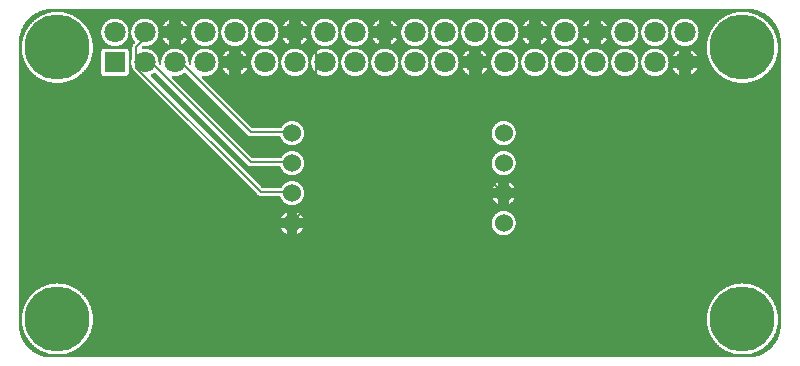
<source format=gbl>
G04 Layer: BottomLayer*
G04 EasyEDA v6.2.46, 2019-12-29T14:25:18--8:00*
G04 8457726505304d7abae8730bc193fdbb,5a6822b0cf454a9ca4b08597ed48e8ef,10*
G04 Gerber Generator version 0.2*
G04 Scale: 100 percent, Rotated: No, Reflected: No *
G04 Dimensions in millimeters *
G04 leading zeros omitted , absolute positions ,3 integer and 3 decimal *
%FSLAX33Y33*%
%MOMM*%
G90*
G71D02*

%ADD11C,0.159995*%
%ADD12R,1.799996X1.799996*%
%ADD13C,1.799996*%
%ADD14C,1.524000*%
%ADD15C,5.499989*%

%LPD*%
G36*
G01X62000Y29743D02*
G01X2999Y29743D01*
G01X2924Y29742D01*
G01X2848Y29739D01*
G01X2773Y29734D01*
G01X2698Y29726D01*
G01X2623Y29717D01*
G01X2548Y29706D01*
G01X2474Y29692D01*
G01X2400Y29677D01*
G01X2326Y29659D01*
G01X2253Y29639D01*
G01X2181Y29618D01*
G01X2109Y29594D01*
G01X2038Y29569D01*
G01X1967Y29541D01*
G01X1897Y29512D01*
G01X1829Y29481D01*
G01X1761Y29447D01*
G01X1694Y29412D01*
G01X1628Y29375D01*
G01X1563Y29337D01*
G01X1499Y29296D01*
G01X1436Y29254D01*
G01X1375Y29210D01*
G01X1314Y29164D01*
G01X1255Y29117D01*
G01X1198Y29068D01*
G01X1141Y29018D01*
G01X1086Y28966D01*
G01X1033Y28912D01*
G01X981Y28858D01*
G01X931Y28801D01*
G01X882Y28744D01*
G01X835Y28685D01*
G01X789Y28624D01*
G01X745Y28563D01*
G01X703Y28500D01*
G01X662Y28436D01*
G01X624Y28371D01*
G01X587Y28305D01*
G01X552Y28238D01*
G01X518Y28170D01*
G01X487Y28102D01*
G01X458Y28032D01*
G01X430Y27961D01*
G01X405Y27890D01*
G01X381Y27818D01*
G01X360Y27746D01*
G01X340Y27673D01*
G01X322Y27599D01*
G01X307Y27525D01*
G01X293Y27451D01*
G01X282Y27376D01*
G01X273Y27301D01*
G01X265Y27226D01*
G01X260Y27151D01*
G01X257Y27075D01*
G01X256Y26999D01*
G01X256Y2999D01*
G01X257Y2924D01*
G01X260Y2848D01*
G01X265Y2773D01*
G01X273Y2698D01*
G01X282Y2623D01*
G01X293Y2548D01*
G01X307Y2474D01*
G01X322Y2400D01*
G01X340Y2326D01*
G01X360Y2253D01*
G01X381Y2181D01*
G01X405Y2109D01*
G01X430Y2038D01*
G01X458Y1967D01*
G01X487Y1897D01*
G01X518Y1829D01*
G01X552Y1761D01*
G01X587Y1694D01*
G01X624Y1628D01*
G01X662Y1563D01*
G01X703Y1499D01*
G01X745Y1436D01*
G01X789Y1375D01*
G01X835Y1314D01*
G01X882Y1255D01*
G01X931Y1198D01*
G01X981Y1141D01*
G01X1033Y1086D01*
G01X1086Y1033D01*
G01X1141Y981D01*
G01X1198Y931D01*
G01X1255Y882D01*
G01X1314Y835D01*
G01X1375Y789D01*
G01X1436Y745D01*
G01X1499Y703D01*
G01X1563Y662D01*
G01X1628Y624D01*
G01X1694Y587D01*
G01X1761Y552D01*
G01X1829Y518D01*
G01X1897Y487D01*
G01X1967Y458D01*
G01X2038Y430D01*
G01X2109Y405D01*
G01X2181Y381D01*
G01X2253Y360D01*
G01X2326Y340D01*
G01X2400Y322D01*
G01X2474Y307D01*
G01X2548Y293D01*
G01X2623Y282D01*
G01X2698Y273D01*
G01X2773Y265D01*
G01X2848Y260D01*
G01X2924Y257D01*
G01X2999Y256D01*
G01X62000Y256D01*
G01X62075Y257D01*
G01X62151Y260D01*
G01X62226Y265D01*
G01X62301Y273D01*
G01X62376Y282D01*
G01X62451Y293D01*
G01X62525Y307D01*
G01X62599Y322D01*
G01X62673Y340D01*
G01X62746Y360D01*
G01X62818Y381D01*
G01X62890Y405D01*
G01X62961Y430D01*
G01X63032Y458D01*
G01X63102Y487D01*
G01X63170Y518D01*
G01X63238Y552D01*
G01X63305Y587D01*
G01X63371Y624D01*
G01X63436Y662D01*
G01X63500Y703D01*
G01X63563Y745D01*
G01X63624Y789D01*
G01X63685Y835D01*
G01X63744Y882D01*
G01X63801Y931D01*
G01X63858Y981D01*
G01X63913Y1033D01*
G01X63966Y1086D01*
G01X64018Y1141D01*
G01X64068Y1198D01*
G01X64117Y1255D01*
G01X64164Y1314D01*
G01X64210Y1375D01*
G01X64254Y1436D01*
G01X64296Y1499D01*
G01X64337Y1563D01*
G01X64375Y1628D01*
G01X64412Y1694D01*
G01X64447Y1761D01*
G01X64481Y1829D01*
G01X64512Y1897D01*
G01X64541Y1967D01*
G01X64569Y2038D01*
G01X64594Y2109D01*
G01X64618Y2181D01*
G01X64639Y2253D01*
G01X64659Y2326D01*
G01X64677Y2400D01*
G01X64692Y2474D01*
G01X64706Y2548D01*
G01X64717Y2623D01*
G01X64726Y2698D01*
G01X64734Y2773D01*
G01X64739Y2848D01*
G01X64742Y2924D01*
G01X64743Y2999D01*
G01X64743Y26999D01*
G01X64742Y27075D01*
G01X64739Y27151D01*
G01X64734Y27226D01*
G01X64726Y27301D01*
G01X64717Y27376D01*
G01X64706Y27451D01*
G01X64692Y27525D01*
G01X64677Y27599D01*
G01X64659Y27673D01*
G01X64639Y27746D01*
G01X64618Y27818D01*
G01X64594Y27890D01*
G01X64569Y27961D01*
G01X64541Y28032D01*
G01X64512Y28102D01*
G01X64481Y28170D01*
G01X64447Y28238D01*
G01X64412Y28305D01*
G01X64375Y28371D01*
G01X64337Y28436D01*
G01X64296Y28500D01*
G01X64254Y28563D01*
G01X64210Y28624D01*
G01X64164Y28685D01*
G01X64117Y28744D01*
G01X64068Y28801D01*
G01X64018Y28858D01*
G01X63966Y28912D01*
G01X63913Y28966D01*
G01X63858Y29018D01*
G01X63801Y29068D01*
G01X63744Y29117D01*
G01X63685Y29164D01*
G01X63624Y29210D01*
G01X63563Y29254D01*
G01X63500Y29296D01*
G01X63436Y29337D01*
G01X63371Y29375D01*
G01X63305Y29412D01*
G01X63238Y29447D01*
G01X63170Y29481D01*
G01X63102Y29512D01*
G01X63032Y29541D01*
G01X62961Y29569D01*
G01X62890Y29594D01*
G01X62818Y29618D01*
G01X62746Y29639D01*
G01X62673Y29659D01*
G01X62599Y29677D01*
G01X62525Y29692D01*
G01X62451Y29706D01*
G01X62376Y29717D01*
G01X62301Y29726D01*
G01X62226Y29734D01*
G01X62151Y29739D01*
G01X62075Y29742D01*
G01X62000Y29743D01*
G37*

%LPC*%
G36*
G01X10959Y28925D02*
G01X10910Y28926D01*
G01X10860Y28925D01*
G01X10811Y28922D01*
G01X10763Y28917D01*
G01X10714Y28909D01*
G01X10666Y28900D01*
G01X10618Y28889D01*
G01X10571Y28875D01*
G01X10524Y28860D01*
G01X10478Y28843D01*
G01X10433Y28823D01*
G01X10389Y28802D01*
G01X10345Y28779D01*
G01X10303Y28754D01*
G01X10262Y28728D01*
G01X10222Y28699D01*
G01X10183Y28669D01*
G01X10145Y28638D01*
G01X10109Y28604D01*
G01X10075Y28570D01*
G01X10041Y28533D01*
G01X10010Y28496D01*
G01X9980Y28457D01*
G01X9951Y28417D01*
G01X9925Y28376D01*
G01X9900Y28333D01*
G01X9877Y28290D01*
G01X9856Y28246D01*
G01X9836Y28201D01*
G01X9819Y28155D01*
G01X9804Y28108D01*
G01X9790Y28061D01*
G01X9779Y28013D01*
G01X9770Y27965D01*
G01X9762Y27916D01*
G01X9757Y27867D01*
G01X9754Y27818D01*
G01X9753Y27769D01*
G01X9754Y27721D01*
G01X9757Y27672D01*
G01X9762Y27623D01*
G01X9769Y27575D01*
G01X9779Y27527D01*
G01X9790Y27479D01*
G01X9803Y27432D01*
G01X9818Y27386D01*
G01X9836Y27340D01*
G01X9855Y27295D01*
G01X9876Y27251D01*
G01X9898Y27208D01*
G01X9923Y27166D01*
G01X9949Y27125D01*
G01X9977Y27085D01*
G01X10007Y27046D01*
G01X10038Y27009D01*
G01X10047Y26997D01*
G01X10054Y26984D01*
G01X10059Y26971D01*
G01X10062Y26956D01*
G01X10064Y26942D01*
G01X10062Y26926D01*
G01X10059Y26910D01*
G01X10052Y26896D01*
G01X10044Y26882D01*
G01X10034Y26870D01*
G01X9960Y26796D01*
G01X9942Y26776D01*
G01X9925Y26756D01*
G01X9911Y26734D01*
G01X9898Y26711D01*
G01X9887Y26687D01*
G01X9878Y26662D01*
G01X9870Y26636D01*
G01X9865Y26610D01*
G01X9862Y26584D01*
G01X9861Y26558D01*
G01X9861Y25740D01*
G01X9859Y25718D01*
G01X9852Y25698D01*
G01X9832Y25649D01*
G01X9813Y25598D01*
G01X9797Y25547D01*
G01X9784Y25495D01*
G01X9773Y25443D01*
G01X9764Y25390D01*
G01X9758Y25337D01*
G01X9754Y25283D01*
G01X9753Y25229D01*
G01X9754Y25180D01*
G01X9757Y25130D01*
G01X9763Y25081D01*
G01X9770Y25031D01*
G01X9780Y24983D01*
G01X9791Y24934D01*
G01X9805Y24887D01*
G01X9821Y24839D01*
G01X9838Y24793D01*
G01X9858Y24747D01*
G01X9866Y24722D01*
G01X9872Y24693D01*
G01X9881Y24665D01*
G01X9892Y24638D01*
G01X9906Y24612D01*
G01X9922Y24587D01*
G01X9940Y24564D01*
G01X9960Y24542D01*
G01X20516Y13986D01*
G01X20535Y13968D01*
G01X20556Y13951D01*
G01X20578Y13937D01*
G01X20601Y13924D01*
G01X20625Y13913D01*
G01X20650Y13903D01*
G01X20675Y13896D01*
G01X20701Y13891D01*
G01X20727Y13888D01*
G01X20754Y13887D01*
G01X22312Y13887D01*
G01X22327Y13886D01*
G01X22343Y13882D01*
G01X22357Y13876D01*
G01X22370Y13868D01*
G01X22382Y13858D01*
G01X22393Y13847D01*
G01X22401Y13834D01*
G01X22408Y13819D01*
G01X22424Y13776D01*
G01X22443Y13733D01*
G01X22463Y13692D01*
G01X22485Y13651D01*
G01X22509Y13611D01*
G01X22535Y13573D01*
G01X22563Y13536D01*
G01X22592Y13500D01*
G01X22623Y13465D01*
G01X22655Y13432D01*
G01X22689Y13400D01*
G01X22725Y13370D01*
G01X22761Y13342D01*
G01X22799Y13315D01*
G01X22838Y13290D01*
G01X22878Y13267D01*
G01X22919Y13245D01*
G01X22962Y13226D01*
G01X23005Y13208D01*
G01X23048Y13193D01*
G01X23093Y13179D01*
G01X23138Y13168D01*
G01X23183Y13158D01*
G01X23229Y13151D01*
G01X23275Y13146D01*
G01X23321Y13143D01*
G01X23368Y13142D01*
G01X23413Y13143D01*
G01X23459Y13146D01*
G01X23504Y13151D01*
G01X23549Y13158D01*
G01X23594Y13167D01*
G01X23638Y13178D01*
G01X23682Y13191D01*
G01X23725Y13206D01*
G01X23768Y13223D01*
G01X23809Y13242D01*
G01X23850Y13263D01*
G01X23890Y13286D01*
G01X23929Y13310D01*
G01X23966Y13336D01*
G01X24003Y13364D01*
G01X24038Y13393D01*
G01X24071Y13424D01*
G01X24104Y13456D01*
G01X24135Y13490D01*
G01X24164Y13525D01*
G01X24192Y13561D01*
G01X24218Y13599D01*
G01X24242Y13638D01*
G01X24264Y13677D01*
G01X24285Y13718D01*
G01X24304Y13760D01*
G01X24321Y13802D01*
G01X24336Y13845D01*
G01X24349Y13889D01*
G01X24361Y13933D01*
G01X24370Y13978D01*
G01X24377Y14023D01*
G01X24382Y14069D01*
G01X24385Y14114D01*
G01X24386Y14160D01*
G01X24385Y14206D01*
G01X24382Y14251D01*
G01X24377Y14297D01*
G01X24370Y14342D01*
G01X24361Y14387D01*
G01X24349Y14431D01*
G01X24336Y14475D01*
G01X24321Y14518D01*
G01X24304Y14560D01*
G01X24285Y14602D01*
G01X24264Y14643D01*
G01X24242Y14682D01*
G01X24218Y14721D01*
G01X24192Y14759D01*
G01X24164Y14795D01*
G01X24135Y14830D01*
G01X24104Y14864D01*
G01X24071Y14896D01*
G01X24038Y14927D01*
G01X24003Y14956D01*
G01X23966Y14984D01*
G01X23929Y15010D01*
G01X23890Y15034D01*
G01X23850Y15057D01*
G01X23809Y15078D01*
G01X23768Y15097D01*
G01X23725Y15114D01*
G01X23682Y15129D01*
G01X23638Y15142D01*
G01X23594Y15153D01*
G01X23549Y15162D01*
G01X23504Y15169D01*
G01X23459Y15174D01*
G01X23413Y15178D01*
G01X23368Y15179D01*
G01X23321Y15178D01*
G01X23274Y15174D01*
G01X23227Y15169D01*
G01X23181Y15161D01*
G01X23135Y15152D01*
G01X23089Y15140D01*
G01X23044Y15126D01*
G01X23000Y15110D01*
G01X22957Y15092D01*
G01X22914Y15072D01*
G01X22873Y15050D01*
G01X22832Y15027D01*
G01X22793Y15001D01*
G01X22755Y14974D01*
G01X22718Y14945D01*
G01X22682Y14914D01*
G01X22648Y14881D01*
G01X22616Y14848D01*
G01X22585Y14812D01*
G01X22556Y14775D01*
G01X22528Y14737D01*
G01X22503Y14698D01*
G01X22479Y14658D01*
G01X22457Y14616D01*
G01X22449Y14602D01*
G01X22438Y14590D01*
G01X22426Y14580D01*
G01X22412Y14571D01*
G01X22398Y14565D01*
G01X22382Y14561D01*
G01X22366Y14560D01*
G01X20935Y14560D01*
G01X20919Y14561D01*
G01X20904Y14565D01*
G01X20889Y14571D01*
G01X20876Y14579D01*
G01X20863Y14590D01*
G01X11414Y24039D01*
G01X11404Y24051D01*
G01X11395Y24065D01*
G01X11389Y24080D01*
G01X11386Y24095D01*
G01X11384Y24111D01*
G01X11386Y24127D01*
G01X11389Y24142D01*
G01X11395Y24157D01*
G01X11404Y24171D01*
G01X11414Y24183D01*
G01X11426Y24193D01*
G01X11439Y24201D01*
G01X11489Y24228D01*
G01X11536Y24257D01*
G01X11583Y24289D01*
G01X11627Y24323D01*
G01X11670Y24358D01*
G01X11682Y24367D01*
G01X11695Y24374D01*
G01X11708Y24379D01*
G01X11723Y24382D01*
G01X11737Y24383D01*
G01X11753Y24382D01*
G01X11769Y24378D01*
G01X11783Y24372D01*
G01X11797Y24364D01*
G01X11809Y24354D01*
G01X19637Y16526D01*
G01X19656Y16508D01*
G01X19677Y16491D01*
G01X19699Y16477D01*
G01X19722Y16464D01*
G01X19746Y16453D01*
G01X19771Y16443D01*
G01X19796Y16436D01*
G01X19822Y16431D01*
G01X19849Y16428D01*
G01X19875Y16427D01*
G01X22312Y16427D01*
G01X22327Y16426D01*
G01X22343Y16422D01*
G01X22357Y16416D01*
G01X22370Y16408D01*
G01X22382Y16398D01*
G01X22393Y16387D01*
G01X22401Y16374D01*
G01X22408Y16359D01*
G01X22424Y16316D01*
G01X22443Y16273D01*
G01X22463Y16232D01*
G01X22485Y16191D01*
G01X22509Y16151D01*
G01X22535Y16113D01*
G01X22563Y16076D01*
G01X22592Y16040D01*
G01X22623Y16005D01*
G01X22655Y15972D01*
G01X22689Y15940D01*
G01X22725Y15910D01*
G01X22761Y15882D01*
G01X22799Y15855D01*
G01X22838Y15830D01*
G01X22878Y15807D01*
G01X22919Y15785D01*
G01X22962Y15766D01*
G01X23005Y15748D01*
G01X23048Y15733D01*
G01X23093Y15719D01*
G01X23138Y15708D01*
G01X23183Y15698D01*
G01X23229Y15691D01*
G01X23275Y15686D01*
G01X23321Y15683D01*
G01X23368Y15682D01*
G01X23413Y15683D01*
G01X23459Y15686D01*
G01X23504Y15691D01*
G01X23549Y15698D01*
G01X23594Y15707D01*
G01X23638Y15718D01*
G01X23682Y15731D01*
G01X23725Y15746D01*
G01X23768Y15763D01*
G01X23809Y15782D01*
G01X23850Y15803D01*
G01X23890Y15826D01*
G01X23929Y15850D01*
G01X23966Y15876D01*
G01X24003Y15904D01*
G01X24038Y15933D01*
G01X24071Y15964D01*
G01X24104Y15996D01*
G01X24135Y16030D01*
G01X24164Y16065D01*
G01X24192Y16101D01*
G01X24218Y16139D01*
G01X24242Y16178D01*
G01X24264Y16217D01*
G01X24285Y16258D01*
G01X24304Y16300D01*
G01X24321Y16342D01*
G01X24336Y16385D01*
G01X24349Y16429D01*
G01X24361Y16473D01*
G01X24370Y16518D01*
G01X24377Y16563D01*
G01X24382Y16609D01*
G01X24385Y16654D01*
G01X24386Y16700D01*
G01X24385Y16746D01*
G01X24382Y16791D01*
G01X24377Y16837D01*
G01X24370Y16882D01*
G01X24361Y16927D01*
G01X24349Y16971D01*
G01X24336Y17015D01*
G01X24321Y17058D01*
G01X24304Y17100D01*
G01X24285Y17142D01*
G01X24264Y17183D01*
G01X24242Y17222D01*
G01X24218Y17261D01*
G01X24192Y17299D01*
G01X24164Y17335D01*
G01X24135Y17370D01*
G01X24104Y17404D01*
G01X24071Y17436D01*
G01X24038Y17467D01*
G01X24003Y17496D01*
G01X23966Y17524D01*
G01X23929Y17550D01*
G01X23890Y17574D01*
G01X23850Y17597D01*
G01X23809Y17618D01*
G01X23768Y17637D01*
G01X23725Y17654D01*
G01X23682Y17669D01*
G01X23638Y17682D01*
G01X23594Y17693D01*
G01X23549Y17702D01*
G01X23504Y17709D01*
G01X23459Y17714D01*
G01X23413Y17718D01*
G01X23368Y17719D01*
G01X23321Y17718D01*
G01X23274Y17714D01*
G01X23227Y17709D01*
G01X23181Y17701D01*
G01X23135Y17692D01*
G01X23089Y17680D01*
G01X23044Y17666D01*
G01X23000Y17650D01*
G01X22957Y17632D01*
G01X22914Y17612D01*
G01X22873Y17590D01*
G01X22832Y17567D01*
G01X22793Y17541D01*
G01X22755Y17514D01*
G01X22718Y17485D01*
G01X22682Y17454D01*
G01X22648Y17421D01*
G01X22616Y17388D01*
G01X22585Y17352D01*
G01X22556Y17315D01*
G01X22528Y17277D01*
G01X22503Y17238D01*
G01X22479Y17198D01*
G01X22457Y17156D01*
G01X22449Y17142D01*
G01X22438Y17130D01*
G01X22426Y17120D01*
G01X22412Y17111D01*
G01X22398Y17105D01*
G01X22382Y17101D01*
G01X22366Y17100D01*
G01X20056Y17100D01*
G01X20041Y17101D01*
G01X20025Y17105D01*
G01X20010Y17111D01*
G01X19997Y17119D01*
G01X19985Y17130D01*
G01X13203Y23912D01*
G01X13193Y23924D01*
G01X13184Y23937D01*
G01X13178Y23952D01*
G01X13174Y23968D01*
G01X13173Y23983D01*
G01X13174Y23998D01*
G01X13177Y24012D01*
G01X13182Y24026D01*
G01X13189Y24038D01*
G01X13198Y24050D01*
G01X13208Y24060D01*
G01X13220Y24069D01*
G01X13233Y24076D01*
G01X13246Y24081D01*
G01X13260Y24084D01*
G01X13275Y24085D01*
G01X13289Y24084D01*
G01X13342Y24078D01*
G01X13396Y24074D01*
G01X13450Y24073D01*
G01X13498Y24074D01*
G01X13547Y24077D01*
G01X13596Y24082D01*
G01X13644Y24089D01*
G01X13692Y24099D01*
G01X13739Y24110D01*
G01X13786Y24123D01*
G01X13833Y24138D01*
G01X13879Y24155D01*
G01X13924Y24174D01*
G01X13968Y24195D01*
G01X14011Y24218D01*
G01X14053Y24243D01*
G01X14094Y24269D01*
G01X14134Y24297D01*
G01X14173Y24327D01*
G01X14210Y24358D01*
G01X14222Y24367D01*
G01X14235Y24374D01*
G01X14248Y24379D01*
G01X14263Y24382D01*
G01X14277Y24383D01*
G01X14293Y24382D01*
G01X14309Y24378D01*
G01X14323Y24372D01*
G01X14337Y24364D01*
G01X14349Y24354D01*
G01X19637Y19066D01*
G01X19656Y19048D01*
G01X19677Y19031D01*
G01X19699Y19017D01*
G01X19722Y19004D01*
G01X19746Y18993D01*
G01X19771Y18983D01*
G01X19796Y18976D01*
G01X19822Y18971D01*
G01X19849Y18968D01*
G01X19875Y18967D01*
G01X22312Y18967D01*
G01X22327Y18966D01*
G01X22343Y18962D01*
G01X22357Y18956D01*
G01X22370Y18948D01*
G01X22382Y18938D01*
G01X22393Y18927D01*
G01X22401Y18914D01*
G01X22408Y18899D01*
G01X22424Y18856D01*
G01X22443Y18813D01*
G01X22463Y18772D01*
G01X22485Y18731D01*
G01X22509Y18691D01*
G01X22535Y18653D01*
G01X22563Y18616D01*
G01X22592Y18580D01*
G01X22623Y18545D01*
G01X22655Y18512D01*
G01X22689Y18480D01*
G01X22725Y18450D01*
G01X22761Y18422D01*
G01X22799Y18395D01*
G01X22838Y18370D01*
G01X22878Y18347D01*
G01X22919Y18325D01*
G01X22962Y18306D01*
G01X23005Y18288D01*
G01X23048Y18273D01*
G01X23093Y18259D01*
G01X23138Y18248D01*
G01X23183Y18238D01*
G01X23229Y18231D01*
G01X23275Y18226D01*
G01X23321Y18223D01*
G01X23368Y18222D01*
G01X23413Y18223D01*
G01X23459Y18226D01*
G01X23504Y18231D01*
G01X23549Y18238D01*
G01X23594Y18247D01*
G01X23638Y18258D01*
G01X23682Y18271D01*
G01X23725Y18286D01*
G01X23768Y18303D01*
G01X23809Y18322D01*
G01X23850Y18343D01*
G01X23890Y18366D01*
G01X23929Y18390D01*
G01X23966Y18416D01*
G01X24003Y18444D01*
G01X24038Y18473D01*
G01X24071Y18504D01*
G01X24104Y18536D01*
G01X24135Y18570D01*
G01X24164Y18605D01*
G01X24192Y18641D01*
G01X24218Y18679D01*
G01X24242Y18718D01*
G01X24264Y18757D01*
G01X24285Y18798D01*
G01X24304Y18840D01*
G01X24321Y18882D01*
G01X24336Y18925D01*
G01X24349Y18969D01*
G01X24361Y19013D01*
G01X24370Y19058D01*
G01X24377Y19103D01*
G01X24382Y19149D01*
G01X24385Y19194D01*
G01X24386Y19240D01*
G01X24385Y19286D01*
G01X24382Y19331D01*
G01X24377Y19377D01*
G01X24370Y19422D01*
G01X24361Y19467D01*
G01X24349Y19511D01*
G01X24336Y19555D01*
G01X24321Y19598D01*
G01X24304Y19640D01*
G01X24285Y19682D01*
G01X24264Y19723D01*
G01X24242Y19762D01*
G01X24218Y19801D01*
G01X24192Y19839D01*
G01X24164Y19875D01*
G01X24135Y19910D01*
G01X24104Y19944D01*
G01X24071Y19976D01*
G01X24038Y20007D01*
G01X24003Y20036D01*
G01X23966Y20064D01*
G01X23929Y20090D01*
G01X23890Y20114D01*
G01X23850Y20137D01*
G01X23809Y20158D01*
G01X23768Y20177D01*
G01X23725Y20194D01*
G01X23682Y20209D01*
G01X23638Y20222D01*
G01X23594Y20233D01*
G01X23549Y20242D01*
G01X23504Y20249D01*
G01X23459Y20254D01*
G01X23413Y20258D01*
G01X23368Y20259D01*
G01X23321Y20258D01*
G01X23274Y20254D01*
G01X23227Y20249D01*
G01X23181Y20241D01*
G01X23135Y20232D01*
G01X23089Y20220D01*
G01X23044Y20206D01*
G01X23000Y20190D01*
G01X22957Y20172D01*
G01X22914Y20152D01*
G01X22873Y20130D01*
G01X22832Y20107D01*
G01X22793Y20081D01*
G01X22755Y20054D01*
G01X22718Y20025D01*
G01X22682Y19994D01*
G01X22648Y19961D01*
G01X22616Y19928D01*
G01X22585Y19892D01*
G01X22556Y19855D01*
G01X22528Y19817D01*
G01X22503Y19778D01*
G01X22479Y19738D01*
G01X22457Y19696D01*
G01X22449Y19682D01*
G01X22438Y19670D01*
G01X22426Y19660D01*
G01X22412Y19651D01*
G01X22398Y19645D01*
G01X22382Y19641D01*
G01X22366Y19640D01*
G01X20056Y19640D01*
G01X20041Y19641D01*
G01X20025Y19645D01*
G01X20010Y19651D01*
G01X19997Y19659D01*
G01X19985Y19670D01*
G01X15743Y23912D01*
G01X15733Y23924D01*
G01X15724Y23937D01*
G01X15718Y23952D01*
G01X15714Y23968D01*
G01X15713Y23983D01*
G01X15714Y23998D01*
G01X15717Y24012D01*
G01X15722Y24026D01*
G01X15729Y24038D01*
G01X15738Y24050D01*
G01X15748Y24060D01*
G01X15760Y24069D01*
G01X15773Y24076D01*
G01X15786Y24081D01*
G01X15800Y24084D01*
G01X15815Y24085D01*
G01X15829Y24084D01*
G01X15882Y24078D01*
G01X15936Y24074D01*
G01X15990Y24073D01*
G01X16039Y24074D01*
G01X16088Y24077D01*
G01X16136Y24082D01*
G01X16185Y24089D01*
G01X16233Y24099D01*
G01X16281Y24110D01*
G01X16328Y24124D01*
G01X16375Y24139D01*
G01X16421Y24156D01*
G01X16466Y24176D01*
G01X16510Y24197D01*
G01X16554Y24220D01*
G01X16596Y24245D01*
G01X16637Y24271D01*
G01X16677Y24300D01*
G01X16716Y24330D01*
G01X16754Y24361D01*
G01X16790Y24394D01*
G01X16824Y24429D01*
G01X16858Y24465D01*
G01X16889Y24503D01*
G01X16919Y24542D01*
G01X16948Y24582D01*
G01X16974Y24623D01*
G01X16999Y24665D01*
G01X17022Y24709D01*
G01X17043Y24753D01*
G01X17063Y24798D01*
G01X17080Y24844D01*
G01X17095Y24891D01*
G01X17109Y24938D01*
G01X17120Y24986D01*
G01X17129Y25034D01*
G01X17137Y25082D01*
G01X17142Y25131D01*
G01X17145Y25180D01*
G01X17146Y25229D01*
G01X17145Y25278D01*
G01X17142Y25327D01*
G01X17137Y25376D01*
G01X17129Y25425D01*
G01X17120Y25473D01*
G01X17109Y25521D01*
G01X17095Y25568D01*
G01X17080Y25615D01*
G01X17063Y25661D01*
G01X17043Y25706D01*
G01X17022Y25750D01*
G01X16999Y25793D01*
G01X16974Y25836D01*
G01X16948Y25877D01*
G01X16919Y25917D01*
G01X16889Y25956D01*
G01X16858Y25993D01*
G01X16824Y26030D01*
G01X16790Y26064D01*
G01X16754Y26098D01*
G01X16716Y26129D01*
G01X16677Y26159D01*
G01X16637Y26188D01*
G01X16596Y26214D01*
G01X16554Y26239D01*
G01X16510Y26262D01*
G01X16466Y26283D01*
G01X16421Y26303D01*
G01X16375Y26320D01*
G01X16328Y26335D01*
G01X16281Y26349D01*
G01X16233Y26360D01*
G01X16185Y26369D01*
G01X16136Y26377D01*
G01X16088Y26382D01*
G01X16039Y26385D01*
G01X15990Y26386D01*
G01X15940Y26385D01*
G01X15891Y26382D01*
G01X15843Y26377D01*
G01X15794Y26369D01*
G01X15746Y26360D01*
G01X15698Y26349D01*
G01X15651Y26335D01*
G01X15604Y26320D01*
G01X15558Y26303D01*
G01X15513Y26283D01*
G01X15469Y26262D01*
G01X15425Y26239D01*
G01X15383Y26214D01*
G01X15342Y26188D01*
G01X15302Y26159D01*
G01X15263Y26129D01*
G01X15225Y26098D01*
G01X15189Y26064D01*
G01X15155Y26030D01*
G01X15121Y25993D01*
G01X15090Y25956D01*
G01X15060Y25917D01*
G01X15031Y25877D01*
G01X15005Y25836D01*
G01X14980Y25793D01*
G01X14957Y25750D01*
G01X14936Y25706D01*
G01X14916Y25661D01*
G01X14899Y25615D01*
G01X14884Y25568D01*
G01X14870Y25521D01*
G01X14859Y25473D01*
G01X14850Y25425D01*
G01X14842Y25376D01*
G01X14837Y25327D01*
G01X14834Y25278D01*
G01X14833Y25229D01*
G01X14834Y25176D01*
G01X14838Y25122D01*
G01X14844Y25069D01*
G01X14845Y25055D01*
G01X14844Y25040D01*
G01X14841Y25026D01*
G01X14836Y25012D01*
G01X14829Y25000D01*
G01X14820Y24988D01*
G01X14810Y24978D01*
G01X14799Y24969D01*
G01X14786Y24962D01*
G01X14772Y24957D01*
G01X14758Y24954D01*
G01X14744Y24953D01*
G01X14728Y24954D01*
G01X14712Y24958D01*
G01X14697Y24964D01*
G01X14684Y24972D01*
G01X14672Y24983D01*
G01X14629Y25026D01*
G01X14619Y25038D01*
G01X14610Y25051D01*
G01X14604Y25066D01*
G01X14600Y25082D01*
G01X14599Y25097D01*
G01X14600Y25108D01*
G01X14604Y25169D01*
G01X14606Y25229D01*
G01X14605Y25278D01*
G01X14602Y25327D01*
G01X14597Y25376D01*
G01X14589Y25425D01*
G01X14580Y25473D01*
G01X14569Y25521D01*
G01X14555Y25568D01*
G01X14540Y25615D01*
G01X14523Y25661D01*
G01X14503Y25706D01*
G01X14482Y25750D01*
G01X14459Y25793D01*
G01X14434Y25836D01*
G01X14408Y25877D01*
G01X14379Y25917D01*
G01X14349Y25956D01*
G01X14318Y25993D01*
G01X14284Y26030D01*
G01X14250Y26064D01*
G01X14214Y26098D01*
G01X14176Y26129D01*
G01X14137Y26159D01*
G01X14097Y26188D01*
G01X14056Y26214D01*
G01X14014Y26239D01*
G01X13970Y26262D01*
G01X13926Y26283D01*
G01X13881Y26303D01*
G01X13835Y26320D01*
G01X13788Y26335D01*
G01X13741Y26349D01*
G01X13693Y26360D01*
G01X13645Y26369D01*
G01X13596Y26377D01*
G01X13548Y26382D01*
G01X13499Y26385D01*
G01X13450Y26386D01*
G01X13400Y26385D01*
G01X13351Y26382D01*
G01X13303Y26377D01*
G01X13254Y26369D01*
G01X13206Y26360D01*
G01X13158Y26349D01*
G01X13111Y26335D01*
G01X13064Y26320D01*
G01X13018Y26303D01*
G01X12973Y26283D01*
G01X12929Y26262D01*
G01X12885Y26239D01*
G01X12843Y26214D01*
G01X12802Y26188D01*
G01X12762Y26159D01*
G01X12723Y26129D01*
G01X12685Y26098D01*
G01X12649Y26064D01*
G01X12615Y26030D01*
G01X12581Y25993D01*
G01X12550Y25956D01*
G01X12520Y25917D01*
G01X12491Y25877D01*
G01X12465Y25836D01*
G01X12440Y25793D01*
G01X12417Y25750D01*
G01X12396Y25706D01*
G01X12376Y25661D01*
G01X12359Y25615D01*
G01X12344Y25568D01*
G01X12330Y25521D01*
G01X12319Y25473D01*
G01X12310Y25425D01*
G01X12302Y25376D01*
G01X12297Y25327D01*
G01X12294Y25278D01*
G01X12293Y25229D01*
G01X12294Y25176D01*
G01X12298Y25122D01*
G01X12304Y25069D01*
G01X12305Y25055D01*
G01X12304Y25040D01*
G01X12301Y25026D01*
G01X12296Y25012D01*
G01X12289Y25000D01*
G01X12280Y24988D01*
G01X12270Y24978D01*
G01X12259Y24969D01*
G01X12246Y24962D01*
G01X12232Y24957D01*
G01X12218Y24954D01*
G01X12204Y24953D01*
G01X12188Y24954D01*
G01X12172Y24958D01*
G01X12157Y24964D01*
G01X12144Y24972D01*
G01X12132Y24983D01*
G01X12089Y25026D01*
G01X12079Y25038D01*
G01X12070Y25051D01*
G01X12064Y25066D01*
G01X12060Y25082D01*
G01X12059Y25097D01*
G01X12060Y25108D01*
G01X12064Y25169D01*
G01X12066Y25229D01*
G01X12065Y25278D01*
G01X12062Y25327D01*
G01X12057Y25376D01*
G01X12049Y25425D01*
G01X12040Y25473D01*
G01X12029Y25521D01*
G01X12015Y25568D01*
G01X12000Y25615D01*
G01X11983Y25661D01*
G01X11963Y25706D01*
G01X11942Y25750D01*
G01X11919Y25793D01*
G01X11894Y25836D01*
G01X11868Y25877D01*
G01X11839Y25917D01*
G01X11809Y25956D01*
G01X11778Y25993D01*
G01X11744Y26030D01*
G01X11710Y26064D01*
G01X11674Y26098D01*
G01X11636Y26129D01*
G01X11597Y26159D01*
G01X11557Y26188D01*
G01X11516Y26214D01*
G01X11474Y26239D01*
G01X11430Y26262D01*
G01X11386Y26283D01*
G01X11341Y26303D01*
G01X11295Y26320D01*
G01X11248Y26335D01*
G01X11201Y26349D01*
G01X11153Y26360D01*
G01X11105Y26369D01*
G01X11056Y26377D01*
G01X11008Y26382D01*
G01X10959Y26385D01*
G01X10910Y26386D01*
G01X10856Y26385D01*
G01X10802Y26381D01*
G01X10749Y26375D01*
G01X10735Y26374D01*
G01X10720Y26375D01*
G01X10706Y26378D01*
G01X10693Y26383D01*
G01X10680Y26390D01*
G01X10668Y26399D01*
G01X10658Y26409D01*
G01X10649Y26420D01*
G01X10642Y26433D01*
G01X10637Y26447D01*
G01X10634Y26461D01*
G01X10633Y26475D01*
G01X10634Y26491D01*
G01X10638Y26507D01*
G01X10644Y26521D01*
G01X10653Y26535D01*
G01X10663Y26547D01*
G01X10706Y26590D01*
G01X10718Y26600D01*
G01X10731Y26609D01*
G01X10746Y26615D01*
G01X10762Y26619D01*
G01X10778Y26620D01*
G01X10788Y26619D01*
G01X10849Y26614D01*
G01X10910Y26613D01*
G01X10959Y26614D01*
G01X11008Y26617D01*
G01X11056Y26622D01*
G01X11105Y26629D01*
G01X11153Y26639D01*
G01X11201Y26650D01*
G01X11248Y26664D01*
G01X11295Y26679D01*
G01X11341Y26696D01*
G01X11386Y26716D01*
G01X11430Y26737D01*
G01X11474Y26760D01*
G01X11516Y26785D01*
G01X11557Y26811D01*
G01X11597Y26840D01*
G01X11636Y26870D01*
G01X11674Y26901D01*
G01X11710Y26934D01*
G01X11744Y26969D01*
G01X11778Y27005D01*
G01X11809Y27043D01*
G01X11839Y27082D01*
G01X11868Y27122D01*
G01X11894Y27163D01*
G01X11919Y27205D01*
G01X11942Y27249D01*
G01X11963Y27293D01*
G01X11983Y27338D01*
G01X12000Y27384D01*
G01X12015Y27431D01*
G01X12029Y27478D01*
G01X12040Y27526D01*
G01X12049Y27574D01*
G01X12057Y27622D01*
G01X12062Y27671D01*
G01X12065Y27720D01*
G01X12066Y27769D01*
G01X12065Y27818D01*
G01X12062Y27867D01*
G01X12057Y27916D01*
G01X12049Y27965D01*
G01X12040Y28013D01*
G01X12029Y28061D01*
G01X12015Y28108D01*
G01X12000Y28155D01*
G01X11983Y28201D01*
G01X11963Y28246D01*
G01X11942Y28290D01*
G01X11919Y28333D01*
G01X11894Y28376D01*
G01X11868Y28417D01*
G01X11839Y28457D01*
G01X11809Y28496D01*
G01X11778Y28533D01*
G01X11744Y28570D01*
G01X11710Y28604D01*
G01X11674Y28638D01*
G01X11636Y28669D01*
G01X11597Y28699D01*
G01X11557Y28728D01*
G01X11516Y28754D01*
G01X11474Y28779D01*
G01X11430Y28802D01*
G01X11386Y28823D01*
G01X11341Y28843D01*
G01X11295Y28860D01*
G01X11248Y28875D01*
G01X11201Y28889D01*
G01X11153Y28900D01*
G01X11105Y28909D01*
G01X11056Y28917D01*
G01X11008Y28922D01*
G01X10959Y28925D01*
G37*
G36*
G01X61578Y6505D02*
G01X61500Y6506D01*
G01X61421Y6505D01*
G01X61342Y6502D01*
G01X61264Y6497D01*
G01X61185Y6489D01*
G01X61107Y6480D01*
G01X61029Y6469D01*
G01X60952Y6456D01*
G01X60874Y6440D01*
G01X60798Y6423D01*
G01X60721Y6404D01*
G01X60646Y6382D01*
G01X60570Y6359D01*
G01X60496Y6334D01*
G01X60422Y6306D01*
G01X60349Y6277D01*
G01X60277Y6246D01*
G01X60205Y6213D01*
G01X60135Y6178D01*
G01X60065Y6142D01*
G01X59996Y6103D01*
G01X59929Y6063D01*
G01X59862Y6021D01*
G01X59797Y5977D01*
G01X59732Y5932D01*
G01X59669Y5885D01*
G01X59607Y5836D01*
G01X59547Y5786D01*
G01X59488Y5734D01*
G01X59430Y5680D01*
G01X59374Y5625D01*
G01X59319Y5569D01*
G01X59265Y5511D01*
G01X59213Y5452D01*
G01X59163Y5391D01*
G01X59114Y5330D01*
G01X59067Y5267D01*
G01X59022Y5202D01*
G01X58978Y5137D01*
G01X58936Y5070D01*
G01X58896Y5003D01*
G01X58857Y4934D01*
G01X58821Y4864D01*
G01X58786Y4794D01*
G01X58753Y4722D01*
G01X58722Y4650D01*
G01X58693Y4577D01*
G01X58665Y4503D01*
G01X58640Y4428D01*
G01X58617Y4353D01*
G01X58595Y4278D01*
G01X58576Y4201D01*
G01X58559Y4125D01*
G01X58543Y4047D01*
G01X58530Y3970D01*
G01X58519Y3892D01*
G01X58509Y3814D01*
G01X58502Y3735D01*
G01X58497Y3657D01*
G01X58494Y3578D01*
G01X58493Y3499D01*
G01X58494Y3421D01*
G01X58497Y3342D01*
G01X58502Y3264D01*
G01X58509Y3185D01*
G01X58519Y3107D01*
G01X58530Y3029D01*
G01X58543Y2952D01*
G01X58559Y2874D01*
G01X58576Y2798D01*
G01X58595Y2721D01*
G01X58617Y2646D01*
G01X58640Y2570D01*
G01X58665Y2496D01*
G01X58693Y2422D01*
G01X58722Y2349D01*
G01X58753Y2277D01*
G01X58786Y2205D01*
G01X58821Y2134D01*
G01X58857Y2065D01*
G01X58896Y1996D01*
G01X58936Y1929D01*
G01X58978Y1862D01*
G01X59022Y1796D01*
G01X59067Y1732D01*
G01X59114Y1669D01*
G01X59163Y1607D01*
G01X59213Y1547D01*
G01X59265Y1488D01*
G01X59319Y1430D01*
G01X59374Y1373D01*
G01X59430Y1319D01*
G01X59488Y1265D01*
G01X59547Y1213D01*
G01X59607Y1163D01*
G01X59669Y1114D01*
G01X59732Y1067D01*
G01X59797Y1022D01*
G01X59862Y978D01*
G01X59929Y936D01*
G01X59996Y896D01*
G01X60065Y857D01*
G01X60135Y821D01*
G01X60205Y786D01*
G01X60277Y753D01*
G01X60349Y722D01*
G01X60422Y693D01*
G01X60496Y665D01*
G01X60570Y640D01*
G01X60646Y617D01*
G01X60721Y595D01*
G01X60798Y576D01*
G01X60874Y559D01*
G01X60952Y543D01*
G01X61029Y530D01*
G01X61107Y519D01*
G01X61185Y509D01*
G01X61264Y502D01*
G01X61342Y497D01*
G01X61421Y494D01*
G01X61500Y493D01*
G01X61578Y494D01*
G01X61657Y497D01*
G01X61735Y502D01*
G01X61814Y509D01*
G01X61892Y519D01*
G01X61970Y530D01*
G01X62047Y543D01*
G01X62125Y559D01*
G01X62201Y576D01*
G01X62278Y595D01*
G01X62353Y617D01*
G01X62429Y640D01*
G01X62503Y665D01*
G01X62577Y693D01*
G01X62650Y722D01*
G01X62722Y753D01*
G01X62794Y786D01*
G01X62864Y821D01*
G01X62934Y857D01*
G01X63003Y896D01*
G01X63070Y936D01*
G01X63137Y978D01*
G01X63202Y1022D01*
G01X63267Y1067D01*
G01X63330Y1114D01*
G01X63392Y1163D01*
G01X63452Y1213D01*
G01X63511Y1265D01*
G01X63569Y1319D01*
G01X63625Y1373D01*
G01X63680Y1430D01*
G01X63734Y1488D01*
G01X63786Y1547D01*
G01X63836Y1607D01*
G01X63885Y1669D01*
G01X63932Y1732D01*
G01X63977Y1796D01*
G01X64021Y1862D01*
G01X64063Y1929D01*
G01X64103Y1996D01*
G01X64142Y2065D01*
G01X64178Y2134D01*
G01X64213Y2205D01*
G01X64246Y2277D01*
G01X64277Y2349D01*
G01X64306Y2422D01*
G01X64334Y2496D01*
G01X64359Y2570D01*
G01X64382Y2646D01*
G01X64404Y2721D01*
G01X64423Y2798D01*
G01X64440Y2874D01*
G01X64456Y2952D01*
G01X64469Y3029D01*
G01X64480Y3107D01*
G01X64490Y3185D01*
G01X64497Y3264D01*
G01X64502Y3342D01*
G01X64505Y3421D01*
G01X64506Y3499D01*
G01X64505Y3578D01*
G01X64502Y3657D01*
G01X64497Y3735D01*
G01X64490Y3814D01*
G01X64480Y3892D01*
G01X64469Y3970D01*
G01X64456Y4047D01*
G01X64440Y4125D01*
G01X64423Y4201D01*
G01X64404Y4278D01*
G01X64382Y4353D01*
G01X64359Y4428D01*
G01X64334Y4503D01*
G01X64306Y4577D01*
G01X64277Y4650D01*
G01X64246Y4722D01*
G01X64213Y4794D01*
G01X64178Y4864D01*
G01X64142Y4934D01*
G01X64103Y5003D01*
G01X64063Y5070D01*
G01X64021Y5137D01*
G01X63977Y5202D01*
G01X63932Y5267D01*
G01X63885Y5330D01*
G01X63836Y5391D01*
G01X63786Y5452D01*
G01X63734Y5511D01*
G01X63680Y5569D01*
G01X63625Y5625D01*
G01X63569Y5680D01*
G01X63511Y5734D01*
G01X63452Y5786D01*
G01X63392Y5836D01*
G01X63330Y5885D01*
G01X63267Y5932D01*
G01X63202Y5977D01*
G01X63137Y6021D01*
G01X63070Y6063D01*
G01X63003Y6103D01*
G01X62934Y6142D01*
G01X62864Y6178D01*
G01X62794Y6213D01*
G01X62722Y6246D01*
G01X62650Y6277D01*
G01X62577Y6306D01*
G01X62503Y6334D01*
G01X62429Y6359D01*
G01X62353Y6382D01*
G01X62278Y6404D01*
G01X62201Y6423D01*
G01X62125Y6440D01*
G01X62047Y6456D01*
G01X61970Y6469D01*
G01X61892Y6480D01*
G01X61814Y6489D01*
G01X61735Y6497D01*
G01X61657Y6502D01*
G01X61578Y6505D01*
G37*
G36*
G01X61578Y29505D02*
G01X61500Y29506D01*
G01X61421Y29505D01*
G01X61342Y29502D01*
G01X61264Y29497D01*
G01X61185Y29489D01*
G01X61107Y29480D01*
G01X61029Y29469D01*
G01X60952Y29456D01*
G01X60874Y29440D01*
G01X60798Y29423D01*
G01X60721Y29403D01*
G01X60646Y29382D01*
G01X60570Y29359D01*
G01X60496Y29333D01*
G01X60422Y29306D01*
G01X60349Y29277D01*
G01X60277Y29246D01*
G01X60205Y29213D01*
G01X60135Y29178D01*
G01X60065Y29142D01*
G01X59996Y29103D01*
G01X59929Y29063D01*
G01X59862Y29021D01*
G01X59797Y28977D01*
G01X59732Y28932D01*
G01X59669Y28885D01*
G01X59607Y28836D01*
G01X59547Y28786D01*
G01X59488Y28734D01*
G01X59430Y28680D01*
G01X59374Y28625D01*
G01X59319Y28569D01*
G01X59265Y28511D01*
G01X59213Y28452D01*
G01X59163Y28391D01*
G01X59114Y28330D01*
G01X59067Y28267D01*
G01X59022Y28202D01*
G01X58978Y28137D01*
G01X58936Y28070D01*
G01X58896Y28003D01*
G01X58857Y27934D01*
G01X58821Y27864D01*
G01X58786Y27794D01*
G01X58753Y27722D01*
G01X58722Y27650D01*
G01X58693Y27577D01*
G01X58665Y27503D01*
G01X58640Y27428D01*
G01X58617Y27353D01*
G01X58595Y27278D01*
G01X58576Y27201D01*
G01X58559Y27124D01*
G01X58543Y27047D01*
G01X58530Y26970D01*
G01X58519Y26892D01*
G01X58509Y26814D01*
G01X58502Y26735D01*
G01X58497Y26657D01*
G01X58494Y26578D01*
G01X58493Y26499D01*
G01X58494Y26421D01*
G01X58497Y26342D01*
G01X58502Y26263D01*
G01X58509Y26185D01*
G01X58519Y26107D01*
G01X58530Y26029D01*
G01X58543Y25951D01*
G01X58559Y25874D01*
G01X58576Y25798D01*
G01X58595Y25721D01*
G01X58617Y25645D01*
G01X58640Y25570D01*
G01X58665Y25496D01*
G01X58693Y25422D01*
G01X58722Y25349D01*
G01X58753Y25277D01*
G01X58786Y25205D01*
G01X58821Y25134D01*
G01X58857Y25065D01*
G01X58896Y24996D01*
G01X58936Y24928D01*
G01X58978Y24862D01*
G01X59022Y24796D01*
G01X59067Y24732D01*
G01X59114Y24669D01*
G01X59163Y24607D01*
G01X59213Y24547D01*
G01X59265Y24488D01*
G01X59319Y24430D01*
G01X59374Y24373D01*
G01X59430Y24319D01*
G01X59488Y24265D01*
G01X59547Y24213D01*
G01X59607Y24163D01*
G01X59669Y24114D01*
G01X59732Y24067D01*
G01X59797Y24022D01*
G01X59862Y23978D01*
G01X59929Y23936D01*
G01X59996Y23896D01*
G01X60065Y23857D01*
G01X60135Y23821D01*
G01X60205Y23786D01*
G01X60277Y23753D01*
G01X60349Y23722D01*
G01X60422Y23693D01*
G01X60496Y23665D01*
G01X60570Y23640D01*
G01X60646Y23617D01*
G01X60721Y23595D01*
G01X60798Y23576D01*
G01X60874Y23559D01*
G01X60952Y23543D01*
G01X61029Y23530D01*
G01X61107Y23519D01*
G01X61185Y23509D01*
G01X61264Y23502D01*
G01X61342Y23497D01*
G01X61421Y23494D01*
G01X61500Y23493D01*
G01X61578Y23494D01*
G01X61657Y23497D01*
G01X61735Y23502D01*
G01X61814Y23509D01*
G01X61892Y23519D01*
G01X61970Y23530D01*
G01X62047Y23543D01*
G01X62125Y23559D01*
G01X62201Y23576D01*
G01X62278Y23595D01*
G01X62353Y23617D01*
G01X62429Y23640D01*
G01X62503Y23665D01*
G01X62577Y23693D01*
G01X62650Y23722D01*
G01X62722Y23753D01*
G01X62794Y23786D01*
G01X62864Y23821D01*
G01X62934Y23857D01*
G01X63003Y23896D01*
G01X63070Y23936D01*
G01X63137Y23978D01*
G01X63202Y24022D01*
G01X63267Y24067D01*
G01X63330Y24114D01*
G01X63392Y24163D01*
G01X63452Y24213D01*
G01X63511Y24265D01*
G01X63569Y24319D01*
G01X63625Y24373D01*
G01X63680Y24430D01*
G01X63734Y24488D01*
G01X63786Y24547D01*
G01X63836Y24607D01*
G01X63885Y24669D01*
G01X63932Y24732D01*
G01X63977Y24796D01*
G01X64021Y24862D01*
G01X64063Y24928D01*
G01X64103Y24996D01*
G01X64142Y25065D01*
G01X64178Y25134D01*
G01X64213Y25205D01*
G01X64246Y25277D01*
G01X64277Y25349D01*
G01X64306Y25422D01*
G01X64334Y25496D01*
G01X64359Y25570D01*
G01X64382Y25645D01*
G01X64404Y25721D01*
G01X64423Y25798D01*
G01X64440Y25874D01*
G01X64456Y25951D01*
G01X64469Y26029D01*
G01X64480Y26107D01*
G01X64490Y26185D01*
G01X64497Y26263D01*
G01X64502Y26342D01*
G01X64505Y26421D01*
G01X64506Y26499D01*
G01X64505Y26578D01*
G01X64502Y26657D01*
G01X64497Y26735D01*
G01X64490Y26814D01*
G01X64480Y26892D01*
G01X64469Y26970D01*
G01X64456Y27047D01*
G01X64440Y27124D01*
G01X64423Y27201D01*
G01X64404Y27278D01*
G01X64382Y27353D01*
G01X64359Y27428D01*
G01X64334Y27503D01*
G01X64306Y27577D01*
G01X64277Y27650D01*
G01X64246Y27722D01*
G01X64213Y27794D01*
G01X64178Y27864D01*
G01X64142Y27934D01*
G01X64103Y28003D01*
G01X64063Y28070D01*
G01X64021Y28137D01*
G01X63977Y28202D01*
G01X63932Y28267D01*
G01X63885Y28330D01*
G01X63836Y28391D01*
G01X63786Y28452D01*
G01X63734Y28511D01*
G01X63680Y28569D01*
G01X63625Y28625D01*
G01X63569Y28680D01*
G01X63511Y28734D01*
G01X63452Y28786D01*
G01X63392Y28836D01*
G01X63330Y28885D01*
G01X63267Y28932D01*
G01X63202Y28977D01*
G01X63137Y29021D01*
G01X63070Y29063D01*
G01X63003Y29103D01*
G01X62934Y29142D01*
G01X62864Y29178D01*
G01X62794Y29213D01*
G01X62722Y29246D01*
G01X62650Y29277D01*
G01X62577Y29306D01*
G01X62503Y29333D01*
G01X62429Y29359D01*
G01X62353Y29382D01*
G01X62278Y29403D01*
G01X62201Y29423D01*
G01X62125Y29440D01*
G01X62047Y29456D01*
G01X61970Y29469D01*
G01X61892Y29480D01*
G01X61814Y29489D01*
G01X61735Y29497D01*
G01X61657Y29502D01*
G01X61578Y29505D01*
G37*
G36*
G01X3578Y6505D02*
G01X3500Y6506D01*
G01X3421Y6505D01*
G01X3342Y6502D01*
G01X3264Y6497D01*
G01X3185Y6489D01*
G01X3107Y6480D01*
G01X3029Y6469D01*
G01X2952Y6456D01*
G01X2875Y6440D01*
G01X2798Y6423D01*
G01X2721Y6404D01*
G01X2646Y6382D01*
G01X2571Y6359D01*
G01X2496Y6334D01*
G01X2422Y6306D01*
G01X2349Y6277D01*
G01X2277Y6246D01*
G01X2205Y6213D01*
G01X2135Y6178D01*
G01X2065Y6142D01*
G01X1996Y6103D01*
G01X1929Y6063D01*
G01X1862Y6021D01*
G01X1797Y5977D01*
G01X1732Y5932D01*
G01X1669Y5885D01*
G01X1608Y5836D01*
G01X1547Y5786D01*
G01X1488Y5734D01*
G01X1430Y5680D01*
G01X1374Y5625D01*
G01X1319Y5569D01*
G01X1265Y5511D01*
G01X1213Y5452D01*
G01X1163Y5391D01*
G01X1114Y5330D01*
G01X1067Y5267D01*
G01X1022Y5202D01*
G01X978Y5137D01*
G01X936Y5070D01*
G01X896Y5003D01*
G01X857Y4934D01*
G01X821Y4864D01*
G01X786Y4794D01*
G01X753Y4722D01*
G01X722Y4650D01*
G01X693Y4577D01*
G01X666Y4503D01*
G01X640Y4428D01*
G01X617Y4353D01*
G01X596Y4278D01*
G01X576Y4201D01*
G01X559Y4125D01*
G01X543Y4047D01*
G01X530Y3970D01*
G01X519Y3892D01*
G01X510Y3814D01*
G01X502Y3735D01*
G01X497Y3657D01*
G01X494Y3578D01*
G01X493Y3499D01*
G01X494Y3421D01*
G01X497Y3342D01*
G01X502Y3264D01*
G01X510Y3185D01*
G01X519Y3107D01*
G01X530Y3029D01*
G01X543Y2952D01*
G01X559Y2874D01*
G01X576Y2798D01*
G01X596Y2721D01*
G01X617Y2646D01*
G01X640Y2570D01*
G01X666Y2496D01*
G01X693Y2422D01*
G01X722Y2349D01*
G01X753Y2277D01*
G01X786Y2205D01*
G01X821Y2134D01*
G01X857Y2065D01*
G01X896Y1996D01*
G01X936Y1929D01*
G01X978Y1862D01*
G01X1022Y1796D01*
G01X1067Y1732D01*
G01X1114Y1669D01*
G01X1163Y1607D01*
G01X1213Y1547D01*
G01X1265Y1488D01*
G01X1319Y1430D01*
G01X1374Y1373D01*
G01X1430Y1319D01*
G01X1488Y1265D01*
G01X1547Y1213D01*
G01X1608Y1163D01*
G01X1669Y1114D01*
G01X1732Y1067D01*
G01X1797Y1022D01*
G01X1862Y978D01*
G01X1929Y936D01*
G01X1996Y896D01*
G01X2065Y857D01*
G01X2135Y821D01*
G01X2205Y786D01*
G01X2277Y753D01*
G01X2349Y722D01*
G01X2422Y693D01*
G01X2496Y665D01*
G01X2571Y640D01*
G01X2646Y617D01*
G01X2721Y595D01*
G01X2798Y576D01*
G01X2875Y559D01*
G01X2952Y543D01*
G01X3029Y530D01*
G01X3107Y519D01*
G01X3185Y509D01*
G01X3264Y502D01*
G01X3342Y497D01*
G01X3421Y494D01*
G01X3500Y493D01*
G01X3578Y494D01*
G01X3657Y497D01*
G01X3736Y502D01*
G01X3814Y509D01*
G01X3892Y519D01*
G01X3970Y530D01*
G01X4048Y543D01*
G01X4125Y559D01*
G01X4201Y576D01*
G01X4278Y595D01*
G01X4354Y617D01*
G01X4429Y640D01*
G01X4503Y665D01*
G01X4577Y693D01*
G01X4650Y722D01*
G01X4722Y753D01*
G01X4794Y786D01*
G01X4865Y821D01*
G01X4934Y857D01*
G01X5003Y896D01*
G01X5071Y936D01*
G01X5137Y978D01*
G01X5203Y1022D01*
G01X5267Y1067D01*
G01X5330Y1114D01*
G01X5392Y1163D01*
G01X5452Y1213D01*
G01X5511Y1265D01*
G01X5569Y1319D01*
G01X5626Y1373D01*
G01X5680Y1430D01*
G01X5734Y1488D01*
G01X5786Y1547D01*
G01X5836Y1607D01*
G01X5885Y1669D01*
G01X5932Y1732D01*
G01X5977Y1796D01*
G01X6021Y1862D01*
G01X6063Y1929D01*
G01X6103Y1996D01*
G01X6142Y2065D01*
G01X6178Y2134D01*
G01X6213Y2205D01*
G01X6246Y2277D01*
G01X6277Y2349D01*
G01X6306Y2422D01*
G01X6334Y2496D01*
G01X6359Y2570D01*
G01X6382Y2646D01*
G01X6404Y2721D01*
G01X6423Y2798D01*
G01X6440Y2874D01*
G01X6456Y2952D01*
G01X6469Y3029D01*
G01X6480Y3107D01*
G01X6490Y3185D01*
G01X6497Y3264D01*
G01X6502Y3342D01*
G01X6505Y3421D01*
G01X6506Y3499D01*
G01X6505Y3578D01*
G01X6502Y3657D01*
G01X6497Y3735D01*
G01X6490Y3814D01*
G01X6480Y3892D01*
G01X6469Y3970D01*
G01X6456Y4047D01*
G01X6440Y4125D01*
G01X6423Y4201D01*
G01X6404Y4278D01*
G01X6382Y4353D01*
G01X6359Y4428D01*
G01X6334Y4503D01*
G01X6306Y4577D01*
G01X6277Y4650D01*
G01X6246Y4722D01*
G01X6213Y4794D01*
G01X6178Y4864D01*
G01X6142Y4934D01*
G01X6103Y5003D01*
G01X6063Y5070D01*
G01X6021Y5137D01*
G01X5977Y5202D01*
G01X5932Y5267D01*
G01X5885Y5330D01*
G01X5836Y5391D01*
G01X5786Y5452D01*
G01X5734Y5511D01*
G01X5680Y5569D01*
G01X5626Y5625D01*
G01X5569Y5680D01*
G01X5511Y5734D01*
G01X5452Y5786D01*
G01X5392Y5836D01*
G01X5330Y5885D01*
G01X5267Y5932D01*
G01X5203Y5977D01*
G01X5137Y6021D01*
G01X5071Y6063D01*
G01X5003Y6103D01*
G01X4934Y6142D01*
G01X4865Y6178D01*
G01X4794Y6213D01*
G01X4722Y6246D01*
G01X4650Y6277D01*
G01X4577Y6306D01*
G01X4503Y6334D01*
G01X4429Y6359D01*
G01X4354Y6382D01*
G01X4278Y6404D01*
G01X4201Y6423D01*
G01X4125Y6440D01*
G01X4048Y6456D01*
G01X3970Y6469D01*
G01X3892Y6480D01*
G01X3814Y6489D01*
G01X3736Y6497D01*
G01X3657Y6502D01*
G01X3578Y6505D01*
G37*
G36*
G01X3578Y29505D02*
G01X3500Y29506D01*
G01X3421Y29505D01*
G01X3342Y29502D01*
G01X3264Y29497D01*
G01X3185Y29489D01*
G01X3107Y29480D01*
G01X3029Y29469D01*
G01X2952Y29456D01*
G01X2875Y29440D01*
G01X2798Y29423D01*
G01X2721Y29403D01*
G01X2646Y29382D01*
G01X2571Y29359D01*
G01X2496Y29333D01*
G01X2422Y29306D01*
G01X2349Y29277D01*
G01X2277Y29246D01*
G01X2205Y29213D01*
G01X2135Y29178D01*
G01X2065Y29142D01*
G01X1996Y29103D01*
G01X1929Y29063D01*
G01X1862Y29021D01*
G01X1797Y28977D01*
G01X1732Y28932D01*
G01X1669Y28885D01*
G01X1608Y28836D01*
G01X1547Y28786D01*
G01X1488Y28734D01*
G01X1430Y28680D01*
G01X1374Y28625D01*
G01X1319Y28569D01*
G01X1265Y28511D01*
G01X1213Y28452D01*
G01X1163Y28391D01*
G01X1114Y28330D01*
G01X1067Y28267D01*
G01X1022Y28202D01*
G01X978Y28137D01*
G01X936Y28070D01*
G01X896Y28003D01*
G01X857Y27934D01*
G01X821Y27864D01*
G01X786Y27794D01*
G01X753Y27722D01*
G01X722Y27650D01*
G01X693Y27577D01*
G01X666Y27503D01*
G01X640Y27428D01*
G01X617Y27353D01*
G01X596Y27278D01*
G01X576Y27201D01*
G01X559Y27124D01*
G01X543Y27047D01*
G01X530Y26970D01*
G01X519Y26892D01*
G01X510Y26814D01*
G01X502Y26735D01*
G01X497Y26657D01*
G01X494Y26578D01*
G01X493Y26499D01*
G01X494Y26421D01*
G01X497Y26342D01*
G01X502Y26263D01*
G01X510Y26185D01*
G01X519Y26107D01*
G01X530Y26029D01*
G01X543Y25951D01*
G01X559Y25874D01*
G01X576Y25798D01*
G01X596Y25721D01*
G01X617Y25645D01*
G01X640Y25570D01*
G01X666Y25496D01*
G01X693Y25422D01*
G01X722Y25349D01*
G01X753Y25277D01*
G01X786Y25205D01*
G01X821Y25134D01*
G01X857Y25065D01*
G01X896Y24996D01*
G01X936Y24928D01*
G01X978Y24862D01*
G01X1022Y24796D01*
G01X1067Y24732D01*
G01X1114Y24669D01*
G01X1163Y24607D01*
G01X1213Y24547D01*
G01X1265Y24488D01*
G01X1319Y24430D01*
G01X1374Y24373D01*
G01X1430Y24319D01*
G01X1488Y24265D01*
G01X1547Y24213D01*
G01X1608Y24163D01*
G01X1669Y24114D01*
G01X1732Y24067D01*
G01X1797Y24022D01*
G01X1862Y23978D01*
G01X1929Y23936D01*
G01X1996Y23896D01*
G01X2065Y23857D01*
G01X2135Y23821D01*
G01X2205Y23786D01*
G01X2277Y23753D01*
G01X2349Y23722D01*
G01X2422Y23693D01*
G01X2496Y23665D01*
G01X2571Y23640D01*
G01X2646Y23617D01*
G01X2721Y23595D01*
G01X2798Y23576D01*
G01X2875Y23559D01*
G01X2952Y23543D01*
G01X3029Y23530D01*
G01X3107Y23519D01*
G01X3185Y23509D01*
G01X3264Y23502D01*
G01X3342Y23497D01*
G01X3421Y23494D01*
G01X3500Y23493D01*
G01X3578Y23494D01*
G01X3657Y23497D01*
G01X3736Y23502D01*
G01X3814Y23509D01*
G01X3892Y23519D01*
G01X3970Y23530D01*
G01X4048Y23543D01*
G01X4125Y23559D01*
G01X4201Y23576D01*
G01X4278Y23595D01*
G01X4354Y23617D01*
G01X4429Y23640D01*
G01X4503Y23665D01*
G01X4577Y23693D01*
G01X4650Y23722D01*
G01X4722Y23753D01*
G01X4794Y23786D01*
G01X4865Y23821D01*
G01X4934Y23857D01*
G01X5003Y23896D01*
G01X5071Y23936D01*
G01X5137Y23978D01*
G01X5203Y24022D01*
G01X5267Y24067D01*
G01X5330Y24114D01*
G01X5392Y24163D01*
G01X5452Y24213D01*
G01X5511Y24265D01*
G01X5569Y24319D01*
G01X5626Y24373D01*
G01X5680Y24430D01*
G01X5734Y24488D01*
G01X5786Y24547D01*
G01X5836Y24607D01*
G01X5885Y24669D01*
G01X5932Y24732D01*
G01X5977Y24796D01*
G01X6021Y24862D01*
G01X6063Y24928D01*
G01X6103Y24996D01*
G01X6142Y25065D01*
G01X6178Y25134D01*
G01X6213Y25205D01*
G01X6246Y25277D01*
G01X6277Y25349D01*
G01X6306Y25422D01*
G01X6334Y25496D01*
G01X6359Y25570D01*
G01X6382Y25645D01*
G01X6404Y25721D01*
G01X6423Y25798D01*
G01X6440Y25874D01*
G01X6456Y25951D01*
G01X6469Y26029D01*
G01X6480Y26107D01*
G01X6490Y26185D01*
G01X6497Y26263D01*
G01X6502Y26342D01*
G01X6505Y26421D01*
G01X6506Y26499D01*
G01X6505Y26578D01*
G01X6502Y26657D01*
G01X6497Y26735D01*
G01X6490Y26814D01*
G01X6480Y26892D01*
G01X6469Y26970D01*
G01X6456Y27047D01*
G01X6440Y27124D01*
G01X6423Y27201D01*
G01X6404Y27278D01*
G01X6382Y27353D01*
G01X6359Y27428D01*
G01X6334Y27503D01*
G01X6306Y27577D01*
G01X6277Y27650D01*
G01X6246Y27722D01*
G01X6213Y27794D01*
G01X6178Y27864D01*
G01X6142Y27934D01*
G01X6103Y28003D01*
G01X6063Y28070D01*
G01X6021Y28137D01*
G01X5977Y28202D01*
G01X5932Y28267D01*
G01X5885Y28330D01*
G01X5836Y28391D01*
G01X5786Y28452D01*
G01X5734Y28511D01*
G01X5680Y28569D01*
G01X5626Y28625D01*
G01X5569Y28680D01*
G01X5511Y28734D01*
G01X5452Y28786D01*
G01X5392Y28836D01*
G01X5330Y28885D01*
G01X5267Y28932D01*
G01X5203Y28977D01*
G01X5137Y29021D01*
G01X5071Y29063D01*
G01X5003Y29103D01*
G01X4934Y29142D01*
G01X4865Y29178D01*
G01X4794Y29213D01*
G01X4722Y29246D01*
G01X4650Y29277D01*
G01X4577Y29306D01*
G01X4503Y29333D01*
G01X4429Y29359D01*
G01X4354Y29382D01*
G01X4278Y29403D01*
G01X4201Y29423D01*
G01X4125Y29440D01*
G01X4048Y29456D01*
G01X3970Y29469D01*
G01X3892Y29480D01*
G01X3814Y29489D01*
G01X3736Y29497D01*
G01X3657Y29502D01*
G01X3578Y29505D01*
G37*
G36*
G01X9270Y26386D02*
G01X7470Y26386D01*
G01X7446Y26385D01*
G01X7422Y26382D01*
G01X7399Y26376D01*
G01X7377Y26369D01*
G01X7355Y26359D01*
G01X7334Y26347D01*
G01X7315Y26334D01*
G01X7297Y26319D01*
G01X7280Y26302D01*
G01X7265Y26284D01*
G01X7251Y26264D01*
G01X7240Y26244D01*
G01X7230Y26222D01*
G01X7223Y26200D01*
G01X7217Y26177D01*
G01X7214Y26153D01*
G01X7213Y26129D01*
G01X7213Y24329D01*
G01X7214Y24306D01*
G01X7217Y24282D01*
G01X7223Y24259D01*
G01X7230Y24237D01*
G01X7240Y24215D01*
G01X7251Y24194D01*
G01X7265Y24175D01*
G01X7280Y24157D01*
G01X7297Y24140D01*
G01X7315Y24125D01*
G01X7334Y24111D01*
G01X7355Y24100D01*
G01X7377Y24090D01*
G01X7399Y24083D01*
G01X7422Y24077D01*
G01X7446Y24074D01*
G01X7470Y24073D01*
G01X9270Y24073D01*
G01X9293Y24074D01*
G01X9317Y24077D01*
G01X9340Y24083D01*
G01X9362Y24090D01*
G01X9384Y24100D01*
G01X9405Y24111D01*
G01X9424Y24125D01*
G01X9442Y24140D01*
G01X9459Y24157D01*
G01X9474Y24175D01*
G01X9488Y24194D01*
G01X9499Y24215D01*
G01X9509Y24237D01*
G01X9516Y24259D01*
G01X9522Y24282D01*
G01X9525Y24306D01*
G01X9526Y24329D01*
G01X9526Y26129D01*
G01X9525Y26153D01*
G01X9522Y26177D01*
G01X9516Y26200D01*
G01X9509Y26222D01*
G01X9499Y26244D01*
G01X9488Y26264D01*
G01X9474Y26284D01*
G01X9459Y26302D01*
G01X9442Y26319D01*
G01X9424Y26334D01*
G01X9405Y26347D01*
G01X9384Y26359D01*
G01X9362Y26369D01*
G01X9340Y26376D01*
G01X9317Y26382D01*
G01X9293Y26385D01*
G01X9270Y26386D01*
G37*
G36*
G01X18579Y28925D02*
G01X18530Y28926D01*
G01X18480Y28925D01*
G01X18431Y28922D01*
G01X18383Y28917D01*
G01X18334Y28909D01*
G01X18286Y28900D01*
G01X18238Y28889D01*
G01X18191Y28875D01*
G01X18144Y28860D01*
G01X18098Y28843D01*
G01X18053Y28823D01*
G01X18009Y28802D01*
G01X17965Y28779D01*
G01X17923Y28754D01*
G01X17882Y28728D01*
G01X17842Y28699D01*
G01X17803Y28669D01*
G01X17765Y28638D01*
G01X17729Y28604D01*
G01X17695Y28570D01*
G01X17661Y28533D01*
G01X17630Y28496D01*
G01X17600Y28457D01*
G01X17571Y28417D01*
G01X17545Y28376D01*
G01X17520Y28333D01*
G01X17497Y28290D01*
G01X17476Y28246D01*
G01X17456Y28201D01*
G01X17439Y28155D01*
G01X17424Y28108D01*
G01X17410Y28061D01*
G01X17399Y28013D01*
G01X17390Y27965D01*
G01X17382Y27916D01*
G01X17377Y27867D01*
G01X17374Y27818D01*
G01X17373Y27769D01*
G01X17374Y27720D01*
G01X17377Y27671D01*
G01X17382Y27622D01*
G01X17390Y27574D01*
G01X17399Y27526D01*
G01X17410Y27478D01*
G01X17424Y27431D01*
G01X17439Y27384D01*
G01X17456Y27338D01*
G01X17476Y27293D01*
G01X17497Y27249D01*
G01X17520Y27205D01*
G01X17545Y27163D01*
G01X17571Y27122D01*
G01X17600Y27082D01*
G01X17630Y27043D01*
G01X17661Y27005D01*
G01X17695Y26969D01*
G01X17729Y26934D01*
G01X17765Y26901D01*
G01X17803Y26870D01*
G01X17842Y26840D01*
G01X17882Y26811D01*
G01X17923Y26785D01*
G01X17965Y26760D01*
G01X18009Y26737D01*
G01X18053Y26716D01*
G01X18098Y26696D01*
G01X18144Y26679D01*
G01X18191Y26664D01*
G01X18238Y26650D01*
G01X18286Y26639D01*
G01X18334Y26629D01*
G01X18383Y26622D01*
G01X18431Y26617D01*
G01X18480Y26614D01*
G01X18530Y26613D01*
G01X18579Y26614D01*
G01X18628Y26617D01*
G01X18676Y26622D01*
G01X18725Y26629D01*
G01X18773Y26639D01*
G01X18821Y26650D01*
G01X18868Y26664D01*
G01X18915Y26679D01*
G01X18961Y26696D01*
G01X19006Y26716D01*
G01X19050Y26737D01*
G01X19094Y26760D01*
G01X19136Y26785D01*
G01X19177Y26811D01*
G01X19217Y26840D01*
G01X19256Y26870D01*
G01X19294Y26901D01*
G01X19330Y26934D01*
G01X19364Y26969D01*
G01X19398Y27005D01*
G01X19429Y27043D01*
G01X19459Y27082D01*
G01X19488Y27122D01*
G01X19514Y27163D01*
G01X19539Y27205D01*
G01X19562Y27249D01*
G01X19583Y27293D01*
G01X19603Y27338D01*
G01X19620Y27384D01*
G01X19635Y27431D01*
G01X19649Y27478D01*
G01X19660Y27526D01*
G01X19669Y27574D01*
G01X19677Y27622D01*
G01X19682Y27671D01*
G01X19685Y27720D01*
G01X19686Y27769D01*
G01X19685Y27818D01*
G01X19682Y27867D01*
G01X19677Y27916D01*
G01X19669Y27965D01*
G01X19660Y28013D01*
G01X19649Y28061D01*
G01X19635Y28108D01*
G01X19620Y28155D01*
G01X19603Y28201D01*
G01X19583Y28246D01*
G01X19562Y28290D01*
G01X19539Y28333D01*
G01X19514Y28376D01*
G01X19488Y28417D01*
G01X19459Y28457D01*
G01X19429Y28496D01*
G01X19398Y28533D01*
G01X19364Y28570D01*
G01X19330Y28604D01*
G01X19294Y28638D01*
G01X19256Y28669D01*
G01X19217Y28699D01*
G01X19177Y28728D01*
G01X19136Y28754D01*
G01X19094Y28779D01*
G01X19050Y28802D01*
G01X19006Y28823D01*
G01X18961Y28843D01*
G01X18915Y28860D01*
G01X18868Y28875D01*
G01X18821Y28889D01*
G01X18773Y28900D01*
G01X18725Y28909D01*
G01X18676Y28917D01*
G01X18628Y28922D01*
G01X18579Y28925D01*
G37*
G36*
G01X21119Y28925D02*
G01X21070Y28926D01*
G01X21020Y28925D01*
G01X20971Y28922D01*
G01X20923Y28917D01*
G01X20874Y28909D01*
G01X20826Y28900D01*
G01X20778Y28889D01*
G01X20731Y28875D01*
G01X20684Y28860D01*
G01X20638Y28843D01*
G01X20593Y28823D01*
G01X20549Y28802D01*
G01X20505Y28779D01*
G01X20463Y28754D01*
G01X20422Y28728D01*
G01X20382Y28699D01*
G01X20343Y28669D01*
G01X20305Y28638D01*
G01X20269Y28604D01*
G01X20235Y28570D01*
G01X20201Y28533D01*
G01X20170Y28496D01*
G01X20140Y28457D01*
G01X20111Y28417D01*
G01X20085Y28376D01*
G01X20060Y28333D01*
G01X20037Y28290D01*
G01X20016Y28246D01*
G01X19996Y28201D01*
G01X19979Y28155D01*
G01X19964Y28108D01*
G01X19950Y28061D01*
G01X19939Y28013D01*
G01X19930Y27965D01*
G01X19922Y27916D01*
G01X19917Y27867D01*
G01X19914Y27818D01*
G01X19913Y27769D01*
G01X19914Y27720D01*
G01X19917Y27671D01*
G01X19922Y27622D01*
G01X19930Y27574D01*
G01X19939Y27526D01*
G01X19950Y27478D01*
G01X19964Y27431D01*
G01X19979Y27384D01*
G01X19996Y27338D01*
G01X20016Y27293D01*
G01X20037Y27249D01*
G01X20060Y27205D01*
G01X20085Y27163D01*
G01X20111Y27122D01*
G01X20140Y27082D01*
G01X20170Y27043D01*
G01X20201Y27005D01*
G01X20235Y26969D01*
G01X20269Y26934D01*
G01X20305Y26901D01*
G01X20343Y26870D01*
G01X20382Y26840D01*
G01X20422Y26811D01*
G01X20463Y26785D01*
G01X20505Y26760D01*
G01X20549Y26737D01*
G01X20593Y26716D01*
G01X20638Y26696D01*
G01X20684Y26679D01*
G01X20731Y26664D01*
G01X20778Y26650D01*
G01X20826Y26639D01*
G01X20874Y26629D01*
G01X20923Y26622D01*
G01X20971Y26617D01*
G01X21020Y26614D01*
G01X21070Y26613D01*
G01X21119Y26614D01*
G01X21168Y26617D01*
G01X21216Y26622D01*
G01X21265Y26629D01*
G01X21313Y26639D01*
G01X21361Y26650D01*
G01X21408Y26664D01*
G01X21455Y26679D01*
G01X21501Y26696D01*
G01X21546Y26716D01*
G01X21590Y26737D01*
G01X21634Y26760D01*
G01X21676Y26785D01*
G01X21717Y26811D01*
G01X21757Y26840D01*
G01X21796Y26870D01*
G01X21834Y26901D01*
G01X21870Y26934D01*
G01X21904Y26969D01*
G01X21938Y27005D01*
G01X21969Y27043D01*
G01X21999Y27082D01*
G01X22028Y27122D01*
G01X22054Y27163D01*
G01X22079Y27205D01*
G01X22102Y27249D01*
G01X22123Y27293D01*
G01X22143Y27338D01*
G01X22160Y27384D01*
G01X22175Y27431D01*
G01X22189Y27478D01*
G01X22200Y27526D01*
G01X22209Y27574D01*
G01X22217Y27622D01*
G01X22222Y27671D01*
G01X22225Y27720D01*
G01X22226Y27769D01*
G01X22225Y27818D01*
G01X22222Y27867D01*
G01X22217Y27916D01*
G01X22209Y27965D01*
G01X22200Y28013D01*
G01X22189Y28061D01*
G01X22175Y28108D01*
G01X22160Y28155D01*
G01X22143Y28201D01*
G01X22123Y28246D01*
G01X22102Y28290D01*
G01X22079Y28333D01*
G01X22054Y28376D01*
G01X22028Y28417D01*
G01X21999Y28457D01*
G01X21969Y28496D01*
G01X21938Y28533D01*
G01X21904Y28570D01*
G01X21870Y28604D01*
G01X21834Y28638D01*
G01X21796Y28669D01*
G01X21757Y28699D01*
G01X21717Y28728D01*
G01X21676Y28754D01*
G01X21634Y28779D01*
G01X21590Y28802D01*
G01X21546Y28823D01*
G01X21501Y28843D01*
G01X21455Y28860D01*
G01X21408Y28875D01*
G01X21361Y28889D01*
G01X21313Y28900D01*
G01X21265Y28909D01*
G01X21216Y28917D01*
G01X21168Y28922D01*
G01X21119Y28925D01*
G37*
G36*
G01X21119Y26385D02*
G01X21070Y26386D01*
G01X21020Y26385D01*
G01X20971Y26382D01*
G01X20923Y26377D01*
G01X20874Y26369D01*
G01X20826Y26360D01*
G01X20778Y26349D01*
G01X20731Y26335D01*
G01X20684Y26320D01*
G01X20638Y26303D01*
G01X20593Y26283D01*
G01X20549Y26262D01*
G01X20505Y26239D01*
G01X20463Y26214D01*
G01X20422Y26188D01*
G01X20382Y26159D01*
G01X20343Y26129D01*
G01X20305Y26098D01*
G01X20269Y26064D01*
G01X20235Y26030D01*
G01X20201Y25993D01*
G01X20170Y25956D01*
G01X20140Y25917D01*
G01X20111Y25877D01*
G01X20085Y25836D01*
G01X20060Y25793D01*
G01X20037Y25750D01*
G01X20016Y25706D01*
G01X19996Y25661D01*
G01X19979Y25615D01*
G01X19964Y25568D01*
G01X19950Y25521D01*
G01X19939Y25473D01*
G01X19930Y25425D01*
G01X19922Y25376D01*
G01X19917Y25327D01*
G01X19914Y25278D01*
G01X19913Y25229D01*
G01X19914Y25180D01*
G01X19917Y25131D01*
G01X19922Y25082D01*
G01X19930Y25034D01*
G01X19939Y24986D01*
G01X19950Y24938D01*
G01X19964Y24891D01*
G01X19979Y24844D01*
G01X19996Y24798D01*
G01X20016Y24753D01*
G01X20037Y24709D01*
G01X20060Y24665D01*
G01X20085Y24623D01*
G01X20111Y24582D01*
G01X20140Y24542D01*
G01X20170Y24503D01*
G01X20201Y24465D01*
G01X20235Y24429D01*
G01X20269Y24394D01*
G01X20305Y24361D01*
G01X20343Y24330D01*
G01X20382Y24300D01*
G01X20422Y24271D01*
G01X20463Y24245D01*
G01X20505Y24220D01*
G01X20549Y24197D01*
G01X20593Y24176D01*
G01X20638Y24156D01*
G01X20684Y24139D01*
G01X20731Y24124D01*
G01X20778Y24110D01*
G01X20826Y24099D01*
G01X20874Y24089D01*
G01X20923Y24082D01*
G01X20971Y24077D01*
G01X21020Y24074D01*
G01X21070Y24073D01*
G01X21119Y24074D01*
G01X21168Y24077D01*
G01X21216Y24082D01*
G01X21265Y24089D01*
G01X21313Y24099D01*
G01X21361Y24110D01*
G01X21408Y24124D01*
G01X21455Y24139D01*
G01X21501Y24156D01*
G01X21546Y24176D01*
G01X21590Y24197D01*
G01X21634Y24220D01*
G01X21676Y24245D01*
G01X21717Y24271D01*
G01X21757Y24300D01*
G01X21796Y24330D01*
G01X21834Y24361D01*
G01X21870Y24394D01*
G01X21904Y24429D01*
G01X21938Y24465D01*
G01X21969Y24503D01*
G01X21999Y24542D01*
G01X22028Y24582D01*
G01X22054Y24623D01*
G01X22079Y24665D01*
G01X22102Y24709D01*
G01X22123Y24753D01*
G01X22143Y24798D01*
G01X22160Y24844D01*
G01X22175Y24891D01*
G01X22189Y24938D01*
G01X22200Y24986D01*
G01X22209Y25034D01*
G01X22217Y25082D01*
G01X22222Y25131D01*
G01X22225Y25180D01*
G01X22226Y25229D01*
G01X22225Y25278D01*
G01X22222Y25327D01*
G01X22217Y25376D01*
G01X22209Y25425D01*
G01X22200Y25473D01*
G01X22189Y25521D01*
G01X22175Y25568D01*
G01X22160Y25615D01*
G01X22143Y25661D01*
G01X22123Y25706D01*
G01X22102Y25750D01*
G01X22079Y25793D01*
G01X22054Y25836D01*
G01X22028Y25877D01*
G01X21999Y25917D01*
G01X21969Y25956D01*
G01X21938Y25993D01*
G01X21904Y26030D01*
G01X21870Y26064D01*
G01X21834Y26098D01*
G01X21796Y26129D01*
G01X21757Y26159D01*
G01X21717Y26188D01*
G01X21676Y26214D01*
G01X21634Y26239D01*
G01X21590Y26262D01*
G01X21546Y26283D01*
G01X21501Y26303D01*
G01X21455Y26320D01*
G01X21408Y26335D01*
G01X21361Y26349D01*
G01X21313Y26360D01*
G01X21265Y26369D01*
G01X21216Y26377D01*
G01X21168Y26382D01*
G01X21119Y26385D01*
G37*
G36*
G01X16039Y28925D02*
G01X15990Y28926D01*
G01X15940Y28925D01*
G01X15891Y28922D01*
G01X15843Y28917D01*
G01X15794Y28909D01*
G01X15746Y28900D01*
G01X15698Y28889D01*
G01X15651Y28875D01*
G01X15604Y28860D01*
G01X15558Y28843D01*
G01X15513Y28823D01*
G01X15469Y28802D01*
G01X15425Y28779D01*
G01X15383Y28754D01*
G01X15342Y28728D01*
G01X15302Y28699D01*
G01X15263Y28669D01*
G01X15225Y28638D01*
G01X15189Y28604D01*
G01X15155Y28570D01*
G01X15121Y28533D01*
G01X15090Y28496D01*
G01X15060Y28457D01*
G01X15031Y28417D01*
G01X15005Y28376D01*
G01X14980Y28333D01*
G01X14957Y28290D01*
G01X14936Y28246D01*
G01X14916Y28201D01*
G01X14899Y28155D01*
G01X14884Y28108D01*
G01X14870Y28061D01*
G01X14859Y28013D01*
G01X14850Y27965D01*
G01X14842Y27916D01*
G01X14837Y27867D01*
G01X14834Y27818D01*
G01X14833Y27769D01*
G01X14834Y27720D01*
G01X14837Y27671D01*
G01X14842Y27622D01*
G01X14850Y27574D01*
G01X14859Y27526D01*
G01X14870Y27478D01*
G01X14884Y27431D01*
G01X14899Y27384D01*
G01X14916Y27338D01*
G01X14936Y27293D01*
G01X14957Y27249D01*
G01X14980Y27205D01*
G01X15005Y27163D01*
G01X15031Y27122D01*
G01X15060Y27082D01*
G01X15090Y27043D01*
G01X15121Y27005D01*
G01X15155Y26969D01*
G01X15189Y26934D01*
G01X15225Y26901D01*
G01X15263Y26870D01*
G01X15302Y26840D01*
G01X15342Y26811D01*
G01X15383Y26785D01*
G01X15425Y26760D01*
G01X15469Y26737D01*
G01X15513Y26716D01*
G01X15558Y26696D01*
G01X15604Y26679D01*
G01X15651Y26664D01*
G01X15698Y26650D01*
G01X15746Y26639D01*
G01X15794Y26629D01*
G01X15843Y26622D01*
G01X15891Y26617D01*
G01X15940Y26614D01*
G01X15990Y26613D01*
G01X16039Y26614D01*
G01X16088Y26617D01*
G01X16136Y26622D01*
G01X16185Y26629D01*
G01X16233Y26639D01*
G01X16281Y26650D01*
G01X16328Y26664D01*
G01X16375Y26679D01*
G01X16421Y26696D01*
G01X16466Y26716D01*
G01X16510Y26737D01*
G01X16554Y26760D01*
G01X16596Y26785D01*
G01X16637Y26811D01*
G01X16677Y26840D01*
G01X16716Y26870D01*
G01X16754Y26901D01*
G01X16790Y26934D01*
G01X16824Y26969D01*
G01X16858Y27005D01*
G01X16889Y27043D01*
G01X16919Y27082D01*
G01X16948Y27122D01*
G01X16974Y27163D01*
G01X16999Y27205D01*
G01X17022Y27249D01*
G01X17043Y27293D01*
G01X17063Y27338D01*
G01X17080Y27384D01*
G01X17095Y27431D01*
G01X17109Y27478D01*
G01X17120Y27526D01*
G01X17129Y27574D01*
G01X17137Y27622D01*
G01X17142Y27671D01*
G01X17145Y27720D01*
G01X17146Y27769D01*
G01X17145Y27818D01*
G01X17142Y27867D01*
G01X17137Y27916D01*
G01X17129Y27965D01*
G01X17120Y28013D01*
G01X17109Y28061D01*
G01X17095Y28108D01*
G01X17080Y28155D01*
G01X17063Y28201D01*
G01X17043Y28246D01*
G01X17022Y28290D01*
G01X16999Y28333D01*
G01X16974Y28376D01*
G01X16948Y28417D01*
G01X16919Y28457D01*
G01X16889Y28496D01*
G01X16858Y28533D01*
G01X16824Y28570D01*
G01X16790Y28604D01*
G01X16754Y28638D01*
G01X16716Y28669D01*
G01X16677Y28699D01*
G01X16637Y28728D01*
G01X16596Y28754D01*
G01X16554Y28779D01*
G01X16510Y28802D01*
G01X16466Y28823D01*
G01X16421Y28843D01*
G01X16375Y28860D01*
G01X16328Y28875D01*
G01X16281Y28889D01*
G01X16233Y28900D01*
G01X16185Y28909D01*
G01X16136Y28917D01*
G01X16088Y28922D01*
G01X16039Y28925D01*
G37*
G36*
G01X8419Y28925D02*
G01X8370Y28926D01*
G01X8320Y28925D01*
G01X8271Y28922D01*
G01X8223Y28917D01*
G01X8174Y28909D01*
G01X8126Y28900D01*
G01X8078Y28889D01*
G01X8031Y28875D01*
G01X7984Y28860D01*
G01X7938Y28843D01*
G01X7893Y28823D01*
G01X7849Y28802D01*
G01X7805Y28779D01*
G01X7763Y28754D01*
G01X7722Y28728D01*
G01X7682Y28699D01*
G01X7643Y28669D01*
G01X7605Y28638D01*
G01X7569Y28604D01*
G01X7535Y28570D01*
G01X7501Y28533D01*
G01X7470Y28496D01*
G01X7440Y28457D01*
G01X7411Y28417D01*
G01X7385Y28376D01*
G01X7360Y28333D01*
G01X7337Y28290D01*
G01X7316Y28246D01*
G01X7296Y28201D01*
G01X7279Y28155D01*
G01X7264Y28108D01*
G01X7250Y28061D01*
G01X7239Y28013D01*
G01X7230Y27965D01*
G01X7222Y27916D01*
G01X7217Y27867D01*
G01X7214Y27818D01*
G01X7213Y27769D01*
G01X7214Y27720D01*
G01X7217Y27671D01*
G01X7222Y27622D01*
G01X7230Y27574D01*
G01X7239Y27526D01*
G01X7250Y27478D01*
G01X7264Y27431D01*
G01X7279Y27384D01*
G01X7296Y27338D01*
G01X7316Y27293D01*
G01X7337Y27249D01*
G01X7360Y27205D01*
G01X7385Y27163D01*
G01X7411Y27122D01*
G01X7440Y27082D01*
G01X7470Y27043D01*
G01X7501Y27005D01*
G01X7535Y26969D01*
G01X7569Y26934D01*
G01X7605Y26901D01*
G01X7643Y26870D01*
G01X7682Y26840D01*
G01X7722Y26811D01*
G01X7763Y26785D01*
G01X7805Y26760D01*
G01X7849Y26737D01*
G01X7893Y26716D01*
G01X7938Y26696D01*
G01X7984Y26679D01*
G01X8031Y26664D01*
G01X8078Y26650D01*
G01X8126Y26639D01*
G01X8174Y26629D01*
G01X8223Y26622D01*
G01X8271Y26617D01*
G01X8320Y26614D01*
G01X8370Y26613D01*
G01X8419Y26614D01*
G01X8468Y26617D01*
G01X8516Y26622D01*
G01X8565Y26629D01*
G01X8613Y26639D01*
G01X8661Y26650D01*
G01X8708Y26664D01*
G01X8755Y26679D01*
G01X8801Y26696D01*
G01X8846Y26716D01*
G01X8890Y26737D01*
G01X8934Y26760D01*
G01X8976Y26785D01*
G01X9017Y26811D01*
G01X9057Y26840D01*
G01X9096Y26870D01*
G01X9134Y26901D01*
G01X9170Y26934D01*
G01X9204Y26969D01*
G01X9238Y27005D01*
G01X9269Y27043D01*
G01X9299Y27082D01*
G01X9328Y27122D01*
G01X9354Y27163D01*
G01X9379Y27205D01*
G01X9402Y27249D01*
G01X9423Y27293D01*
G01X9443Y27338D01*
G01X9460Y27384D01*
G01X9475Y27431D01*
G01X9489Y27478D01*
G01X9500Y27526D01*
G01X9509Y27574D01*
G01X9517Y27622D01*
G01X9522Y27671D01*
G01X9525Y27720D01*
G01X9526Y27769D01*
G01X9525Y27818D01*
G01X9522Y27867D01*
G01X9517Y27916D01*
G01X9509Y27965D01*
G01X9500Y28013D01*
G01X9489Y28061D01*
G01X9475Y28108D01*
G01X9460Y28155D01*
G01X9443Y28201D01*
G01X9423Y28246D01*
G01X9402Y28290D01*
G01X9379Y28333D01*
G01X9354Y28376D01*
G01X9328Y28417D01*
G01X9299Y28457D01*
G01X9269Y28496D01*
G01X9238Y28533D01*
G01X9204Y28570D01*
G01X9170Y28604D01*
G01X9134Y28638D01*
G01X9096Y28669D01*
G01X9057Y28699D01*
G01X9017Y28728D01*
G01X8976Y28754D01*
G01X8934Y28779D01*
G01X8890Y28802D01*
G01X8846Y28823D01*
G01X8801Y28843D01*
G01X8755Y28860D01*
G01X8708Y28875D01*
G01X8661Y28889D01*
G01X8613Y28900D01*
G01X8565Y28909D01*
G01X8516Y28917D01*
G01X8468Y28922D01*
G01X8419Y28925D01*
G37*
G36*
G01X23659Y26385D02*
G01X23610Y26386D01*
G01X23560Y26385D01*
G01X23511Y26382D01*
G01X23463Y26377D01*
G01X23414Y26369D01*
G01X23366Y26360D01*
G01X23318Y26349D01*
G01X23271Y26335D01*
G01X23224Y26320D01*
G01X23178Y26303D01*
G01X23133Y26283D01*
G01X23089Y26262D01*
G01X23045Y26239D01*
G01X23003Y26214D01*
G01X22962Y26188D01*
G01X22922Y26159D01*
G01X22883Y26129D01*
G01X22845Y26098D01*
G01X22809Y26064D01*
G01X22775Y26030D01*
G01X22741Y25993D01*
G01X22710Y25956D01*
G01X22680Y25917D01*
G01X22651Y25877D01*
G01X22625Y25836D01*
G01X22600Y25793D01*
G01X22577Y25750D01*
G01X22556Y25706D01*
G01X22536Y25661D01*
G01X22519Y25615D01*
G01X22504Y25568D01*
G01X22490Y25521D01*
G01X22479Y25473D01*
G01X22470Y25425D01*
G01X22462Y25376D01*
G01X22457Y25327D01*
G01X22454Y25278D01*
G01X22453Y25229D01*
G01X22454Y25180D01*
G01X22457Y25131D01*
G01X22462Y25082D01*
G01X22470Y25034D01*
G01X22479Y24986D01*
G01X22490Y24938D01*
G01X22504Y24891D01*
G01X22519Y24844D01*
G01X22536Y24798D01*
G01X22556Y24753D01*
G01X22577Y24709D01*
G01X22600Y24665D01*
G01X22625Y24623D01*
G01X22651Y24582D01*
G01X22680Y24542D01*
G01X22710Y24503D01*
G01X22741Y24465D01*
G01X22775Y24429D01*
G01X22809Y24394D01*
G01X22845Y24361D01*
G01X22883Y24330D01*
G01X22922Y24300D01*
G01X22962Y24271D01*
G01X23003Y24245D01*
G01X23045Y24220D01*
G01X23089Y24197D01*
G01X23133Y24176D01*
G01X23178Y24156D01*
G01X23224Y24139D01*
G01X23271Y24124D01*
G01X23318Y24110D01*
G01X23366Y24099D01*
G01X23414Y24089D01*
G01X23463Y24082D01*
G01X23511Y24077D01*
G01X23560Y24074D01*
G01X23610Y24073D01*
G01X23659Y24074D01*
G01X23708Y24077D01*
G01X23756Y24082D01*
G01X23805Y24089D01*
G01X23853Y24099D01*
G01X23901Y24110D01*
G01X23948Y24124D01*
G01X23995Y24139D01*
G01X24041Y24156D01*
G01X24086Y24176D01*
G01X24130Y24197D01*
G01X24174Y24220D01*
G01X24216Y24245D01*
G01X24257Y24271D01*
G01X24297Y24300D01*
G01X24336Y24330D01*
G01X24374Y24361D01*
G01X24410Y24394D01*
G01X24444Y24429D01*
G01X24478Y24465D01*
G01X24509Y24503D01*
G01X24539Y24542D01*
G01X24568Y24582D01*
G01X24594Y24623D01*
G01X24619Y24665D01*
G01X24642Y24709D01*
G01X24663Y24753D01*
G01X24683Y24798D01*
G01X24700Y24844D01*
G01X24715Y24891D01*
G01X24729Y24938D01*
G01X24740Y24986D01*
G01X24749Y25034D01*
G01X24757Y25082D01*
G01X24762Y25131D01*
G01X24765Y25180D01*
G01X24766Y25229D01*
G01X24765Y25278D01*
G01X24762Y25327D01*
G01X24757Y25376D01*
G01X24749Y25425D01*
G01X24740Y25473D01*
G01X24729Y25521D01*
G01X24715Y25568D01*
G01X24700Y25615D01*
G01X24683Y25661D01*
G01X24663Y25706D01*
G01X24642Y25750D01*
G01X24619Y25793D01*
G01X24594Y25836D01*
G01X24568Y25877D01*
G01X24539Y25917D01*
G01X24509Y25956D01*
G01X24478Y25993D01*
G01X24444Y26030D01*
G01X24410Y26064D01*
G01X24374Y26098D01*
G01X24336Y26129D01*
G01X24297Y26159D01*
G01X24257Y26188D01*
G01X24216Y26214D01*
G01X24174Y26239D01*
G01X24130Y26262D01*
G01X24086Y26283D01*
G01X24041Y26303D01*
G01X23995Y26320D01*
G01X23948Y26335D01*
G01X23901Y26349D01*
G01X23853Y26360D01*
G01X23805Y26369D01*
G01X23756Y26377D01*
G01X23708Y26382D01*
G01X23659Y26385D01*
G37*
G36*
G01X51599Y26385D02*
G01X51550Y26386D01*
G01X51500Y26385D01*
G01X51451Y26382D01*
G01X51403Y26377D01*
G01X51354Y26369D01*
G01X51306Y26360D01*
G01X51258Y26349D01*
G01X51211Y26335D01*
G01X51164Y26320D01*
G01X51118Y26303D01*
G01X51073Y26283D01*
G01X51029Y26262D01*
G01X50985Y26239D01*
G01X50943Y26214D01*
G01X50902Y26188D01*
G01X50862Y26159D01*
G01X50823Y26129D01*
G01X50785Y26098D01*
G01X50749Y26064D01*
G01X50715Y26030D01*
G01X50681Y25993D01*
G01X50650Y25956D01*
G01X50620Y25917D01*
G01X50591Y25877D01*
G01X50565Y25836D01*
G01X50540Y25793D01*
G01X50517Y25750D01*
G01X50496Y25706D01*
G01X50476Y25661D01*
G01X50459Y25615D01*
G01X50444Y25568D01*
G01X50430Y25521D01*
G01X50419Y25473D01*
G01X50410Y25425D01*
G01X50402Y25376D01*
G01X50397Y25327D01*
G01X50394Y25278D01*
G01X50393Y25229D01*
G01X50394Y25180D01*
G01X50397Y25131D01*
G01X50402Y25082D01*
G01X50410Y25034D01*
G01X50419Y24986D01*
G01X50430Y24938D01*
G01X50444Y24891D01*
G01X50459Y24844D01*
G01X50476Y24798D01*
G01X50496Y24753D01*
G01X50517Y24709D01*
G01X50540Y24665D01*
G01X50565Y24623D01*
G01X50591Y24582D01*
G01X50620Y24542D01*
G01X50650Y24503D01*
G01X50681Y24465D01*
G01X50715Y24429D01*
G01X50749Y24394D01*
G01X50785Y24361D01*
G01X50823Y24330D01*
G01X50862Y24300D01*
G01X50902Y24271D01*
G01X50943Y24245D01*
G01X50985Y24220D01*
G01X51029Y24197D01*
G01X51073Y24176D01*
G01X51118Y24156D01*
G01X51164Y24139D01*
G01X51211Y24124D01*
G01X51258Y24110D01*
G01X51306Y24099D01*
G01X51354Y24089D01*
G01X51403Y24082D01*
G01X51451Y24077D01*
G01X51500Y24074D01*
G01X51550Y24073D01*
G01X51599Y24074D01*
G01X51648Y24077D01*
G01X51696Y24082D01*
G01X51745Y24089D01*
G01X51793Y24099D01*
G01X51841Y24110D01*
G01X51888Y24124D01*
G01X51935Y24139D01*
G01X51981Y24156D01*
G01X52026Y24176D01*
G01X52070Y24197D01*
G01X52114Y24220D01*
G01X52156Y24245D01*
G01X52197Y24271D01*
G01X52237Y24300D01*
G01X52276Y24330D01*
G01X52314Y24361D01*
G01X52350Y24394D01*
G01X52384Y24429D01*
G01X52418Y24465D01*
G01X52449Y24503D01*
G01X52479Y24542D01*
G01X52508Y24582D01*
G01X52534Y24623D01*
G01X52559Y24665D01*
G01X52582Y24709D01*
G01X52603Y24753D01*
G01X52623Y24798D01*
G01X52640Y24844D01*
G01X52655Y24891D01*
G01X52669Y24938D01*
G01X52680Y24986D01*
G01X52689Y25034D01*
G01X52697Y25082D01*
G01X52702Y25131D01*
G01X52705Y25180D01*
G01X52706Y25229D01*
G01X52705Y25278D01*
G01X52702Y25327D01*
G01X52697Y25376D01*
G01X52689Y25425D01*
G01X52680Y25473D01*
G01X52669Y25521D01*
G01X52655Y25568D01*
G01X52640Y25615D01*
G01X52623Y25661D01*
G01X52603Y25706D01*
G01X52582Y25750D01*
G01X52559Y25793D01*
G01X52534Y25836D01*
G01X52508Y25877D01*
G01X52479Y25917D01*
G01X52449Y25956D01*
G01X52418Y25993D01*
G01X52384Y26030D01*
G01X52350Y26064D01*
G01X52314Y26098D01*
G01X52276Y26129D01*
G01X52237Y26159D01*
G01X52197Y26188D01*
G01X52156Y26214D01*
G01X52114Y26239D01*
G01X52070Y26262D01*
G01X52026Y26283D01*
G01X51981Y26303D01*
G01X51935Y26320D01*
G01X51888Y26335D01*
G01X51841Y26349D01*
G01X51793Y26360D01*
G01X51745Y26369D01*
G01X51696Y26377D01*
G01X51648Y26382D01*
G01X51599Y26385D01*
G37*
G36*
G01X26199Y26385D02*
G01X26150Y26386D01*
G01X26100Y26385D01*
G01X26051Y26382D01*
G01X26003Y26377D01*
G01X25954Y26369D01*
G01X25906Y26360D01*
G01X25858Y26349D01*
G01X25811Y26335D01*
G01X25764Y26320D01*
G01X25718Y26303D01*
G01X25673Y26283D01*
G01X25629Y26262D01*
G01X25585Y26239D01*
G01X25543Y26214D01*
G01X25502Y26188D01*
G01X25462Y26159D01*
G01X25423Y26129D01*
G01X25385Y26098D01*
G01X25349Y26064D01*
G01X25315Y26030D01*
G01X25281Y25993D01*
G01X25250Y25956D01*
G01X25220Y25917D01*
G01X25191Y25877D01*
G01X25165Y25836D01*
G01X25140Y25793D01*
G01X25117Y25750D01*
G01X25096Y25706D01*
G01X25076Y25661D01*
G01X25059Y25615D01*
G01X25044Y25568D01*
G01X25030Y25521D01*
G01X25019Y25473D01*
G01X25010Y25425D01*
G01X25002Y25376D01*
G01X24997Y25327D01*
G01X24994Y25278D01*
G01X24993Y25229D01*
G01X24994Y25180D01*
G01X24997Y25131D01*
G01X25002Y25082D01*
G01X25010Y25034D01*
G01X25019Y24986D01*
G01X25030Y24938D01*
G01X25044Y24891D01*
G01X25059Y24844D01*
G01X25076Y24798D01*
G01X25096Y24753D01*
G01X25117Y24709D01*
G01X25140Y24665D01*
G01X25165Y24623D01*
G01X25191Y24582D01*
G01X25220Y24542D01*
G01X25250Y24503D01*
G01X25281Y24465D01*
G01X25315Y24429D01*
G01X25349Y24394D01*
G01X25385Y24361D01*
G01X25423Y24330D01*
G01X25462Y24300D01*
G01X25502Y24271D01*
G01X25543Y24245D01*
G01X25585Y24220D01*
G01X25629Y24197D01*
G01X25673Y24176D01*
G01X25718Y24156D01*
G01X25764Y24139D01*
G01X25811Y24124D01*
G01X25858Y24110D01*
G01X25906Y24099D01*
G01X25954Y24089D01*
G01X26003Y24082D01*
G01X26051Y24077D01*
G01X26100Y24074D01*
G01X26150Y24073D01*
G01X26199Y24074D01*
G01X26248Y24077D01*
G01X26296Y24082D01*
G01X26345Y24089D01*
G01X26393Y24099D01*
G01X26441Y24110D01*
G01X26488Y24124D01*
G01X26535Y24139D01*
G01X26581Y24156D01*
G01X26626Y24176D01*
G01X26670Y24197D01*
G01X26714Y24220D01*
G01X26756Y24245D01*
G01X26797Y24271D01*
G01X26837Y24300D01*
G01X26876Y24330D01*
G01X26914Y24361D01*
G01X26950Y24394D01*
G01X26984Y24429D01*
G01X27018Y24465D01*
G01X27049Y24503D01*
G01X27079Y24542D01*
G01X27108Y24582D01*
G01X27134Y24623D01*
G01X27159Y24665D01*
G01X27182Y24709D01*
G01X27203Y24753D01*
G01X27223Y24798D01*
G01X27240Y24844D01*
G01X27255Y24891D01*
G01X27269Y24938D01*
G01X27280Y24986D01*
G01X27289Y25034D01*
G01X27297Y25082D01*
G01X27302Y25131D01*
G01X27305Y25180D01*
G01X27306Y25229D01*
G01X27305Y25278D01*
G01X27302Y25327D01*
G01X27297Y25376D01*
G01X27289Y25425D01*
G01X27280Y25473D01*
G01X27269Y25521D01*
G01X27255Y25568D01*
G01X27240Y25615D01*
G01X27223Y25661D01*
G01X27203Y25706D01*
G01X27182Y25750D01*
G01X27159Y25793D01*
G01X27134Y25836D01*
G01X27108Y25877D01*
G01X27079Y25917D01*
G01X27049Y25956D01*
G01X27018Y25993D01*
G01X26984Y26030D01*
G01X26950Y26064D01*
G01X26914Y26098D01*
G01X26876Y26129D01*
G01X26837Y26159D01*
G01X26797Y26188D01*
G01X26756Y26214D01*
G01X26714Y26239D01*
G01X26670Y26262D01*
G01X26626Y26283D01*
G01X26581Y26303D01*
G01X26535Y26320D01*
G01X26488Y26335D01*
G01X26441Y26349D01*
G01X26393Y26360D01*
G01X26345Y26369D01*
G01X26296Y26377D01*
G01X26248Y26382D01*
G01X26199Y26385D01*
G37*
G36*
G01X56679Y28925D02*
G01X56630Y28926D01*
G01X56580Y28925D01*
G01X56531Y28922D01*
G01X56483Y28917D01*
G01X56434Y28909D01*
G01X56386Y28900D01*
G01X56338Y28889D01*
G01X56291Y28875D01*
G01X56244Y28860D01*
G01X56198Y28843D01*
G01X56153Y28823D01*
G01X56109Y28802D01*
G01X56065Y28779D01*
G01X56023Y28754D01*
G01X55982Y28728D01*
G01X55942Y28699D01*
G01X55903Y28669D01*
G01X55865Y28638D01*
G01X55829Y28604D01*
G01X55795Y28570D01*
G01X55761Y28533D01*
G01X55730Y28496D01*
G01X55700Y28457D01*
G01X55671Y28417D01*
G01X55645Y28376D01*
G01X55620Y28333D01*
G01X55597Y28290D01*
G01X55576Y28246D01*
G01X55556Y28201D01*
G01X55539Y28155D01*
G01X55524Y28108D01*
G01X55510Y28061D01*
G01X55499Y28013D01*
G01X55490Y27965D01*
G01X55482Y27916D01*
G01X55477Y27867D01*
G01X55474Y27818D01*
G01X55473Y27769D01*
G01X55474Y27720D01*
G01X55477Y27671D01*
G01X55482Y27622D01*
G01X55490Y27574D01*
G01X55499Y27526D01*
G01X55510Y27478D01*
G01X55524Y27431D01*
G01X55539Y27384D01*
G01X55556Y27338D01*
G01X55576Y27293D01*
G01X55597Y27249D01*
G01X55620Y27205D01*
G01X55645Y27163D01*
G01X55671Y27122D01*
G01X55700Y27082D01*
G01X55730Y27043D01*
G01X55761Y27005D01*
G01X55795Y26969D01*
G01X55829Y26934D01*
G01X55865Y26901D01*
G01X55903Y26870D01*
G01X55942Y26840D01*
G01X55982Y26811D01*
G01X56023Y26785D01*
G01X56065Y26760D01*
G01X56109Y26737D01*
G01X56153Y26716D01*
G01X56198Y26696D01*
G01X56244Y26679D01*
G01X56291Y26664D01*
G01X56338Y26650D01*
G01X56386Y26639D01*
G01X56434Y26629D01*
G01X56483Y26622D01*
G01X56531Y26617D01*
G01X56580Y26614D01*
G01X56630Y26613D01*
G01X56679Y26614D01*
G01X56728Y26617D01*
G01X56776Y26622D01*
G01X56825Y26629D01*
G01X56873Y26639D01*
G01X56921Y26650D01*
G01X56968Y26664D01*
G01X57015Y26679D01*
G01X57061Y26696D01*
G01X57106Y26716D01*
G01X57150Y26737D01*
G01X57194Y26760D01*
G01X57236Y26785D01*
G01X57277Y26811D01*
G01X57317Y26840D01*
G01X57356Y26870D01*
G01X57394Y26901D01*
G01X57430Y26934D01*
G01X57464Y26969D01*
G01X57498Y27005D01*
G01X57529Y27043D01*
G01X57559Y27082D01*
G01X57588Y27122D01*
G01X57614Y27163D01*
G01X57639Y27205D01*
G01X57662Y27249D01*
G01X57683Y27293D01*
G01X57703Y27338D01*
G01X57720Y27384D01*
G01X57735Y27431D01*
G01X57749Y27478D01*
G01X57760Y27526D01*
G01X57769Y27574D01*
G01X57777Y27622D01*
G01X57782Y27671D01*
G01X57785Y27720D01*
G01X57786Y27769D01*
G01X57785Y27818D01*
G01X57782Y27867D01*
G01X57777Y27916D01*
G01X57769Y27965D01*
G01X57760Y28013D01*
G01X57749Y28061D01*
G01X57735Y28108D01*
G01X57720Y28155D01*
G01X57703Y28201D01*
G01X57683Y28246D01*
G01X57662Y28290D01*
G01X57639Y28333D01*
G01X57614Y28376D01*
G01X57588Y28417D01*
G01X57559Y28457D01*
G01X57529Y28496D01*
G01X57498Y28533D01*
G01X57464Y28570D01*
G01X57430Y28604D01*
G01X57394Y28638D01*
G01X57356Y28669D01*
G01X57317Y28699D01*
G01X57277Y28728D01*
G01X57236Y28754D01*
G01X57194Y28779D01*
G01X57150Y28802D01*
G01X57106Y28823D01*
G01X57061Y28843D01*
G01X57015Y28860D01*
G01X56968Y28875D01*
G01X56921Y28889D01*
G01X56873Y28900D01*
G01X56825Y28909D01*
G01X56776Y28917D01*
G01X56728Y28922D01*
G01X56679Y28925D01*
G37*
G36*
G01X54139Y28925D02*
G01X54090Y28926D01*
G01X54040Y28925D01*
G01X53991Y28922D01*
G01X53943Y28917D01*
G01X53894Y28909D01*
G01X53846Y28900D01*
G01X53798Y28889D01*
G01X53751Y28875D01*
G01X53704Y28860D01*
G01X53658Y28843D01*
G01X53613Y28823D01*
G01X53569Y28802D01*
G01X53525Y28779D01*
G01X53483Y28754D01*
G01X53442Y28728D01*
G01X53402Y28699D01*
G01X53363Y28669D01*
G01X53325Y28638D01*
G01X53289Y28604D01*
G01X53255Y28570D01*
G01X53221Y28533D01*
G01X53190Y28496D01*
G01X53160Y28457D01*
G01X53131Y28417D01*
G01X53105Y28376D01*
G01X53080Y28333D01*
G01X53057Y28290D01*
G01X53036Y28246D01*
G01X53016Y28201D01*
G01X52999Y28155D01*
G01X52984Y28108D01*
G01X52970Y28061D01*
G01X52959Y28013D01*
G01X52950Y27965D01*
G01X52942Y27916D01*
G01X52937Y27867D01*
G01X52934Y27818D01*
G01X52933Y27769D01*
G01X52934Y27720D01*
G01X52937Y27671D01*
G01X52942Y27622D01*
G01X52950Y27574D01*
G01X52959Y27526D01*
G01X52970Y27478D01*
G01X52984Y27431D01*
G01X52999Y27384D01*
G01X53016Y27338D01*
G01X53036Y27293D01*
G01X53057Y27249D01*
G01X53080Y27205D01*
G01X53105Y27163D01*
G01X53131Y27122D01*
G01X53160Y27082D01*
G01X53190Y27043D01*
G01X53221Y27005D01*
G01X53255Y26969D01*
G01X53289Y26934D01*
G01X53325Y26901D01*
G01X53363Y26870D01*
G01X53402Y26840D01*
G01X53442Y26811D01*
G01X53483Y26785D01*
G01X53525Y26760D01*
G01X53569Y26737D01*
G01X53613Y26716D01*
G01X53658Y26696D01*
G01X53704Y26679D01*
G01X53751Y26664D01*
G01X53798Y26650D01*
G01X53846Y26639D01*
G01X53894Y26629D01*
G01X53943Y26622D01*
G01X53991Y26617D01*
G01X54040Y26614D01*
G01X54090Y26613D01*
G01X54139Y26614D01*
G01X54188Y26617D01*
G01X54236Y26622D01*
G01X54285Y26629D01*
G01X54333Y26639D01*
G01X54381Y26650D01*
G01X54428Y26664D01*
G01X54475Y26679D01*
G01X54521Y26696D01*
G01X54566Y26716D01*
G01X54610Y26737D01*
G01X54654Y26760D01*
G01X54696Y26785D01*
G01X54737Y26811D01*
G01X54777Y26840D01*
G01X54816Y26870D01*
G01X54854Y26901D01*
G01X54890Y26934D01*
G01X54924Y26969D01*
G01X54958Y27005D01*
G01X54989Y27043D01*
G01X55019Y27082D01*
G01X55048Y27122D01*
G01X55074Y27163D01*
G01X55099Y27205D01*
G01X55122Y27249D01*
G01X55143Y27293D01*
G01X55163Y27338D01*
G01X55180Y27384D01*
G01X55195Y27431D01*
G01X55209Y27478D01*
G01X55220Y27526D01*
G01X55229Y27574D01*
G01X55237Y27622D01*
G01X55242Y27671D01*
G01X55245Y27720D01*
G01X55246Y27769D01*
G01X55245Y27818D01*
G01X55242Y27867D01*
G01X55237Y27916D01*
G01X55229Y27965D01*
G01X55220Y28013D01*
G01X55209Y28061D01*
G01X55195Y28108D01*
G01X55180Y28155D01*
G01X55163Y28201D01*
G01X55143Y28246D01*
G01X55122Y28290D01*
G01X55099Y28333D01*
G01X55074Y28376D01*
G01X55048Y28417D01*
G01X55019Y28457D01*
G01X54989Y28496D01*
G01X54958Y28533D01*
G01X54924Y28570D01*
G01X54890Y28604D01*
G01X54854Y28638D01*
G01X54816Y28669D01*
G01X54777Y28699D01*
G01X54737Y28728D01*
G01X54696Y28754D01*
G01X54654Y28779D01*
G01X54610Y28802D01*
G01X54566Y28823D01*
G01X54521Y28843D01*
G01X54475Y28860D01*
G01X54428Y28875D01*
G01X54381Y28889D01*
G01X54333Y28900D01*
G01X54285Y28909D01*
G01X54236Y28917D01*
G01X54188Y28922D01*
G01X54139Y28925D01*
G37*
G36*
G01X54139Y26385D02*
G01X54090Y26386D01*
G01X54040Y26385D01*
G01X53991Y26382D01*
G01X53943Y26377D01*
G01X53894Y26369D01*
G01X53846Y26360D01*
G01X53798Y26349D01*
G01X53751Y26335D01*
G01X53704Y26320D01*
G01X53658Y26303D01*
G01X53613Y26283D01*
G01X53569Y26262D01*
G01X53525Y26239D01*
G01X53483Y26214D01*
G01X53442Y26188D01*
G01X53402Y26159D01*
G01X53363Y26129D01*
G01X53325Y26098D01*
G01X53289Y26064D01*
G01X53255Y26030D01*
G01X53221Y25993D01*
G01X53190Y25956D01*
G01X53160Y25917D01*
G01X53131Y25877D01*
G01X53105Y25836D01*
G01X53080Y25793D01*
G01X53057Y25750D01*
G01X53036Y25706D01*
G01X53016Y25661D01*
G01X52999Y25615D01*
G01X52984Y25568D01*
G01X52970Y25521D01*
G01X52959Y25473D01*
G01X52950Y25425D01*
G01X52942Y25376D01*
G01X52937Y25327D01*
G01X52934Y25278D01*
G01X52933Y25229D01*
G01X52934Y25180D01*
G01X52937Y25131D01*
G01X52942Y25082D01*
G01X52950Y25034D01*
G01X52959Y24986D01*
G01X52970Y24938D01*
G01X52984Y24891D01*
G01X52999Y24844D01*
G01X53016Y24798D01*
G01X53036Y24753D01*
G01X53057Y24709D01*
G01X53080Y24665D01*
G01X53105Y24623D01*
G01X53131Y24582D01*
G01X53160Y24542D01*
G01X53190Y24503D01*
G01X53221Y24465D01*
G01X53255Y24429D01*
G01X53289Y24394D01*
G01X53325Y24361D01*
G01X53363Y24330D01*
G01X53402Y24300D01*
G01X53442Y24271D01*
G01X53483Y24245D01*
G01X53525Y24220D01*
G01X53569Y24197D01*
G01X53613Y24176D01*
G01X53658Y24156D01*
G01X53704Y24139D01*
G01X53751Y24124D01*
G01X53798Y24110D01*
G01X53846Y24099D01*
G01X53894Y24089D01*
G01X53943Y24082D01*
G01X53991Y24077D01*
G01X54040Y24074D01*
G01X54090Y24073D01*
G01X54139Y24074D01*
G01X54188Y24077D01*
G01X54236Y24082D01*
G01X54285Y24089D01*
G01X54333Y24099D01*
G01X54381Y24110D01*
G01X54428Y24124D01*
G01X54475Y24139D01*
G01X54521Y24156D01*
G01X54566Y24176D01*
G01X54610Y24197D01*
G01X54654Y24220D01*
G01X54696Y24245D01*
G01X54737Y24271D01*
G01X54777Y24300D01*
G01X54816Y24330D01*
G01X54854Y24361D01*
G01X54890Y24394D01*
G01X54924Y24429D01*
G01X54958Y24465D01*
G01X54989Y24503D01*
G01X55019Y24542D01*
G01X55048Y24582D01*
G01X55074Y24623D01*
G01X55099Y24665D01*
G01X55122Y24709D01*
G01X55143Y24753D01*
G01X55163Y24798D01*
G01X55180Y24844D01*
G01X55195Y24891D01*
G01X55209Y24938D01*
G01X55220Y24986D01*
G01X55229Y25034D01*
G01X55237Y25082D01*
G01X55242Y25131D01*
G01X55245Y25180D01*
G01X55246Y25229D01*
G01X55245Y25278D01*
G01X55242Y25327D01*
G01X55237Y25376D01*
G01X55229Y25425D01*
G01X55220Y25473D01*
G01X55209Y25521D01*
G01X55195Y25568D01*
G01X55180Y25615D01*
G01X55163Y25661D01*
G01X55143Y25706D01*
G01X55122Y25750D01*
G01X55099Y25793D01*
G01X55074Y25836D01*
G01X55048Y25877D01*
G01X55019Y25917D01*
G01X54989Y25956D01*
G01X54958Y25993D01*
G01X54924Y26030D01*
G01X54890Y26064D01*
G01X54854Y26098D01*
G01X54816Y26129D01*
G01X54777Y26159D01*
G01X54737Y26188D01*
G01X54696Y26214D01*
G01X54654Y26239D01*
G01X54610Y26262D01*
G01X54566Y26283D01*
G01X54521Y26303D01*
G01X54475Y26320D01*
G01X54428Y26335D01*
G01X54381Y26349D01*
G01X54333Y26360D01*
G01X54285Y26369D01*
G01X54236Y26377D01*
G01X54188Y26382D01*
G01X54139Y26385D01*
G37*
G36*
G01X49059Y26385D02*
G01X49010Y26386D01*
G01X48960Y26385D01*
G01X48911Y26382D01*
G01X48863Y26377D01*
G01X48814Y26369D01*
G01X48766Y26360D01*
G01X48718Y26349D01*
G01X48671Y26335D01*
G01X48624Y26320D01*
G01X48578Y26303D01*
G01X48533Y26283D01*
G01X48489Y26262D01*
G01X48445Y26239D01*
G01X48403Y26214D01*
G01X48362Y26188D01*
G01X48322Y26159D01*
G01X48283Y26129D01*
G01X48245Y26098D01*
G01X48209Y26064D01*
G01X48175Y26030D01*
G01X48141Y25993D01*
G01X48110Y25956D01*
G01X48080Y25917D01*
G01X48051Y25877D01*
G01X48025Y25836D01*
G01X48000Y25793D01*
G01X47977Y25750D01*
G01X47956Y25706D01*
G01X47936Y25661D01*
G01X47919Y25615D01*
G01X47904Y25568D01*
G01X47890Y25521D01*
G01X47879Y25473D01*
G01X47870Y25425D01*
G01X47862Y25376D01*
G01X47857Y25327D01*
G01X47854Y25278D01*
G01X47853Y25229D01*
G01X47854Y25180D01*
G01X47857Y25131D01*
G01X47862Y25082D01*
G01X47870Y25034D01*
G01X47879Y24986D01*
G01X47890Y24938D01*
G01X47904Y24891D01*
G01X47919Y24844D01*
G01X47936Y24798D01*
G01X47956Y24753D01*
G01X47977Y24709D01*
G01X48000Y24665D01*
G01X48025Y24623D01*
G01X48051Y24582D01*
G01X48080Y24542D01*
G01X48110Y24503D01*
G01X48141Y24465D01*
G01X48175Y24429D01*
G01X48209Y24394D01*
G01X48245Y24361D01*
G01X48283Y24330D01*
G01X48322Y24300D01*
G01X48362Y24271D01*
G01X48403Y24245D01*
G01X48445Y24220D01*
G01X48489Y24197D01*
G01X48533Y24176D01*
G01X48578Y24156D01*
G01X48624Y24139D01*
G01X48671Y24124D01*
G01X48718Y24110D01*
G01X48766Y24099D01*
G01X48814Y24089D01*
G01X48863Y24082D01*
G01X48911Y24077D01*
G01X48960Y24074D01*
G01X49010Y24073D01*
G01X49059Y24074D01*
G01X49108Y24077D01*
G01X49156Y24082D01*
G01X49205Y24089D01*
G01X49253Y24099D01*
G01X49301Y24110D01*
G01X49348Y24124D01*
G01X49395Y24139D01*
G01X49441Y24156D01*
G01X49486Y24176D01*
G01X49530Y24197D01*
G01X49574Y24220D01*
G01X49616Y24245D01*
G01X49657Y24271D01*
G01X49697Y24300D01*
G01X49736Y24330D01*
G01X49774Y24361D01*
G01X49810Y24394D01*
G01X49844Y24429D01*
G01X49878Y24465D01*
G01X49909Y24503D01*
G01X49939Y24542D01*
G01X49968Y24582D01*
G01X49994Y24623D01*
G01X50019Y24665D01*
G01X50042Y24709D01*
G01X50063Y24753D01*
G01X50083Y24798D01*
G01X50100Y24844D01*
G01X50115Y24891D01*
G01X50129Y24938D01*
G01X50140Y24986D01*
G01X50149Y25034D01*
G01X50157Y25082D01*
G01X50162Y25131D01*
G01X50165Y25180D01*
G01X50166Y25229D01*
G01X50165Y25278D01*
G01X50162Y25327D01*
G01X50157Y25376D01*
G01X50149Y25425D01*
G01X50140Y25473D01*
G01X50129Y25521D01*
G01X50115Y25568D01*
G01X50100Y25615D01*
G01X50083Y25661D01*
G01X50063Y25706D01*
G01X50042Y25750D01*
G01X50019Y25793D01*
G01X49994Y25836D01*
G01X49968Y25877D01*
G01X49939Y25917D01*
G01X49909Y25956D01*
G01X49878Y25993D01*
G01X49844Y26030D01*
G01X49810Y26064D01*
G01X49774Y26098D01*
G01X49736Y26129D01*
G01X49697Y26159D01*
G01X49657Y26188D01*
G01X49616Y26214D01*
G01X49574Y26239D01*
G01X49530Y26262D01*
G01X49486Y26283D01*
G01X49441Y26303D01*
G01X49395Y26320D01*
G01X49348Y26335D01*
G01X49301Y26349D01*
G01X49253Y26360D01*
G01X49205Y26369D01*
G01X49156Y26377D01*
G01X49108Y26382D01*
G01X49059Y26385D01*
G37*
G36*
G01X51599Y28925D02*
G01X51550Y28926D01*
G01X51500Y28925D01*
G01X51451Y28922D01*
G01X51403Y28917D01*
G01X51354Y28909D01*
G01X51306Y28900D01*
G01X51258Y28889D01*
G01X51211Y28875D01*
G01X51164Y28860D01*
G01X51118Y28843D01*
G01X51073Y28823D01*
G01X51029Y28802D01*
G01X50985Y28779D01*
G01X50943Y28754D01*
G01X50902Y28728D01*
G01X50862Y28699D01*
G01X50823Y28669D01*
G01X50785Y28638D01*
G01X50749Y28604D01*
G01X50715Y28570D01*
G01X50681Y28533D01*
G01X50650Y28496D01*
G01X50620Y28457D01*
G01X50591Y28417D01*
G01X50565Y28376D01*
G01X50540Y28333D01*
G01X50517Y28290D01*
G01X50496Y28246D01*
G01X50476Y28201D01*
G01X50459Y28155D01*
G01X50444Y28108D01*
G01X50430Y28061D01*
G01X50419Y28013D01*
G01X50410Y27965D01*
G01X50402Y27916D01*
G01X50397Y27867D01*
G01X50394Y27818D01*
G01X50393Y27769D01*
G01X50394Y27720D01*
G01X50397Y27671D01*
G01X50402Y27622D01*
G01X50410Y27574D01*
G01X50419Y27526D01*
G01X50430Y27478D01*
G01X50444Y27431D01*
G01X50459Y27384D01*
G01X50476Y27338D01*
G01X50496Y27293D01*
G01X50517Y27249D01*
G01X50540Y27205D01*
G01X50565Y27163D01*
G01X50591Y27122D01*
G01X50620Y27082D01*
G01X50650Y27043D01*
G01X50681Y27005D01*
G01X50715Y26969D01*
G01X50749Y26934D01*
G01X50785Y26901D01*
G01X50823Y26870D01*
G01X50862Y26840D01*
G01X50902Y26811D01*
G01X50943Y26785D01*
G01X50985Y26760D01*
G01X51029Y26737D01*
G01X51073Y26716D01*
G01X51118Y26696D01*
G01X51164Y26679D01*
G01X51211Y26664D01*
G01X51258Y26650D01*
G01X51306Y26639D01*
G01X51354Y26629D01*
G01X51403Y26622D01*
G01X51451Y26617D01*
G01X51500Y26614D01*
G01X51550Y26613D01*
G01X51599Y26614D01*
G01X51648Y26617D01*
G01X51696Y26622D01*
G01X51745Y26629D01*
G01X51793Y26639D01*
G01X51841Y26650D01*
G01X51888Y26664D01*
G01X51935Y26679D01*
G01X51981Y26696D01*
G01X52026Y26716D01*
G01X52070Y26737D01*
G01X52114Y26760D01*
G01X52156Y26785D01*
G01X52197Y26811D01*
G01X52237Y26840D01*
G01X52276Y26870D01*
G01X52314Y26901D01*
G01X52350Y26934D01*
G01X52384Y26969D01*
G01X52418Y27005D01*
G01X52449Y27043D01*
G01X52479Y27082D01*
G01X52508Y27122D01*
G01X52534Y27163D01*
G01X52559Y27205D01*
G01X52582Y27249D01*
G01X52603Y27293D01*
G01X52623Y27338D01*
G01X52640Y27384D01*
G01X52655Y27431D01*
G01X52669Y27478D01*
G01X52680Y27526D01*
G01X52689Y27574D01*
G01X52697Y27622D01*
G01X52702Y27671D01*
G01X52705Y27720D01*
G01X52706Y27769D01*
G01X52705Y27818D01*
G01X52702Y27867D01*
G01X52697Y27916D01*
G01X52689Y27965D01*
G01X52680Y28013D01*
G01X52669Y28061D01*
G01X52655Y28108D01*
G01X52640Y28155D01*
G01X52623Y28201D01*
G01X52603Y28246D01*
G01X52582Y28290D01*
G01X52559Y28333D01*
G01X52534Y28376D01*
G01X52508Y28417D01*
G01X52479Y28457D01*
G01X52449Y28496D01*
G01X52418Y28533D01*
G01X52384Y28570D01*
G01X52350Y28604D01*
G01X52314Y28638D01*
G01X52276Y28669D01*
G01X52237Y28699D01*
G01X52197Y28728D01*
G01X52156Y28754D01*
G01X52114Y28779D01*
G01X52070Y28802D01*
G01X52026Y28823D01*
G01X51981Y28843D01*
G01X51935Y28860D01*
G01X51888Y28875D01*
G01X51841Y28889D01*
G01X51793Y28900D01*
G01X51745Y28909D01*
G01X51696Y28917D01*
G01X51648Y28922D01*
G01X51599Y28925D01*
G37*
G36*
G01X28739Y26385D02*
G01X28690Y26386D01*
G01X28640Y26385D01*
G01X28591Y26382D01*
G01X28543Y26377D01*
G01X28494Y26369D01*
G01X28446Y26360D01*
G01X28398Y26349D01*
G01X28351Y26335D01*
G01X28304Y26320D01*
G01X28258Y26303D01*
G01X28213Y26283D01*
G01X28169Y26262D01*
G01X28125Y26239D01*
G01X28083Y26214D01*
G01X28042Y26188D01*
G01X28002Y26159D01*
G01X27963Y26129D01*
G01X27925Y26098D01*
G01X27889Y26064D01*
G01X27855Y26030D01*
G01X27821Y25993D01*
G01X27790Y25956D01*
G01X27760Y25917D01*
G01X27731Y25877D01*
G01X27705Y25836D01*
G01X27680Y25793D01*
G01X27657Y25750D01*
G01X27636Y25706D01*
G01X27616Y25661D01*
G01X27599Y25615D01*
G01X27584Y25568D01*
G01X27570Y25521D01*
G01X27559Y25473D01*
G01X27550Y25425D01*
G01X27542Y25376D01*
G01X27537Y25327D01*
G01X27534Y25278D01*
G01X27533Y25229D01*
G01X27534Y25180D01*
G01X27537Y25131D01*
G01X27542Y25082D01*
G01X27550Y25034D01*
G01X27559Y24986D01*
G01X27570Y24938D01*
G01X27584Y24891D01*
G01X27599Y24844D01*
G01X27616Y24798D01*
G01X27636Y24753D01*
G01X27657Y24709D01*
G01X27680Y24665D01*
G01X27705Y24623D01*
G01X27731Y24582D01*
G01X27760Y24542D01*
G01X27790Y24503D01*
G01X27821Y24465D01*
G01X27855Y24429D01*
G01X27889Y24394D01*
G01X27925Y24361D01*
G01X27963Y24330D01*
G01X28002Y24300D01*
G01X28042Y24271D01*
G01X28083Y24245D01*
G01X28125Y24220D01*
G01X28169Y24197D01*
G01X28213Y24176D01*
G01X28258Y24156D01*
G01X28304Y24139D01*
G01X28351Y24124D01*
G01X28398Y24110D01*
G01X28446Y24099D01*
G01X28494Y24089D01*
G01X28543Y24082D01*
G01X28591Y24077D01*
G01X28640Y24074D01*
G01X28690Y24073D01*
G01X28739Y24074D01*
G01X28788Y24077D01*
G01X28836Y24082D01*
G01X28885Y24089D01*
G01X28933Y24099D01*
G01X28981Y24110D01*
G01X29028Y24124D01*
G01X29075Y24139D01*
G01X29121Y24156D01*
G01X29166Y24176D01*
G01X29210Y24197D01*
G01X29254Y24220D01*
G01X29296Y24245D01*
G01X29337Y24271D01*
G01X29377Y24300D01*
G01X29416Y24330D01*
G01X29454Y24361D01*
G01X29490Y24394D01*
G01X29524Y24429D01*
G01X29558Y24465D01*
G01X29589Y24503D01*
G01X29619Y24542D01*
G01X29648Y24582D01*
G01X29674Y24623D01*
G01X29699Y24665D01*
G01X29722Y24709D01*
G01X29743Y24753D01*
G01X29763Y24798D01*
G01X29780Y24844D01*
G01X29795Y24891D01*
G01X29809Y24938D01*
G01X29820Y24986D01*
G01X29829Y25034D01*
G01X29837Y25082D01*
G01X29842Y25131D01*
G01X29845Y25180D01*
G01X29846Y25229D01*
G01X29845Y25278D01*
G01X29842Y25327D01*
G01X29837Y25376D01*
G01X29829Y25425D01*
G01X29820Y25473D01*
G01X29809Y25521D01*
G01X29795Y25568D01*
G01X29780Y25615D01*
G01X29763Y25661D01*
G01X29743Y25706D01*
G01X29722Y25750D01*
G01X29699Y25793D01*
G01X29674Y25836D01*
G01X29648Y25877D01*
G01X29619Y25917D01*
G01X29589Y25956D01*
G01X29558Y25993D01*
G01X29524Y26030D01*
G01X29490Y26064D01*
G01X29454Y26098D01*
G01X29416Y26129D01*
G01X29377Y26159D01*
G01X29337Y26188D01*
G01X29296Y26214D01*
G01X29254Y26239D01*
G01X29210Y26262D01*
G01X29166Y26283D01*
G01X29121Y26303D01*
G01X29075Y26320D01*
G01X29028Y26335D01*
G01X28981Y26349D01*
G01X28933Y26360D01*
G01X28885Y26369D01*
G01X28836Y26377D01*
G01X28788Y26382D01*
G01X28739Y26385D01*
G37*
G36*
G01X26199Y28925D02*
G01X26150Y28926D01*
G01X26100Y28925D01*
G01X26051Y28922D01*
G01X26003Y28917D01*
G01X25954Y28909D01*
G01X25906Y28900D01*
G01X25858Y28889D01*
G01X25811Y28875D01*
G01X25764Y28860D01*
G01X25718Y28843D01*
G01X25673Y28823D01*
G01X25629Y28802D01*
G01X25585Y28779D01*
G01X25543Y28754D01*
G01X25502Y28728D01*
G01X25462Y28699D01*
G01X25423Y28669D01*
G01X25385Y28638D01*
G01X25349Y28604D01*
G01X25315Y28570D01*
G01X25281Y28533D01*
G01X25250Y28496D01*
G01X25220Y28457D01*
G01X25191Y28417D01*
G01X25165Y28376D01*
G01X25140Y28333D01*
G01X25117Y28290D01*
G01X25096Y28246D01*
G01X25076Y28201D01*
G01X25059Y28155D01*
G01X25044Y28108D01*
G01X25030Y28061D01*
G01X25019Y28013D01*
G01X25010Y27965D01*
G01X25002Y27916D01*
G01X24997Y27867D01*
G01X24994Y27818D01*
G01X24993Y27769D01*
G01X24994Y27720D01*
G01X24997Y27671D01*
G01X25002Y27622D01*
G01X25010Y27574D01*
G01X25019Y27526D01*
G01X25030Y27478D01*
G01X25044Y27431D01*
G01X25059Y27384D01*
G01X25076Y27338D01*
G01X25096Y27293D01*
G01X25117Y27249D01*
G01X25140Y27205D01*
G01X25165Y27163D01*
G01X25191Y27122D01*
G01X25220Y27082D01*
G01X25250Y27043D01*
G01X25281Y27005D01*
G01X25315Y26969D01*
G01X25349Y26934D01*
G01X25385Y26901D01*
G01X25423Y26870D01*
G01X25462Y26840D01*
G01X25502Y26811D01*
G01X25543Y26785D01*
G01X25585Y26760D01*
G01X25629Y26737D01*
G01X25673Y26716D01*
G01X25718Y26696D01*
G01X25764Y26679D01*
G01X25811Y26664D01*
G01X25858Y26650D01*
G01X25906Y26639D01*
G01X25954Y26629D01*
G01X26003Y26622D01*
G01X26051Y26617D01*
G01X26100Y26614D01*
G01X26150Y26613D01*
G01X26199Y26614D01*
G01X26248Y26617D01*
G01X26296Y26622D01*
G01X26345Y26629D01*
G01X26393Y26639D01*
G01X26441Y26650D01*
G01X26488Y26664D01*
G01X26535Y26679D01*
G01X26581Y26696D01*
G01X26626Y26716D01*
G01X26670Y26737D01*
G01X26714Y26760D01*
G01X26756Y26785D01*
G01X26797Y26811D01*
G01X26837Y26840D01*
G01X26876Y26870D01*
G01X26914Y26901D01*
G01X26950Y26934D01*
G01X26984Y26969D01*
G01X27018Y27005D01*
G01X27049Y27043D01*
G01X27079Y27082D01*
G01X27108Y27122D01*
G01X27134Y27163D01*
G01X27159Y27205D01*
G01X27182Y27249D01*
G01X27203Y27293D01*
G01X27223Y27338D01*
G01X27240Y27384D01*
G01X27255Y27431D01*
G01X27269Y27478D01*
G01X27280Y27526D01*
G01X27289Y27574D01*
G01X27297Y27622D01*
G01X27302Y27671D01*
G01X27305Y27720D01*
G01X27306Y27769D01*
G01X27305Y27818D01*
G01X27302Y27867D01*
G01X27297Y27916D01*
G01X27289Y27965D01*
G01X27280Y28013D01*
G01X27269Y28061D01*
G01X27255Y28108D01*
G01X27240Y28155D01*
G01X27223Y28201D01*
G01X27203Y28246D01*
G01X27182Y28290D01*
G01X27159Y28333D01*
G01X27134Y28376D01*
G01X27108Y28417D01*
G01X27079Y28457D01*
G01X27049Y28496D01*
G01X27018Y28533D01*
G01X26984Y28570D01*
G01X26950Y28604D01*
G01X26914Y28638D01*
G01X26876Y28669D01*
G01X26837Y28699D01*
G01X26797Y28728D01*
G01X26756Y28754D01*
G01X26714Y28779D01*
G01X26670Y28802D01*
G01X26626Y28823D01*
G01X26581Y28843D01*
G01X26535Y28860D01*
G01X26488Y28875D01*
G01X26441Y28889D01*
G01X26393Y28900D01*
G01X26345Y28909D01*
G01X26296Y28917D01*
G01X26248Y28922D01*
G01X26199Y28925D01*
G37*
G36*
G01X36359Y28925D02*
G01X36310Y28926D01*
G01X36260Y28925D01*
G01X36211Y28922D01*
G01X36163Y28917D01*
G01X36114Y28909D01*
G01X36066Y28900D01*
G01X36018Y28889D01*
G01X35971Y28875D01*
G01X35924Y28860D01*
G01X35878Y28843D01*
G01X35833Y28823D01*
G01X35789Y28802D01*
G01X35745Y28779D01*
G01X35703Y28754D01*
G01X35662Y28728D01*
G01X35622Y28699D01*
G01X35583Y28669D01*
G01X35545Y28638D01*
G01X35509Y28604D01*
G01X35475Y28570D01*
G01X35441Y28533D01*
G01X35410Y28496D01*
G01X35380Y28457D01*
G01X35351Y28417D01*
G01X35325Y28376D01*
G01X35300Y28333D01*
G01X35277Y28290D01*
G01X35256Y28246D01*
G01X35236Y28201D01*
G01X35219Y28155D01*
G01X35204Y28108D01*
G01X35190Y28061D01*
G01X35179Y28013D01*
G01X35170Y27965D01*
G01X35162Y27916D01*
G01X35157Y27867D01*
G01X35154Y27818D01*
G01X35153Y27769D01*
G01X35154Y27720D01*
G01X35157Y27671D01*
G01X35162Y27622D01*
G01X35170Y27574D01*
G01X35179Y27526D01*
G01X35190Y27478D01*
G01X35204Y27431D01*
G01X35219Y27384D01*
G01X35236Y27338D01*
G01X35256Y27293D01*
G01X35277Y27249D01*
G01X35300Y27205D01*
G01X35325Y27163D01*
G01X35351Y27122D01*
G01X35380Y27082D01*
G01X35410Y27043D01*
G01X35441Y27005D01*
G01X35475Y26969D01*
G01X35509Y26934D01*
G01X35545Y26901D01*
G01X35583Y26870D01*
G01X35622Y26840D01*
G01X35662Y26811D01*
G01X35703Y26785D01*
G01X35745Y26760D01*
G01X35789Y26737D01*
G01X35833Y26716D01*
G01X35878Y26696D01*
G01X35924Y26679D01*
G01X35971Y26664D01*
G01X36018Y26650D01*
G01X36066Y26639D01*
G01X36114Y26629D01*
G01X36163Y26622D01*
G01X36211Y26617D01*
G01X36260Y26614D01*
G01X36310Y26613D01*
G01X36359Y26614D01*
G01X36408Y26617D01*
G01X36456Y26622D01*
G01X36505Y26629D01*
G01X36553Y26639D01*
G01X36601Y26650D01*
G01X36648Y26664D01*
G01X36695Y26679D01*
G01X36741Y26696D01*
G01X36786Y26716D01*
G01X36830Y26737D01*
G01X36874Y26760D01*
G01X36916Y26785D01*
G01X36957Y26811D01*
G01X36997Y26840D01*
G01X37036Y26870D01*
G01X37074Y26901D01*
G01X37110Y26934D01*
G01X37144Y26969D01*
G01X37178Y27005D01*
G01X37209Y27043D01*
G01X37239Y27082D01*
G01X37268Y27122D01*
G01X37294Y27163D01*
G01X37319Y27205D01*
G01X37342Y27249D01*
G01X37363Y27293D01*
G01X37383Y27338D01*
G01X37400Y27384D01*
G01X37415Y27431D01*
G01X37429Y27478D01*
G01X37440Y27526D01*
G01X37449Y27574D01*
G01X37457Y27622D01*
G01X37462Y27671D01*
G01X37465Y27720D01*
G01X37466Y27769D01*
G01X37465Y27818D01*
G01X37462Y27867D01*
G01X37457Y27916D01*
G01X37449Y27965D01*
G01X37440Y28013D01*
G01X37429Y28061D01*
G01X37415Y28108D01*
G01X37400Y28155D01*
G01X37383Y28201D01*
G01X37363Y28246D01*
G01X37342Y28290D01*
G01X37319Y28333D01*
G01X37294Y28376D01*
G01X37268Y28417D01*
G01X37239Y28457D01*
G01X37209Y28496D01*
G01X37178Y28533D01*
G01X37144Y28570D01*
G01X37110Y28604D01*
G01X37074Y28638D01*
G01X37036Y28669D01*
G01X36997Y28699D01*
G01X36957Y28728D01*
G01X36916Y28754D01*
G01X36874Y28779D01*
G01X36830Y28802D01*
G01X36786Y28823D01*
G01X36741Y28843D01*
G01X36695Y28860D01*
G01X36648Y28875D01*
G01X36601Y28889D01*
G01X36553Y28900D01*
G01X36505Y28909D01*
G01X36456Y28917D01*
G01X36408Y28922D01*
G01X36359Y28925D01*
G37*
G36*
G01X36359Y26385D02*
G01X36310Y26386D01*
G01X36260Y26385D01*
G01X36211Y26382D01*
G01X36163Y26377D01*
G01X36114Y26369D01*
G01X36066Y26360D01*
G01X36018Y26349D01*
G01X35971Y26335D01*
G01X35924Y26320D01*
G01X35878Y26303D01*
G01X35833Y26283D01*
G01X35789Y26262D01*
G01X35745Y26239D01*
G01X35703Y26214D01*
G01X35662Y26188D01*
G01X35622Y26159D01*
G01X35583Y26129D01*
G01X35545Y26098D01*
G01X35509Y26064D01*
G01X35475Y26030D01*
G01X35441Y25993D01*
G01X35410Y25956D01*
G01X35380Y25917D01*
G01X35351Y25877D01*
G01X35325Y25836D01*
G01X35300Y25793D01*
G01X35277Y25750D01*
G01X35256Y25706D01*
G01X35236Y25661D01*
G01X35219Y25615D01*
G01X35204Y25568D01*
G01X35190Y25521D01*
G01X35179Y25473D01*
G01X35170Y25425D01*
G01X35162Y25376D01*
G01X35157Y25327D01*
G01X35154Y25278D01*
G01X35153Y25229D01*
G01X35154Y25180D01*
G01X35157Y25131D01*
G01X35162Y25082D01*
G01X35170Y25034D01*
G01X35179Y24986D01*
G01X35190Y24938D01*
G01X35204Y24891D01*
G01X35219Y24844D01*
G01X35236Y24798D01*
G01X35256Y24753D01*
G01X35277Y24709D01*
G01X35300Y24665D01*
G01X35325Y24623D01*
G01X35351Y24582D01*
G01X35380Y24542D01*
G01X35410Y24503D01*
G01X35441Y24465D01*
G01X35475Y24429D01*
G01X35509Y24394D01*
G01X35545Y24361D01*
G01X35583Y24330D01*
G01X35622Y24300D01*
G01X35662Y24271D01*
G01X35703Y24245D01*
G01X35745Y24220D01*
G01X35789Y24197D01*
G01X35833Y24176D01*
G01X35878Y24156D01*
G01X35924Y24139D01*
G01X35971Y24124D01*
G01X36018Y24110D01*
G01X36066Y24099D01*
G01X36114Y24089D01*
G01X36163Y24082D01*
G01X36211Y24077D01*
G01X36260Y24074D01*
G01X36310Y24073D01*
G01X36359Y24074D01*
G01X36408Y24077D01*
G01X36456Y24082D01*
G01X36505Y24089D01*
G01X36553Y24099D01*
G01X36601Y24110D01*
G01X36648Y24124D01*
G01X36695Y24139D01*
G01X36741Y24156D01*
G01X36786Y24176D01*
G01X36830Y24197D01*
G01X36874Y24220D01*
G01X36916Y24245D01*
G01X36957Y24271D01*
G01X36997Y24300D01*
G01X37036Y24330D01*
G01X37074Y24361D01*
G01X37110Y24394D01*
G01X37144Y24429D01*
G01X37178Y24465D01*
G01X37209Y24503D01*
G01X37239Y24542D01*
G01X37268Y24582D01*
G01X37294Y24623D01*
G01X37319Y24665D01*
G01X37342Y24709D01*
G01X37363Y24753D01*
G01X37383Y24798D01*
G01X37400Y24844D01*
G01X37415Y24891D01*
G01X37429Y24938D01*
G01X37440Y24986D01*
G01X37449Y25034D01*
G01X37457Y25082D01*
G01X37462Y25131D01*
G01X37465Y25180D01*
G01X37466Y25229D01*
G01X37465Y25278D01*
G01X37462Y25327D01*
G01X37457Y25376D01*
G01X37449Y25425D01*
G01X37440Y25473D01*
G01X37429Y25521D01*
G01X37415Y25568D01*
G01X37400Y25615D01*
G01X37383Y25661D01*
G01X37363Y25706D01*
G01X37342Y25750D01*
G01X37319Y25793D01*
G01X37294Y25836D01*
G01X37268Y25877D01*
G01X37239Y25917D01*
G01X37209Y25956D01*
G01X37178Y25993D01*
G01X37144Y26030D01*
G01X37110Y26064D01*
G01X37074Y26098D01*
G01X37036Y26129D01*
G01X36997Y26159D01*
G01X36957Y26188D01*
G01X36916Y26214D01*
G01X36874Y26239D01*
G01X36830Y26262D01*
G01X36786Y26283D01*
G01X36741Y26303D01*
G01X36695Y26320D01*
G01X36648Y26335D01*
G01X36601Y26349D01*
G01X36553Y26360D01*
G01X36505Y26369D01*
G01X36456Y26377D01*
G01X36408Y26382D01*
G01X36359Y26385D01*
G37*
G36*
G01X46519Y26385D02*
G01X46470Y26386D01*
G01X46420Y26385D01*
G01X46371Y26382D01*
G01X46323Y26377D01*
G01X46274Y26369D01*
G01X46226Y26360D01*
G01X46178Y26349D01*
G01X46131Y26335D01*
G01X46084Y26320D01*
G01X46038Y26303D01*
G01X45993Y26283D01*
G01X45949Y26262D01*
G01X45905Y26239D01*
G01X45863Y26214D01*
G01X45822Y26188D01*
G01X45782Y26159D01*
G01X45743Y26129D01*
G01X45705Y26098D01*
G01X45669Y26064D01*
G01X45635Y26030D01*
G01X45601Y25993D01*
G01X45570Y25956D01*
G01X45540Y25917D01*
G01X45511Y25877D01*
G01X45485Y25836D01*
G01X45460Y25793D01*
G01X45437Y25750D01*
G01X45416Y25706D01*
G01X45396Y25661D01*
G01X45379Y25615D01*
G01X45364Y25568D01*
G01X45350Y25521D01*
G01X45339Y25473D01*
G01X45330Y25425D01*
G01X45322Y25376D01*
G01X45317Y25327D01*
G01X45314Y25278D01*
G01X45313Y25229D01*
G01X45314Y25180D01*
G01X45317Y25131D01*
G01X45322Y25082D01*
G01X45330Y25034D01*
G01X45339Y24986D01*
G01X45350Y24938D01*
G01X45364Y24891D01*
G01X45379Y24844D01*
G01X45396Y24798D01*
G01X45416Y24753D01*
G01X45437Y24709D01*
G01X45460Y24665D01*
G01X45485Y24623D01*
G01X45511Y24582D01*
G01X45540Y24542D01*
G01X45570Y24503D01*
G01X45601Y24465D01*
G01X45635Y24429D01*
G01X45669Y24394D01*
G01X45705Y24361D01*
G01X45743Y24330D01*
G01X45782Y24300D01*
G01X45822Y24271D01*
G01X45863Y24245D01*
G01X45905Y24220D01*
G01X45949Y24197D01*
G01X45993Y24176D01*
G01X46038Y24156D01*
G01X46084Y24139D01*
G01X46131Y24124D01*
G01X46178Y24110D01*
G01X46226Y24099D01*
G01X46274Y24089D01*
G01X46323Y24082D01*
G01X46371Y24077D01*
G01X46420Y24074D01*
G01X46470Y24073D01*
G01X46519Y24074D01*
G01X46568Y24077D01*
G01X46616Y24082D01*
G01X46665Y24089D01*
G01X46713Y24099D01*
G01X46761Y24110D01*
G01X46808Y24124D01*
G01X46855Y24139D01*
G01X46901Y24156D01*
G01X46946Y24176D01*
G01X46990Y24197D01*
G01X47034Y24220D01*
G01X47076Y24245D01*
G01X47117Y24271D01*
G01X47157Y24300D01*
G01X47196Y24330D01*
G01X47234Y24361D01*
G01X47270Y24394D01*
G01X47304Y24429D01*
G01X47338Y24465D01*
G01X47369Y24503D01*
G01X47399Y24542D01*
G01X47428Y24582D01*
G01X47454Y24623D01*
G01X47479Y24665D01*
G01X47502Y24709D01*
G01X47523Y24753D01*
G01X47543Y24798D01*
G01X47560Y24844D01*
G01X47575Y24891D01*
G01X47589Y24938D01*
G01X47600Y24986D01*
G01X47609Y25034D01*
G01X47617Y25082D01*
G01X47622Y25131D01*
G01X47625Y25180D01*
G01X47626Y25229D01*
G01X47625Y25278D01*
G01X47622Y25327D01*
G01X47617Y25376D01*
G01X47609Y25425D01*
G01X47600Y25473D01*
G01X47589Y25521D01*
G01X47575Y25568D01*
G01X47560Y25615D01*
G01X47543Y25661D01*
G01X47523Y25706D01*
G01X47502Y25750D01*
G01X47479Y25793D01*
G01X47454Y25836D01*
G01X47428Y25877D01*
G01X47399Y25917D01*
G01X47369Y25956D01*
G01X47338Y25993D01*
G01X47304Y26030D01*
G01X47270Y26064D01*
G01X47234Y26098D01*
G01X47196Y26129D01*
G01X47157Y26159D01*
G01X47117Y26188D01*
G01X47076Y26214D01*
G01X47034Y26239D01*
G01X46990Y26262D01*
G01X46946Y26283D01*
G01X46901Y26303D01*
G01X46855Y26320D01*
G01X46808Y26335D01*
G01X46761Y26349D01*
G01X46713Y26360D01*
G01X46665Y26369D01*
G01X46616Y26377D01*
G01X46568Y26382D01*
G01X46519Y26385D01*
G37*
G36*
G01X46519Y28925D02*
G01X46470Y28926D01*
G01X46420Y28925D01*
G01X46371Y28922D01*
G01X46323Y28917D01*
G01X46274Y28909D01*
G01X46226Y28900D01*
G01X46178Y28889D01*
G01X46131Y28875D01*
G01X46084Y28860D01*
G01X46038Y28843D01*
G01X45993Y28823D01*
G01X45949Y28802D01*
G01X45905Y28779D01*
G01X45863Y28754D01*
G01X45822Y28728D01*
G01X45782Y28699D01*
G01X45743Y28669D01*
G01X45705Y28638D01*
G01X45669Y28604D01*
G01X45635Y28570D01*
G01X45601Y28533D01*
G01X45570Y28496D01*
G01X45540Y28457D01*
G01X45511Y28417D01*
G01X45485Y28376D01*
G01X45460Y28333D01*
G01X45437Y28290D01*
G01X45416Y28246D01*
G01X45396Y28201D01*
G01X45379Y28155D01*
G01X45364Y28108D01*
G01X45350Y28061D01*
G01X45339Y28013D01*
G01X45330Y27965D01*
G01X45322Y27916D01*
G01X45317Y27867D01*
G01X45314Y27818D01*
G01X45313Y27769D01*
G01X45314Y27720D01*
G01X45317Y27671D01*
G01X45322Y27622D01*
G01X45330Y27574D01*
G01X45339Y27526D01*
G01X45350Y27478D01*
G01X45364Y27431D01*
G01X45379Y27384D01*
G01X45396Y27338D01*
G01X45416Y27293D01*
G01X45437Y27249D01*
G01X45460Y27205D01*
G01X45485Y27163D01*
G01X45511Y27122D01*
G01X45540Y27082D01*
G01X45570Y27043D01*
G01X45601Y27005D01*
G01X45635Y26969D01*
G01X45669Y26934D01*
G01X45705Y26901D01*
G01X45743Y26870D01*
G01X45782Y26840D01*
G01X45822Y26811D01*
G01X45863Y26785D01*
G01X45905Y26760D01*
G01X45949Y26737D01*
G01X45993Y26716D01*
G01X46038Y26696D01*
G01X46084Y26679D01*
G01X46131Y26664D01*
G01X46178Y26650D01*
G01X46226Y26639D01*
G01X46274Y26629D01*
G01X46323Y26622D01*
G01X46371Y26617D01*
G01X46420Y26614D01*
G01X46470Y26613D01*
G01X46519Y26614D01*
G01X46568Y26617D01*
G01X46616Y26622D01*
G01X46665Y26629D01*
G01X46713Y26639D01*
G01X46761Y26650D01*
G01X46808Y26664D01*
G01X46855Y26679D01*
G01X46901Y26696D01*
G01X46946Y26716D01*
G01X46990Y26737D01*
G01X47034Y26760D01*
G01X47076Y26785D01*
G01X47117Y26811D01*
G01X47157Y26840D01*
G01X47196Y26870D01*
G01X47234Y26901D01*
G01X47270Y26934D01*
G01X47304Y26969D01*
G01X47338Y27005D01*
G01X47369Y27043D01*
G01X47399Y27082D01*
G01X47428Y27122D01*
G01X47454Y27163D01*
G01X47479Y27205D01*
G01X47502Y27249D01*
G01X47523Y27293D01*
G01X47543Y27338D01*
G01X47560Y27384D01*
G01X47575Y27431D01*
G01X47589Y27478D01*
G01X47600Y27526D01*
G01X47609Y27574D01*
G01X47617Y27622D01*
G01X47622Y27671D01*
G01X47625Y27720D01*
G01X47626Y27769D01*
G01X47625Y27818D01*
G01X47622Y27867D01*
G01X47617Y27916D01*
G01X47609Y27965D01*
G01X47600Y28013D01*
G01X47589Y28061D01*
G01X47575Y28108D01*
G01X47560Y28155D01*
G01X47543Y28201D01*
G01X47523Y28246D01*
G01X47502Y28290D01*
G01X47479Y28333D01*
G01X47454Y28376D01*
G01X47428Y28417D01*
G01X47399Y28457D01*
G01X47369Y28496D01*
G01X47338Y28533D01*
G01X47304Y28570D01*
G01X47270Y28604D01*
G01X47234Y28638D01*
G01X47196Y28669D01*
G01X47157Y28699D01*
G01X47117Y28728D01*
G01X47076Y28754D01*
G01X47034Y28779D01*
G01X46990Y28802D01*
G01X46946Y28823D01*
G01X46901Y28843D01*
G01X46855Y28860D01*
G01X46808Y28875D01*
G01X46761Y28889D01*
G01X46713Y28900D01*
G01X46665Y28909D01*
G01X46616Y28917D01*
G01X46568Y28922D01*
G01X46519Y28925D01*
G37*
G36*
G01X33819Y28925D02*
G01X33770Y28926D01*
G01X33720Y28925D01*
G01X33671Y28922D01*
G01X33623Y28917D01*
G01X33574Y28909D01*
G01X33526Y28900D01*
G01X33478Y28889D01*
G01X33431Y28875D01*
G01X33384Y28860D01*
G01X33338Y28843D01*
G01X33293Y28823D01*
G01X33249Y28802D01*
G01X33205Y28779D01*
G01X33163Y28754D01*
G01X33122Y28728D01*
G01X33082Y28699D01*
G01X33043Y28669D01*
G01X33005Y28638D01*
G01X32969Y28604D01*
G01X32935Y28570D01*
G01X32901Y28533D01*
G01X32870Y28496D01*
G01X32840Y28457D01*
G01X32811Y28417D01*
G01X32785Y28376D01*
G01X32760Y28333D01*
G01X32737Y28290D01*
G01X32716Y28246D01*
G01X32696Y28201D01*
G01X32679Y28155D01*
G01X32664Y28108D01*
G01X32650Y28061D01*
G01X32639Y28013D01*
G01X32630Y27965D01*
G01X32622Y27916D01*
G01X32617Y27867D01*
G01X32614Y27818D01*
G01X32613Y27769D01*
G01X32614Y27720D01*
G01X32617Y27671D01*
G01X32622Y27622D01*
G01X32630Y27574D01*
G01X32639Y27526D01*
G01X32650Y27478D01*
G01X32664Y27431D01*
G01X32679Y27384D01*
G01X32696Y27338D01*
G01X32716Y27293D01*
G01X32737Y27249D01*
G01X32760Y27205D01*
G01X32785Y27163D01*
G01X32811Y27122D01*
G01X32840Y27082D01*
G01X32870Y27043D01*
G01X32901Y27005D01*
G01X32935Y26969D01*
G01X32969Y26934D01*
G01X33005Y26901D01*
G01X33043Y26870D01*
G01X33082Y26840D01*
G01X33122Y26811D01*
G01X33163Y26785D01*
G01X33205Y26760D01*
G01X33249Y26737D01*
G01X33293Y26716D01*
G01X33338Y26696D01*
G01X33384Y26679D01*
G01X33431Y26664D01*
G01X33478Y26650D01*
G01X33526Y26639D01*
G01X33574Y26629D01*
G01X33623Y26622D01*
G01X33671Y26617D01*
G01X33720Y26614D01*
G01X33770Y26613D01*
G01X33819Y26614D01*
G01X33868Y26617D01*
G01X33916Y26622D01*
G01X33965Y26629D01*
G01X34013Y26639D01*
G01X34061Y26650D01*
G01X34108Y26664D01*
G01X34155Y26679D01*
G01X34201Y26696D01*
G01X34246Y26716D01*
G01X34290Y26737D01*
G01X34334Y26760D01*
G01X34376Y26785D01*
G01X34417Y26811D01*
G01X34457Y26840D01*
G01X34496Y26870D01*
G01X34534Y26901D01*
G01X34570Y26934D01*
G01X34604Y26969D01*
G01X34638Y27005D01*
G01X34669Y27043D01*
G01X34699Y27082D01*
G01X34728Y27122D01*
G01X34754Y27163D01*
G01X34779Y27205D01*
G01X34802Y27249D01*
G01X34823Y27293D01*
G01X34843Y27338D01*
G01X34860Y27384D01*
G01X34875Y27431D01*
G01X34889Y27478D01*
G01X34900Y27526D01*
G01X34909Y27574D01*
G01X34917Y27622D01*
G01X34922Y27671D01*
G01X34925Y27720D01*
G01X34926Y27769D01*
G01X34925Y27818D01*
G01X34922Y27867D01*
G01X34917Y27916D01*
G01X34909Y27965D01*
G01X34900Y28013D01*
G01X34889Y28061D01*
G01X34875Y28108D01*
G01X34860Y28155D01*
G01X34843Y28201D01*
G01X34823Y28246D01*
G01X34802Y28290D01*
G01X34779Y28333D01*
G01X34754Y28376D01*
G01X34728Y28417D01*
G01X34699Y28457D01*
G01X34669Y28496D01*
G01X34638Y28533D01*
G01X34604Y28570D01*
G01X34570Y28604D01*
G01X34534Y28638D01*
G01X34496Y28669D01*
G01X34457Y28699D01*
G01X34417Y28728D01*
G01X34376Y28754D01*
G01X34334Y28779D01*
G01X34290Y28802D01*
G01X34246Y28823D01*
G01X34201Y28843D01*
G01X34155Y28860D01*
G01X34108Y28875D01*
G01X34061Y28889D01*
G01X34013Y28900D01*
G01X33965Y28909D01*
G01X33916Y28917D01*
G01X33868Y28922D01*
G01X33819Y28925D01*
G37*
G36*
G01X33819Y26385D02*
G01X33770Y26386D01*
G01X33720Y26385D01*
G01X33671Y26382D01*
G01X33623Y26377D01*
G01X33574Y26369D01*
G01X33526Y26360D01*
G01X33478Y26349D01*
G01X33431Y26335D01*
G01X33384Y26320D01*
G01X33338Y26303D01*
G01X33293Y26283D01*
G01X33249Y26262D01*
G01X33205Y26239D01*
G01X33163Y26214D01*
G01X33122Y26188D01*
G01X33082Y26159D01*
G01X33043Y26129D01*
G01X33005Y26098D01*
G01X32969Y26064D01*
G01X32935Y26030D01*
G01X32901Y25993D01*
G01X32870Y25956D01*
G01X32840Y25917D01*
G01X32811Y25877D01*
G01X32785Y25836D01*
G01X32760Y25793D01*
G01X32737Y25750D01*
G01X32716Y25706D01*
G01X32696Y25661D01*
G01X32679Y25615D01*
G01X32664Y25568D01*
G01X32650Y25521D01*
G01X32639Y25473D01*
G01X32630Y25425D01*
G01X32622Y25376D01*
G01X32617Y25327D01*
G01X32614Y25278D01*
G01X32613Y25229D01*
G01X32614Y25180D01*
G01X32617Y25131D01*
G01X32622Y25082D01*
G01X32630Y25034D01*
G01X32639Y24986D01*
G01X32650Y24938D01*
G01X32664Y24891D01*
G01X32679Y24844D01*
G01X32696Y24798D01*
G01X32716Y24753D01*
G01X32737Y24709D01*
G01X32760Y24665D01*
G01X32785Y24623D01*
G01X32811Y24582D01*
G01X32840Y24542D01*
G01X32870Y24503D01*
G01X32901Y24465D01*
G01X32935Y24429D01*
G01X32969Y24394D01*
G01X33005Y24361D01*
G01X33043Y24330D01*
G01X33082Y24300D01*
G01X33122Y24271D01*
G01X33163Y24245D01*
G01X33205Y24220D01*
G01X33249Y24197D01*
G01X33293Y24176D01*
G01X33338Y24156D01*
G01X33384Y24139D01*
G01X33431Y24124D01*
G01X33478Y24110D01*
G01X33526Y24099D01*
G01X33574Y24089D01*
G01X33623Y24082D01*
G01X33671Y24077D01*
G01X33720Y24074D01*
G01X33770Y24073D01*
G01X33819Y24074D01*
G01X33868Y24077D01*
G01X33916Y24082D01*
G01X33965Y24089D01*
G01X34013Y24099D01*
G01X34061Y24110D01*
G01X34108Y24124D01*
G01X34155Y24139D01*
G01X34201Y24156D01*
G01X34246Y24176D01*
G01X34290Y24197D01*
G01X34334Y24220D01*
G01X34376Y24245D01*
G01X34417Y24271D01*
G01X34457Y24300D01*
G01X34496Y24330D01*
G01X34534Y24361D01*
G01X34570Y24394D01*
G01X34604Y24429D01*
G01X34638Y24465D01*
G01X34669Y24503D01*
G01X34699Y24542D01*
G01X34728Y24582D01*
G01X34754Y24623D01*
G01X34779Y24665D01*
G01X34802Y24709D01*
G01X34823Y24753D01*
G01X34843Y24798D01*
G01X34860Y24844D01*
G01X34875Y24891D01*
G01X34889Y24938D01*
G01X34900Y24986D01*
G01X34909Y25034D01*
G01X34917Y25082D01*
G01X34922Y25131D01*
G01X34925Y25180D01*
G01X34926Y25229D01*
G01X34925Y25278D01*
G01X34922Y25327D01*
G01X34917Y25376D01*
G01X34909Y25425D01*
G01X34900Y25473D01*
G01X34889Y25521D01*
G01X34875Y25568D01*
G01X34860Y25615D01*
G01X34843Y25661D01*
G01X34823Y25706D01*
G01X34802Y25750D01*
G01X34779Y25793D01*
G01X34754Y25836D01*
G01X34728Y25877D01*
G01X34699Y25917D01*
G01X34669Y25956D01*
G01X34638Y25993D01*
G01X34604Y26030D01*
G01X34570Y26064D01*
G01X34534Y26098D01*
G01X34496Y26129D01*
G01X34457Y26159D01*
G01X34417Y26188D01*
G01X34376Y26214D01*
G01X34334Y26239D01*
G01X34290Y26262D01*
G01X34246Y26283D01*
G01X34201Y26303D01*
G01X34155Y26320D01*
G01X34108Y26335D01*
G01X34061Y26349D01*
G01X34013Y26360D01*
G01X33965Y26369D01*
G01X33916Y26377D01*
G01X33868Y26382D01*
G01X33819Y26385D01*
G37*
G36*
G01X31279Y26385D02*
G01X31230Y26386D01*
G01X31180Y26385D01*
G01X31131Y26382D01*
G01X31083Y26377D01*
G01X31034Y26369D01*
G01X30986Y26360D01*
G01X30938Y26349D01*
G01X30891Y26335D01*
G01X30844Y26320D01*
G01X30798Y26303D01*
G01X30753Y26283D01*
G01X30709Y26262D01*
G01X30665Y26239D01*
G01X30623Y26214D01*
G01X30582Y26188D01*
G01X30542Y26159D01*
G01X30503Y26129D01*
G01X30465Y26098D01*
G01X30429Y26064D01*
G01X30395Y26030D01*
G01X30361Y25993D01*
G01X30330Y25956D01*
G01X30300Y25917D01*
G01X30271Y25877D01*
G01X30245Y25836D01*
G01X30220Y25793D01*
G01X30197Y25750D01*
G01X30176Y25706D01*
G01X30156Y25661D01*
G01X30139Y25615D01*
G01X30124Y25568D01*
G01X30110Y25521D01*
G01X30099Y25473D01*
G01X30090Y25425D01*
G01X30082Y25376D01*
G01X30077Y25327D01*
G01X30074Y25278D01*
G01X30073Y25229D01*
G01X30074Y25180D01*
G01X30077Y25131D01*
G01X30082Y25082D01*
G01X30090Y25034D01*
G01X30099Y24986D01*
G01X30110Y24938D01*
G01X30124Y24891D01*
G01X30139Y24844D01*
G01X30156Y24798D01*
G01X30176Y24753D01*
G01X30197Y24709D01*
G01X30220Y24665D01*
G01X30245Y24623D01*
G01X30271Y24582D01*
G01X30300Y24542D01*
G01X30330Y24503D01*
G01X30361Y24465D01*
G01X30395Y24429D01*
G01X30429Y24394D01*
G01X30465Y24361D01*
G01X30503Y24330D01*
G01X30542Y24300D01*
G01X30582Y24271D01*
G01X30623Y24245D01*
G01X30665Y24220D01*
G01X30709Y24197D01*
G01X30753Y24176D01*
G01X30798Y24156D01*
G01X30844Y24139D01*
G01X30891Y24124D01*
G01X30938Y24110D01*
G01X30986Y24099D01*
G01X31034Y24089D01*
G01X31083Y24082D01*
G01X31131Y24077D01*
G01X31180Y24074D01*
G01X31230Y24073D01*
G01X31279Y24074D01*
G01X31328Y24077D01*
G01X31376Y24082D01*
G01X31425Y24089D01*
G01X31473Y24099D01*
G01X31521Y24110D01*
G01X31568Y24124D01*
G01X31615Y24139D01*
G01X31661Y24156D01*
G01X31706Y24176D01*
G01X31750Y24197D01*
G01X31794Y24220D01*
G01X31836Y24245D01*
G01X31877Y24271D01*
G01X31917Y24300D01*
G01X31956Y24330D01*
G01X31994Y24361D01*
G01X32030Y24394D01*
G01X32064Y24429D01*
G01X32098Y24465D01*
G01X32129Y24503D01*
G01X32159Y24542D01*
G01X32188Y24582D01*
G01X32214Y24623D01*
G01X32239Y24665D01*
G01X32262Y24709D01*
G01X32283Y24753D01*
G01X32303Y24798D01*
G01X32320Y24844D01*
G01X32335Y24891D01*
G01X32349Y24938D01*
G01X32360Y24986D01*
G01X32369Y25034D01*
G01X32377Y25082D01*
G01X32382Y25131D01*
G01X32385Y25180D01*
G01X32386Y25229D01*
G01X32385Y25278D01*
G01X32382Y25327D01*
G01X32377Y25376D01*
G01X32369Y25425D01*
G01X32360Y25473D01*
G01X32349Y25521D01*
G01X32335Y25568D01*
G01X32320Y25615D01*
G01X32303Y25661D01*
G01X32283Y25706D01*
G01X32262Y25750D01*
G01X32239Y25793D01*
G01X32214Y25836D01*
G01X32188Y25877D01*
G01X32159Y25917D01*
G01X32129Y25956D01*
G01X32098Y25993D01*
G01X32064Y26030D01*
G01X32030Y26064D01*
G01X31994Y26098D01*
G01X31956Y26129D01*
G01X31917Y26159D01*
G01X31877Y26188D01*
G01X31836Y26214D01*
G01X31794Y26239D01*
G01X31750Y26262D01*
G01X31706Y26283D01*
G01X31661Y26303D01*
G01X31615Y26320D01*
G01X31568Y26335D01*
G01X31521Y26349D01*
G01X31473Y26360D01*
G01X31425Y26369D01*
G01X31376Y26377D01*
G01X31328Y26382D01*
G01X31279Y26385D01*
G37*
G36*
G01X28739Y28925D02*
G01X28690Y28926D01*
G01X28640Y28925D01*
G01X28591Y28922D01*
G01X28543Y28917D01*
G01X28494Y28909D01*
G01X28446Y28900D01*
G01X28398Y28889D01*
G01X28351Y28875D01*
G01X28304Y28860D01*
G01X28258Y28843D01*
G01X28213Y28823D01*
G01X28169Y28802D01*
G01X28125Y28779D01*
G01X28083Y28754D01*
G01X28042Y28728D01*
G01X28002Y28699D01*
G01X27963Y28669D01*
G01X27925Y28638D01*
G01X27889Y28604D01*
G01X27855Y28570D01*
G01X27821Y28533D01*
G01X27790Y28496D01*
G01X27760Y28457D01*
G01X27731Y28417D01*
G01X27705Y28376D01*
G01X27680Y28333D01*
G01X27657Y28290D01*
G01X27636Y28246D01*
G01X27616Y28201D01*
G01X27599Y28155D01*
G01X27584Y28108D01*
G01X27570Y28061D01*
G01X27559Y28013D01*
G01X27550Y27965D01*
G01X27542Y27916D01*
G01X27537Y27867D01*
G01X27534Y27818D01*
G01X27533Y27769D01*
G01X27534Y27720D01*
G01X27537Y27671D01*
G01X27542Y27622D01*
G01X27550Y27574D01*
G01X27559Y27526D01*
G01X27570Y27478D01*
G01X27584Y27431D01*
G01X27599Y27384D01*
G01X27616Y27338D01*
G01X27636Y27293D01*
G01X27657Y27249D01*
G01X27680Y27205D01*
G01X27705Y27163D01*
G01X27731Y27122D01*
G01X27760Y27082D01*
G01X27790Y27043D01*
G01X27821Y27005D01*
G01X27855Y26969D01*
G01X27889Y26934D01*
G01X27925Y26901D01*
G01X27963Y26870D01*
G01X28002Y26840D01*
G01X28042Y26811D01*
G01X28083Y26785D01*
G01X28125Y26760D01*
G01X28169Y26737D01*
G01X28213Y26716D01*
G01X28258Y26696D01*
G01X28304Y26679D01*
G01X28351Y26664D01*
G01X28398Y26650D01*
G01X28446Y26639D01*
G01X28494Y26629D01*
G01X28543Y26622D01*
G01X28591Y26617D01*
G01X28640Y26614D01*
G01X28690Y26613D01*
G01X28739Y26614D01*
G01X28788Y26617D01*
G01X28836Y26622D01*
G01X28885Y26629D01*
G01X28933Y26639D01*
G01X28981Y26650D01*
G01X29028Y26664D01*
G01X29075Y26679D01*
G01X29121Y26696D01*
G01X29166Y26716D01*
G01X29210Y26737D01*
G01X29254Y26760D01*
G01X29296Y26785D01*
G01X29337Y26811D01*
G01X29377Y26840D01*
G01X29416Y26870D01*
G01X29454Y26901D01*
G01X29490Y26934D01*
G01X29524Y26969D01*
G01X29558Y27005D01*
G01X29589Y27043D01*
G01X29619Y27082D01*
G01X29648Y27122D01*
G01X29674Y27163D01*
G01X29699Y27205D01*
G01X29722Y27249D01*
G01X29743Y27293D01*
G01X29763Y27338D01*
G01X29780Y27384D01*
G01X29795Y27431D01*
G01X29809Y27478D01*
G01X29820Y27526D01*
G01X29829Y27574D01*
G01X29837Y27622D01*
G01X29842Y27671D01*
G01X29845Y27720D01*
G01X29846Y27769D01*
G01X29845Y27818D01*
G01X29842Y27867D01*
G01X29837Y27916D01*
G01X29829Y27965D01*
G01X29820Y28013D01*
G01X29809Y28061D01*
G01X29795Y28108D01*
G01X29780Y28155D01*
G01X29763Y28201D01*
G01X29743Y28246D01*
G01X29722Y28290D01*
G01X29699Y28333D01*
G01X29674Y28376D01*
G01X29648Y28417D01*
G01X29619Y28457D01*
G01X29589Y28496D01*
G01X29558Y28533D01*
G01X29524Y28570D01*
G01X29490Y28604D01*
G01X29454Y28638D01*
G01X29416Y28669D01*
G01X29377Y28699D01*
G01X29337Y28728D01*
G01X29296Y28754D01*
G01X29254Y28779D01*
G01X29210Y28802D01*
G01X29166Y28823D01*
G01X29121Y28843D01*
G01X29075Y28860D01*
G01X29028Y28875D01*
G01X28981Y28889D01*
G01X28933Y28900D01*
G01X28885Y28909D01*
G01X28836Y28917D01*
G01X28788Y28922D01*
G01X28739Y28925D01*
G37*
G36*
G01X38899Y28925D02*
G01X38850Y28926D01*
G01X38800Y28925D01*
G01X38751Y28922D01*
G01X38703Y28917D01*
G01X38654Y28909D01*
G01X38606Y28900D01*
G01X38558Y28889D01*
G01X38511Y28875D01*
G01X38464Y28860D01*
G01X38418Y28843D01*
G01X38373Y28823D01*
G01X38329Y28802D01*
G01X38285Y28779D01*
G01X38243Y28754D01*
G01X38202Y28728D01*
G01X38162Y28699D01*
G01X38123Y28669D01*
G01X38085Y28638D01*
G01X38049Y28604D01*
G01X38015Y28570D01*
G01X37981Y28533D01*
G01X37950Y28496D01*
G01X37920Y28457D01*
G01X37891Y28417D01*
G01X37865Y28376D01*
G01X37840Y28333D01*
G01X37817Y28290D01*
G01X37796Y28246D01*
G01X37776Y28201D01*
G01X37759Y28155D01*
G01X37744Y28108D01*
G01X37730Y28061D01*
G01X37719Y28013D01*
G01X37710Y27965D01*
G01X37702Y27916D01*
G01X37697Y27867D01*
G01X37694Y27818D01*
G01X37693Y27769D01*
G01X37694Y27720D01*
G01X37697Y27671D01*
G01X37702Y27622D01*
G01X37710Y27574D01*
G01X37719Y27526D01*
G01X37730Y27478D01*
G01X37744Y27431D01*
G01X37759Y27384D01*
G01X37776Y27338D01*
G01X37796Y27293D01*
G01X37817Y27249D01*
G01X37840Y27205D01*
G01X37865Y27163D01*
G01X37891Y27122D01*
G01X37920Y27082D01*
G01X37950Y27043D01*
G01X37981Y27005D01*
G01X38015Y26969D01*
G01X38049Y26934D01*
G01X38085Y26901D01*
G01X38123Y26870D01*
G01X38162Y26840D01*
G01X38202Y26811D01*
G01X38243Y26785D01*
G01X38285Y26760D01*
G01X38329Y26737D01*
G01X38373Y26716D01*
G01X38418Y26696D01*
G01X38464Y26679D01*
G01X38511Y26664D01*
G01X38558Y26650D01*
G01X38606Y26639D01*
G01X38654Y26629D01*
G01X38703Y26622D01*
G01X38751Y26617D01*
G01X38800Y26614D01*
G01X38850Y26613D01*
G01X38899Y26614D01*
G01X38948Y26617D01*
G01X38996Y26622D01*
G01X39045Y26629D01*
G01X39093Y26639D01*
G01X39141Y26650D01*
G01X39188Y26664D01*
G01X39235Y26679D01*
G01X39281Y26696D01*
G01X39326Y26716D01*
G01X39370Y26737D01*
G01X39414Y26760D01*
G01X39456Y26785D01*
G01X39497Y26811D01*
G01X39537Y26840D01*
G01X39576Y26870D01*
G01X39614Y26901D01*
G01X39650Y26934D01*
G01X39684Y26969D01*
G01X39718Y27005D01*
G01X39749Y27043D01*
G01X39779Y27082D01*
G01X39808Y27122D01*
G01X39834Y27163D01*
G01X39859Y27205D01*
G01X39882Y27249D01*
G01X39903Y27293D01*
G01X39923Y27338D01*
G01X39940Y27384D01*
G01X39955Y27431D01*
G01X39969Y27478D01*
G01X39980Y27526D01*
G01X39989Y27574D01*
G01X39997Y27622D01*
G01X40002Y27671D01*
G01X40005Y27720D01*
G01X40006Y27769D01*
G01X40005Y27818D01*
G01X40002Y27867D01*
G01X39997Y27916D01*
G01X39989Y27965D01*
G01X39980Y28013D01*
G01X39969Y28061D01*
G01X39955Y28108D01*
G01X39940Y28155D01*
G01X39923Y28201D01*
G01X39903Y28246D01*
G01X39882Y28290D01*
G01X39859Y28333D01*
G01X39834Y28376D01*
G01X39808Y28417D01*
G01X39779Y28457D01*
G01X39749Y28496D01*
G01X39718Y28533D01*
G01X39684Y28570D01*
G01X39650Y28604D01*
G01X39614Y28638D01*
G01X39576Y28669D01*
G01X39537Y28699D01*
G01X39497Y28728D01*
G01X39456Y28754D01*
G01X39414Y28779D01*
G01X39370Y28802D01*
G01X39326Y28823D01*
G01X39281Y28843D01*
G01X39235Y28860D01*
G01X39188Y28875D01*
G01X39141Y28889D01*
G01X39093Y28900D01*
G01X39045Y28909D01*
G01X38996Y28917D01*
G01X38948Y28922D01*
G01X38899Y28925D01*
G37*
G36*
G01X41439Y26385D02*
G01X41390Y26386D01*
G01X41340Y26385D01*
G01X41291Y26382D01*
G01X41243Y26377D01*
G01X41194Y26369D01*
G01X41146Y26360D01*
G01X41098Y26349D01*
G01X41051Y26335D01*
G01X41004Y26320D01*
G01X40958Y26303D01*
G01X40913Y26283D01*
G01X40869Y26262D01*
G01X40825Y26239D01*
G01X40783Y26214D01*
G01X40742Y26188D01*
G01X40702Y26159D01*
G01X40663Y26129D01*
G01X40625Y26098D01*
G01X40589Y26064D01*
G01X40555Y26030D01*
G01X40521Y25993D01*
G01X40490Y25956D01*
G01X40460Y25917D01*
G01X40431Y25877D01*
G01X40405Y25836D01*
G01X40380Y25793D01*
G01X40357Y25750D01*
G01X40336Y25706D01*
G01X40316Y25661D01*
G01X40299Y25615D01*
G01X40284Y25568D01*
G01X40270Y25521D01*
G01X40259Y25473D01*
G01X40250Y25425D01*
G01X40242Y25376D01*
G01X40237Y25327D01*
G01X40234Y25278D01*
G01X40233Y25229D01*
G01X40234Y25180D01*
G01X40237Y25131D01*
G01X40242Y25082D01*
G01X40250Y25034D01*
G01X40259Y24986D01*
G01X40270Y24938D01*
G01X40284Y24891D01*
G01X40299Y24844D01*
G01X40316Y24798D01*
G01X40336Y24753D01*
G01X40357Y24709D01*
G01X40380Y24665D01*
G01X40405Y24623D01*
G01X40431Y24582D01*
G01X40460Y24542D01*
G01X40490Y24503D01*
G01X40521Y24465D01*
G01X40555Y24429D01*
G01X40589Y24394D01*
G01X40625Y24361D01*
G01X40663Y24330D01*
G01X40702Y24300D01*
G01X40742Y24271D01*
G01X40783Y24245D01*
G01X40825Y24220D01*
G01X40869Y24197D01*
G01X40913Y24176D01*
G01X40958Y24156D01*
G01X41004Y24139D01*
G01X41051Y24124D01*
G01X41098Y24110D01*
G01X41146Y24099D01*
G01X41194Y24089D01*
G01X41243Y24082D01*
G01X41291Y24077D01*
G01X41340Y24074D01*
G01X41390Y24073D01*
G01X41439Y24074D01*
G01X41488Y24077D01*
G01X41536Y24082D01*
G01X41585Y24089D01*
G01X41633Y24099D01*
G01X41681Y24110D01*
G01X41728Y24124D01*
G01X41775Y24139D01*
G01X41821Y24156D01*
G01X41866Y24176D01*
G01X41910Y24197D01*
G01X41954Y24220D01*
G01X41996Y24245D01*
G01X42037Y24271D01*
G01X42077Y24300D01*
G01X42116Y24330D01*
G01X42154Y24361D01*
G01X42190Y24394D01*
G01X42224Y24429D01*
G01X42258Y24465D01*
G01X42289Y24503D01*
G01X42319Y24542D01*
G01X42348Y24582D01*
G01X42374Y24623D01*
G01X42399Y24665D01*
G01X42422Y24709D01*
G01X42443Y24753D01*
G01X42463Y24798D01*
G01X42480Y24844D01*
G01X42495Y24891D01*
G01X42509Y24938D01*
G01X42520Y24986D01*
G01X42529Y25034D01*
G01X42537Y25082D01*
G01X42542Y25131D01*
G01X42545Y25180D01*
G01X42546Y25229D01*
G01X42545Y25278D01*
G01X42542Y25327D01*
G01X42537Y25376D01*
G01X42529Y25425D01*
G01X42520Y25473D01*
G01X42509Y25521D01*
G01X42495Y25568D01*
G01X42480Y25615D01*
G01X42463Y25661D01*
G01X42443Y25706D01*
G01X42422Y25750D01*
G01X42399Y25793D01*
G01X42374Y25836D01*
G01X42348Y25877D01*
G01X42319Y25917D01*
G01X42289Y25956D01*
G01X42258Y25993D01*
G01X42224Y26030D01*
G01X42190Y26064D01*
G01X42154Y26098D01*
G01X42116Y26129D01*
G01X42077Y26159D01*
G01X42037Y26188D01*
G01X41996Y26214D01*
G01X41954Y26239D01*
G01X41910Y26262D01*
G01X41866Y26283D01*
G01X41821Y26303D01*
G01X41775Y26320D01*
G01X41728Y26335D01*
G01X41681Y26349D01*
G01X41633Y26360D01*
G01X41585Y26369D01*
G01X41536Y26377D01*
G01X41488Y26382D01*
G01X41439Y26385D01*
G37*
G36*
G01X43979Y26385D02*
G01X43930Y26386D01*
G01X43880Y26385D01*
G01X43831Y26382D01*
G01X43783Y26377D01*
G01X43734Y26369D01*
G01X43686Y26360D01*
G01X43638Y26349D01*
G01X43591Y26335D01*
G01X43544Y26320D01*
G01X43498Y26303D01*
G01X43453Y26283D01*
G01X43409Y26262D01*
G01X43365Y26239D01*
G01X43323Y26214D01*
G01X43282Y26188D01*
G01X43242Y26159D01*
G01X43203Y26129D01*
G01X43165Y26098D01*
G01X43129Y26064D01*
G01X43095Y26030D01*
G01X43061Y25993D01*
G01X43030Y25956D01*
G01X43000Y25917D01*
G01X42971Y25877D01*
G01X42945Y25836D01*
G01X42920Y25793D01*
G01X42897Y25750D01*
G01X42876Y25706D01*
G01X42856Y25661D01*
G01X42839Y25615D01*
G01X42824Y25568D01*
G01X42810Y25521D01*
G01X42799Y25473D01*
G01X42790Y25425D01*
G01X42782Y25376D01*
G01X42777Y25327D01*
G01X42774Y25278D01*
G01X42773Y25229D01*
G01X42774Y25180D01*
G01X42777Y25131D01*
G01X42782Y25082D01*
G01X42790Y25034D01*
G01X42799Y24986D01*
G01X42810Y24938D01*
G01X42824Y24891D01*
G01X42839Y24844D01*
G01X42856Y24798D01*
G01X42876Y24753D01*
G01X42897Y24709D01*
G01X42920Y24665D01*
G01X42945Y24623D01*
G01X42971Y24582D01*
G01X43000Y24542D01*
G01X43030Y24503D01*
G01X43061Y24465D01*
G01X43095Y24429D01*
G01X43129Y24394D01*
G01X43165Y24361D01*
G01X43203Y24330D01*
G01X43242Y24300D01*
G01X43282Y24271D01*
G01X43323Y24245D01*
G01X43365Y24220D01*
G01X43409Y24197D01*
G01X43453Y24176D01*
G01X43498Y24156D01*
G01X43544Y24139D01*
G01X43591Y24124D01*
G01X43638Y24110D01*
G01X43686Y24099D01*
G01X43734Y24089D01*
G01X43783Y24082D01*
G01X43831Y24077D01*
G01X43880Y24074D01*
G01X43930Y24073D01*
G01X43979Y24074D01*
G01X44028Y24077D01*
G01X44076Y24082D01*
G01X44125Y24089D01*
G01X44173Y24099D01*
G01X44221Y24110D01*
G01X44268Y24124D01*
G01X44315Y24139D01*
G01X44361Y24156D01*
G01X44406Y24176D01*
G01X44450Y24197D01*
G01X44494Y24220D01*
G01X44536Y24245D01*
G01X44577Y24271D01*
G01X44617Y24300D01*
G01X44656Y24330D01*
G01X44694Y24361D01*
G01X44730Y24394D01*
G01X44764Y24429D01*
G01X44798Y24465D01*
G01X44829Y24503D01*
G01X44859Y24542D01*
G01X44888Y24582D01*
G01X44914Y24623D01*
G01X44939Y24665D01*
G01X44962Y24709D01*
G01X44983Y24753D01*
G01X45003Y24798D01*
G01X45020Y24844D01*
G01X45035Y24891D01*
G01X45049Y24938D01*
G01X45060Y24986D01*
G01X45069Y25034D01*
G01X45077Y25082D01*
G01X45082Y25131D01*
G01X45085Y25180D01*
G01X45086Y25229D01*
G01X45085Y25278D01*
G01X45082Y25327D01*
G01X45077Y25376D01*
G01X45069Y25425D01*
G01X45060Y25473D01*
G01X45049Y25521D01*
G01X45035Y25568D01*
G01X45020Y25615D01*
G01X45003Y25661D01*
G01X44983Y25706D01*
G01X44962Y25750D01*
G01X44939Y25793D01*
G01X44914Y25836D01*
G01X44888Y25877D01*
G01X44859Y25917D01*
G01X44829Y25956D01*
G01X44798Y25993D01*
G01X44764Y26030D01*
G01X44730Y26064D01*
G01X44694Y26098D01*
G01X44656Y26129D01*
G01X44617Y26159D01*
G01X44577Y26188D01*
G01X44536Y26214D01*
G01X44494Y26239D01*
G01X44450Y26262D01*
G01X44406Y26283D01*
G01X44361Y26303D01*
G01X44315Y26320D01*
G01X44268Y26335D01*
G01X44221Y26349D01*
G01X44173Y26360D01*
G01X44125Y26369D01*
G01X44076Y26377D01*
G01X44028Y26382D01*
G01X43979Y26385D01*
G37*
G36*
G01X41439Y28925D02*
G01X41390Y28926D01*
G01X41340Y28925D01*
G01X41291Y28922D01*
G01X41243Y28917D01*
G01X41194Y28909D01*
G01X41146Y28900D01*
G01X41098Y28889D01*
G01X41051Y28875D01*
G01X41004Y28860D01*
G01X40958Y28843D01*
G01X40913Y28823D01*
G01X40869Y28802D01*
G01X40825Y28779D01*
G01X40783Y28754D01*
G01X40742Y28728D01*
G01X40702Y28699D01*
G01X40663Y28669D01*
G01X40625Y28638D01*
G01X40589Y28604D01*
G01X40555Y28570D01*
G01X40521Y28533D01*
G01X40490Y28496D01*
G01X40460Y28457D01*
G01X40431Y28417D01*
G01X40405Y28376D01*
G01X40380Y28333D01*
G01X40357Y28290D01*
G01X40336Y28246D01*
G01X40316Y28201D01*
G01X40299Y28155D01*
G01X40284Y28108D01*
G01X40270Y28061D01*
G01X40259Y28013D01*
G01X40250Y27965D01*
G01X40242Y27916D01*
G01X40237Y27867D01*
G01X40234Y27818D01*
G01X40233Y27769D01*
G01X40234Y27720D01*
G01X40237Y27671D01*
G01X40242Y27622D01*
G01X40250Y27574D01*
G01X40259Y27526D01*
G01X40270Y27478D01*
G01X40284Y27431D01*
G01X40299Y27384D01*
G01X40316Y27338D01*
G01X40336Y27293D01*
G01X40357Y27249D01*
G01X40380Y27205D01*
G01X40405Y27163D01*
G01X40431Y27122D01*
G01X40460Y27082D01*
G01X40490Y27043D01*
G01X40521Y27005D01*
G01X40555Y26969D01*
G01X40589Y26934D01*
G01X40625Y26901D01*
G01X40663Y26870D01*
G01X40702Y26840D01*
G01X40742Y26811D01*
G01X40783Y26785D01*
G01X40825Y26760D01*
G01X40869Y26737D01*
G01X40913Y26716D01*
G01X40958Y26696D01*
G01X41004Y26679D01*
G01X41051Y26664D01*
G01X41098Y26650D01*
G01X41146Y26639D01*
G01X41194Y26629D01*
G01X41243Y26622D01*
G01X41291Y26617D01*
G01X41340Y26614D01*
G01X41390Y26613D01*
G01X41439Y26614D01*
G01X41488Y26617D01*
G01X41536Y26622D01*
G01X41585Y26629D01*
G01X41633Y26639D01*
G01X41681Y26650D01*
G01X41728Y26664D01*
G01X41775Y26679D01*
G01X41821Y26696D01*
G01X41866Y26716D01*
G01X41910Y26737D01*
G01X41954Y26760D01*
G01X41996Y26785D01*
G01X42037Y26811D01*
G01X42077Y26840D01*
G01X42116Y26870D01*
G01X42154Y26901D01*
G01X42190Y26934D01*
G01X42224Y26969D01*
G01X42258Y27005D01*
G01X42289Y27043D01*
G01X42319Y27082D01*
G01X42348Y27122D01*
G01X42374Y27163D01*
G01X42399Y27205D01*
G01X42422Y27249D01*
G01X42443Y27293D01*
G01X42463Y27338D01*
G01X42480Y27384D01*
G01X42495Y27431D01*
G01X42509Y27478D01*
G01X42520Y27526D01*
G01X42529Y27574D01*
G01X42537Y27622D01*
G01X42542Y27671D01*
G01X42545Y27720D01*
G01X42546Y27769D01*
G01X42545Y27818D01*
G01X42542Y27867D01*
G01X42537Y27916D01*
G01X42529Y27965D01*
G01X42520Y28013D01*
G01X42509Y28061D01*
G01X42495Y28108D01*
G01X42480Y28155D01*
G01X42463Y28201D01*
G01X42443Y28246D01*
G01X42422Y28290D01*
G01X42399Y28333D01*
G01X42374Y28376D01*
G01X42348Y28417D01*
G01X42319Y28457D01*
G01X42289Y28496D01*
G01X42258Y28533D01*
G01X42224Y28570D01*
G01X42190Y28604D01*
G01X42154Y28638D01*
G01X42116Y28669D01*
G01X42077Y28699D01*
G01X42037Y28728D01*
G01X41996Y28754D01*
G01X41954Y28779D01*
G01X41910Y28802D01*
G01X41866Y28823D01*
G01X41821Y28843D01*
G01X41775Y28860D01*
G01X41728Y28875D01*
G01X41681Y28889D01*
G01X41633Y28900D01*
G01X41585Y28909D01*
G01X41536Y28917D01*
G01X41488Y28922D01*
G01X41439Y28925D01*
G37*
G36*
G01X41332Y12638D02*
G01X41286Y12639D01*
G01X41240Y12638D01*
G01X41195Y12634D01*
G01X41149Y12629D01*
G01X41104Y12622D01*
G01X41059Y12613D01*
G01X41015Y12602D01*
G01X40971Y12589D01*
G01X40928Y12574D01*
G01X40886Y12557D01*
G01X40844Y12538D01*
G01X40803Y12517D01*
G01X40764Y12494D01*
G01X40725Y12470D01*
G01X40687Y12444D01*
G01X40651Y12416D01*
G01X40616Y12387D01*
G01X40582Y12356D01*
G01X40550Y12324D01*
G01X40519Y12290D01*
G01X40490Y12255D01*
G01X40462Y12219D01*
G01X40436Y12181D01*
G01X40412Y12142D01*
G01X40389Y12103D01*
G01X40368Y12062D01*
G01X40349Y12020D01*
G01X40332Y11978D01*
G01X40317Y11935D01*
G01X40304Y11891D01*
G01X40293Y11847D01*
G01X40284Y11802D01*
G01X40277Y11757D01*
G01X40271Y11711D01*
G01X40268Y11666D01*
G01X40267Y11620D01*
G01X40268Y11574D01*
G01X40271Y11529D01*
G01X40277Y11483D01*
G01X40284Y11438D01*
G01X40293Y11393D01*
G01X40304Y11349D01*
G01X40317Y11305D01*
G01X40332Y11262D01*
G01X40349Y11220D01*
G01X40368Y11178D01*
G01X40389Y11137D01*
G01X40412Y11098D01*
G01X40436Y11059D01*
G01X40462Y11021D01*
G01X40490Y10985D01*
G01X40519Y10950D01*
G01X40550Y10916D01*
G01X40582Y10884D01*
G01X40616Y10853D01*
G01X40651Y10824D01*
G01X40687Y10796D01*
G01X40725Y10770D01*
G01X40764Y10746D01*
G01X40803Y10723D01*
G01X40844Y10702D01*
G01X40886Y10683D01*
G01X40928Y10666D01*
G01X40971Y10651D01*
G01X41015Y10638D01*
G01X41059Y10627D01*
G01X41104Y10618D01*
G01X41149Y10611D01*
G01X41195Y10606D01*
G01X41240Y10603D01*
G01X41286Y10602D01*
G01X41332Y10603D01*
G01X41377Y10606D01*
G01X41423Y10611D01*
G01X41468Y10618D01*
G01X41513Y10627D01*
G01X41557Y10638D01*
G01X41601Y10651D01*
G01X41644Y10666D01*
G01X41686Y10683D01*
G01X41728Y10702D01*
G01X41769Y10723D01*
G01X41808Y10746D01*
G01X41847Y10770D01*
G01X41885Y10796D01*
G01X41921Y10824D01*
G01X41956Y10853D01*
G01X41990Y10884D01*
G01X42022Y10916D01*
G01X42053Y10950D01*
G01X42082Y10985D01*
G01X42110Y11021D01*
G01X42136Y11059D01*
G01X42160Y11098D01*
G01X42183Y11137D01*
G01X42204Y11178D01*
G01X42223Y11220D01*
G01X42240Y11262D01*
G01X42255Y11305D01*
G01X42268Y11349D01*
G01X42279Y11393D01*
G01X42288Y11438D01*
G01X42295Y11483D01*
G01X42300Y11529D01*
G01X42303Y11574D01*
G01X42304Y11620D01*
G01X42303Y11666D01*
G01X42300Y11711D01*
G01X42295Y11757D01*
G01X42288Y11802D01*
G01X42279Y11847D01*
G01X42268Y11891D01*
G01X42255Y11935D01*
G01X42240Y11978D01*
G01X42223Y12020D01*
G01X42204Y12062D01*
G01X42183Y12103D01*
G01X42160Y12142D01*
G01X42136Y12181D01*
G01X42110Y12219D01*
G01X42082Y12255D01*
G01X42053Y12290D01*
G01X42022Y12324D01*
G01X41990Y12356D01*
G01X41956Y12387D01*
G01X41921Y12416D01*
G01X41885Y12444D01*
G01X41847Y12470D01*
G01X41808Y12494D01*
G01X41769Y12517D01*
G01X41728Y12538D01*
G01X41686Y12557D01*
G01X41644Y12574D01*
G01X41601Y12589D01*
G01X41557Y12602D01*
G01X41513Y12613D01*
G01X41468Y12622D01*
G01X41423Y12629D01*
G01X41377Y12634D01*
G01X41332Y12638D01*
G37*
G36*
G01X41332Y17718D02*
G01X41286Y17719D01*
G01X41240Y17718D01*
G01X41195Y17714D01*
G01X41149Y17709D01*
G01X41104Y17702D01*
G01X41059Y17693D01*
G01X41015Y17682D01*
G01X40971Y17669D01*
G01X40928Y17654D01*
G01X40886Y17637D01*
G01X40844Y17618D01*
G01X40803Y17597D01*
G01X40764Y17574D01*
G01X40725Y17550D01*
G01X40687Y17524D01*
G01X40651Y17496D01*
G01X40616Y17467D01*
G01X40582Y17436D01*
G01X40550Y17404D01*
G01X40519Y17370D01*
G01X40490Y17335D01*
G01X40462Y17299D01*
G01X40436Y17261D01*
G01X40412Y17222D01*
G01X40389Y17183D01*
G01X40368Y17142D01*
G01X40349Y17100D01*
G01X40332Y17058D01*
G01X40317Y17015D01*
G01X40304Y16971D01*
G01X40293Y16927D01*
G01X40284Y16882D01*
G01X40277Y16837D01*
G01X40271Y16791D01*
G01X40268Y16746D01*
G01X40267Y16700D01*
G01X40268Y16654D01*
G01X40271Y16609D01*
G01X40277Y16563D01*
G01X40284Y16518D01*
G01X40293Y16473D01*
G01X40304Y16429D01*
G01X40317Y16385D01*
G01X40332Y16342D01*
G01X40349Y16300D01*
G01X40368Y16258D01*
G01X40389Y16217D01*
G01X40412Y16178D01*
G01X40436Y16139D01*
G01X40462Y16101D01*
G01X40490Y16065D01*
G01X40519Y16030D01*
G01X40550Y15996D01*
G01X40582Y15964D01*
G01X40616Y15933D01*
G01X40651Y15904D01*
G01X40687Y15876D01*
G01X40725Y15850D01*
G01X40764Y15826D01*
G01X40803Y15803D01*
G01X40844Y15782D01*
G01X40886Y15763D01*
G01X40928Y15746D01*
G01X40971Y15731D01*
G01X41015Y15718D01*
G01X41059Y15707D01*
G01X41104Y15698D01*
G01X41149Y15691D01*
G01X41195Y15686D01*
G01X41240Y15683D01*
G01X41286Y15682D01*
G01X41332Y15683D01*
G01X41377Y15686D01*
G01X41423Y15691D01*
G01X41468Y15698D01*
G01X41513Y15707D01*
G01X41557Y15718D01*
G01X41601Y15731D01*
G01X41644Y15746D01*
G01X41686Y15763D01*
G01X41728Y15782D01*
G01X41769Y15803D01*
G01X41808Y15826D01*
G01X41847Y15850D01*
G01X41885Y15876D01*
G01X41921Y15904D01*
G01X41956Y15933D01*
G01X41990Y15964D01*
G01X42022Y15996D01*
G01X42053Y16030D01*
G01X42082Y16065D01*
G01X42110Y16101D01*
G01X42136Y16139D01*
G01X42160Y16178D01*
G01X42183Y16217D01*
G01X42204Y16258D01*
G01X42223Y16300D01*
G01X42240Y16342D01*
G01X42255Y16385D01*
G01X42268Y16429D01*
G01X42279Y16473D01*
G01X42288Y16518D01*
G01X42295Y16563D01*
G01X42300Y16609D01*
G01X42303Y16654D01*
G01X42304Y16700D01*
G01X42303Y16746D01*
G01X42300Y16791D01*
G01X42295Y16837D01*
G01X42288Y16882D01*
G01X42279Y16927D01*
G01X42268Y16971D01*
G01X42255Y17015D01*
G01X42240Y17058D01*
G01X42223Y17100D01*
G01X42204Y17142D01*
G01X42183Y17183D01*
G01X42160Y17222D01*
G01X42136Y17261D01*
G01X42110Y17299D01*
G01X42082Y17335D01*
G01X42053Y17370D01*
G01X42022Y17404D01*
G01X41990Y17436D01*
G01X41956Y17467D01*
G01X41921Y17496D01*
G01X41885Y17524D01*
G01X41847Y17550D01*
G01X41808Y17574D01*
G01X41769Y17597D01*
G01X41728Y17618D01*
G01X41686Y17637D01*
G01X41644Y17654D01*
G01X41601Y17669D01*
G01X41557Y17682D01*
G01X41513Y17693D01*
G01X41468Y17702D01*
G01X41423Y17709D01*
G01X41377Y17714D01*
G01X41332Y17718D01*
G37*
G36*
G01X41332Y20258D02*
G01X41286Y20259D01*
G01X41240Y20258D01*
G01X41195Y20254D01*
G01X41149Y20249D01*
G01X41104Y20242D01*
G01X41059Y20233D01*
G01X41015Y20222D01*
G01X40971Y20209D01*
G01X40928Y20194D01*
G01X40886Y20177D01*
G01X40844Y20158D01*
G01X40803Y20137D01*
G01X40764Y20114D01*
G01X40725Y20090D01*
G01X40687Y20064D01*
G01X40651Y20036D01*
G01X40616Y20007D01*
G01X40582Y19976D01*
G01X40550Y19944D01*
G01X40519Y19910D01*
G01X40490Y19875D01*
G01X40462Y19839D01*
G01X40436Y19801D01*
G01X40412Y19762D01*
G01X40389Y19723D01*
G01X40368Y19682D01*
G01X40349Y19640D01*
G01X40332Y19598D01*
G01X40317Y19555D01*
G01X40304Y19511D01*
G01X40293Y19467D01*
G01X40284Y19422D01*
G01X40277Y19377D01*
G01X40271Y19331D01*
G01X40268Y19286D01*
G01X40267Y19240D01*
G01X40268Y19194D01*
G01X40271Y19149D01*
G01X40277Y19103D01*
G01X40284Y19058D01*
G01X40293Y19013D01*
G01X40304Y18969D01*
G01X40317Y18925D01*
G01X40332Y18882D01*
G01X40349Y18840D01*
G01X40368Y18798D01*
G01X40389Y18757D01*
G01X40412Y18718D01*
G01X40436Y18679D01*
G01X40462Y18641D01*
G01X40490Y18605D01*
G01X40519Y18570D01*
G01X40550Y18536D01*
G01X40582Y18504D01*
G01X40616Y18473D01*
G01X40651Y18444D01*
G01X40687Y18416D01*
G01X40725Y18390D01*
G01X40764Y18366D01*
G01X40803Y18343D01*
G01X40844Y18322D01*
G01X40886Y18303D01*
G01X40928Y18286D01*
G01X40971Y18271D01*
G01X41015Y18258D01*
G01X41059Y18247D01*
G01X41104Y18238D01*
G01X41149Y18231D01*
G01X41195Y18226D01*
G01X41240Y18223D01*
G01X41286Y18222D01*
G01X41332Y18223D01*
G01X41377Y18226D01*
G01X41423Y18231D01*
G01X41468Y18238D01*
G01X41513Y18247D01*
G01X41557Y18258D01*
G01X41601Y18271D01*
G01X41644Y18286D01*
G01X41686Y18303D01*
G01X41728Y18322D01*
G01X41769Y18343D01*
G01X41808Y18366D01*
G01X41847Y18390D01*
G01X41885Y18416D01*
G01X41921Y18444D01*
G01X41956Y18473D01*
G01X41990Y18504D01*
G01X42022Y18536D01*
G01X42053Y18570D01*
G01X42082Y18605D01*
G01X42110Y18641D01*
G01X42136Y18679D01*
G01X42160Y18718D01*
G01X42183Y18757D01*
G01X42204Y18798D01*
G01X42223Y18840D01*
G01X42240Y18882D01*
G01X42255Y18925D01*
G01X42268Y18969D01*
G01X42279Y19013D01*
G01X42288Y19058D01*
G01X42295Y19103D01*
G01X42300Y19149D01*
G01X42303Y19194D01*
G01X42304Y19240D01*
G01X42303Y19286D01*
G01X42300Y19331D01*
G01X42295Y19377D01*
G01X42288Y19422D01*
G01X42279Y19467D01*
G01X42268Y19511D01*
G01X42255Y19555D01*
G01X42240Y19598D01*
G01X42223Y19640D01*
G01X42204Y19682D01*
G01X42183Y19723D01*
G01X42160Y19762D01*
G01X42136Y19801D01*
G01X42110Y19839D01*
G01X42082Y19875D01*
G01X42053Y19910D01*
G01X42022Y19944D01*
G01X41990Y19976D01*
G01X41956Y20007D01*
G01X41921Y20036D01*
G01X41885Y20064D01*
G01X41847Y20090D01*
G01X41808Y20114D01*
G01X41769Y20137D01*
G01X41728Y20158D01*
G01X41686Y20177D01*
G01X41644Y20194D01*
G01X41601Y20209D01*
G01X41557Y20222D01*
G01X41513Y20233D01*
G01X41468Y20242D01*
G01X41423Y20249D01*
G01X41377Y20254D01*
G01X41332Y20258D01*
G37*
G36*
G01X56116Y24716D02*
G01X55593Y24716D01*
G01X55616Y24671D01*
G01X55642Y24628D01*
G01X55669Y24586D01*
G01X55697Y24545D01*
G01X55728Y24505D01*
G01X55760Y24466D01*
G01X55794Y24430D01*
G01X55830Y24394D01*
G01X55867Y24360D01*
G01X55905Y24328D01*
G01X55945Y24297D01*
G01X55986Y24268D01*
G01X56028Y24241D01*
G01X56072Y24216D01*
G01X56116Y24193D01*
G01X56116Y24716D01*
G37*
G36*
G01X44966Y27256D02*
G01X44443Y27256D01*
G01X44443Y26733D01*
G01X44487Y26756D01*
G01X44531Y26781D01*
G01X44573Y26808D01*
G01X44614Y26837D01*
G01X44654Y26868D01*
G01X44692Y26900D01*
G01X44729Y26934D01*
G01X44765Y26970D01*
G01X44799Y27006D01*
G01X44831Y27045D01*
G01X44862Y27085D01*
G01X44890Y27126D01*
G01X44917Y27168D01*
G01X44943Y27211D01*
G01X44966Y27256D01*
G37*
G36*
G01X56116Y25743D02*
G01X56116Y26266D01*
G01X56072Y26242D01*
G01X56028Y26217D01*
G01X55986Y26190D01*
G01X55945Y26161D01*
G01X55905Y26131D01*
G01X55867Y26099D01*
G01X55830Y26065D01*
G01X55794Y26029D01*
G01X55760Y25992D01*
G01X55728Y25954D01*
G01X55697Y25914D01*
G01X55669Y25873D01*
G01X55642Y25831D01*
G01X55616Y25787D01*
G01X55593Y25743D01*
G01X56116Y25743D01*
G37*
G36*
G01X48496Y27256D02*
G01X47973Y27256D01*
G01X47996Y27211D01*
G01X48022Y27168D01*
G01X48049Y27126D01*
G01X48077Y27085D01*
G01X48108Y27045D01*
G01X48140Y27006D01*
G01X48174Y26970D01*
G01X48210Y26934D01*
G01X48247Y26900D01*
G01X48285Y26868D01*
G01X48325Y26837D01*
G01X48366Y26808D01*
G01X48408Y26781D01*
G01X48452Y26756D01*
G01X48496Y26733D01*
G01X48496Y27256D01*
G37*
G36*
G01X57187Y26242D02*
G01X57143Y26266D01*
G01X57143Y25743D01*
G01X57666Y25743D01*
G01X57643Y25787D01*
G01X57617Y25831D01*
G01X57590Y25873D01*
G01X57562Y25914D01*
G01X57531Y25954D01*
G01X57499Y25992D01*
G01X57465Y26029D01*
G01X57429Y26065D01*
G01X57392Y26099D01*
G01X57354Y26131D01*
G01X57314Y26161D01*
G01X57273Y26190D01*
G01X57231Y26217D01*
G01X57187Y26242D01*
G37*
G36*
G01X48496Y28283D02*
G01X48496Y28806D01*
G01X48452Y28782D01*
G01X48408Y28757D01*
G01X48366Y28730D01*
G01X48325Y28701D01*
G01X48285Y28671D01*
G01X48247Y28639D01*
G01X48210Y28605D01*
G01X48174Y28569D01*
G01X48140Y28532D01*
G01X48108Y28494D01*
G01X48077Y28454D01*
G01X48049Y28413D01*
G01X48022Y28371D01*
G01X47996Y28327D01*
G01X47973Y28283D01*
G01X48496Y28283D01*
G37*
G36*
G01X57666Y24716D02*
G01X57143Y24716D01*
G01X57143Y24193D01*
G01X57187Y24216D01*
G01X57231Y24241D01*
G01X57273Y24268D01*
G01X57314Y24297D01*
G01X57354Y24328D01*
G01X57392Y24360D01*
G01X57429Y24394D01*
G01X57465Y24430D01*
G01X57499Y24466D01*
G01X57531Y24505D01*
G01X57562Y24545D01*
G01X57590Y24586D01*
G01X57617Y24628D01*
G01X57643Y24671D01*
G01X57666Y24716D01*
G37*
G36*
G01X44487Y28782D02*
G01X44443Y28806D01*
G01X44443Y28283D01*
G01X44966Y28283D01*
G01X44943Y28327D01*
G01X44917Y28371D01*
G01X44890Y28413D01*
G01X44862Y28454D01*
G01X44831Y28494D01*
G01X44799Y28532D01*
G01X44765Y28569D01*
G01X44729Y28605D01*
G01X44692Y28639D01*
G01X44654Y28671D01*
G01X44614Y28701D01*
G01X44573Y28730D01*
G01X44531Y28757D01*
G01X44487Y28782D01*
G37*
G36*
G01X49567Y28782D02*
G01X49523Y28806D01*
G01X49523Y28283D01*
G01X50046Y28283D01*
G01X50023Y28327D01*
G01X49997Y28371D01*
G01X49970Y28413D01*
G01X49942Y28454D01*
G01X49911Y28494D01*
G01X49879Y28532D01*
G01X49845Y28569D01*
G01X49809Y28605D01*
G01X49772Y28639D01*
G01X49734Y28671D01*
G01X49694Y28701D01*
G01X49653Y28730D01*
G01X49611Y28757D01*
G01X49567Y28782D01*
G37*
G36*
G01X50046Y27256D02*
G01X49523Y27256D01*
G01X49523Y26733D01*
G01X49567Y26756D01*
G01X49611Y26781D01*
G01X49653Y26808D01*
G01X49694Y26837D01*
G01X49734Y26868D01*
G01X49772Y26900D01*
G01X49809Y26934D01*
G01X49845Y26970D01*
G01X49879Y27006D01*
G01X49911Y27045D01*
G01X49942Y27085D01*
G01X49970Y27126D01*
G01X49997Y27168D01*
G01X50023Y27211D01*
G01X50046Y27256D01*
G37*
G36*
G01X30716Y27256D02*
G01X30193Y27256D01*
G01X30216Y27211D01*
G01X30242Y27168D01*
G01X30269Y27126D01*
G01X30297Y27085D01*
G01X30328Y27045D01*
G01X30360Y27006D01*
G01X30394Y26970D01*
G01X30430Y26934D01*
G01X30467Y26900D01*
G01X30505Y26868D01*
G01X30545Y26837D01*
G01X30586Y26808D01*
G01X30628Y26781D01*
G01X30672Y26756D01*
G01X30716Y26733D01*
G01X30716Y27256D01*
G37*
G36*
G01X30716Y28283D02*
G01X30716Y28806D01*
G01X30672Y28782D01*
G01X30628Y28757D01*
G01X30586Y28730D01*
G01X30545Y28701D01*
G01X30505Y28671D01*
G01X30467Y28639D01*
G01X30430Y28605D01*
G01X30394Y28569D01*
G01X30360Y28532D01*
G01X30328Y28494D01*
G01X30297Y28454D01*
G01X30269Y28413D01*
G01X30242Y28371D01*
G01X30216Y28327D01*
G01X30193Y28283D01*
G01X30716Y28283D01*
G37*
G36*
G01X38336Y25743D02*
G01X38336Y26266D01*
G01X38292Y26242D01*
G01X38248Y26217D01*
G01X38206Y26190D01*
G01X38165Y26161D01*
G01X38125Y26131D01*
G01X38087Y26099D01*
G01X38050Y26065D01*
G01X38014Y26029D01*
G01X37980Y25992D01*
G01X37948Y25954D01*
G01X37917Y25914D01*
G01X37889Y25873D01*
G01X37862Y25831D01*
G01X37836Y25787D01*
G01X37813Y25743D01*
G01X38336Y25743D01*
G37*
G36*
G01X38336Y24716D02*
G01X37813Y24716D01*
G01X37836Y24671D01*
G01X37862Y24628D01*
G01X37889Y24586D01*
G01X37917Y24545D01*
G01X37948Y24505D01*
G01X37980Y24466D01*
G01X38014Y24430D01*
G01X38050Y24394D01*
G01X38087Y24360D01*
G01X38125Y24328D01*
G01X38165Y24297D01*
G01X38206Y24268D01*
G01X38248Y24241D01*
G01X38292Y24216D01*
G01X38336Y24193D01*
G01X38336Y24716D01*
G37*
G36*
G01X43416Y27256D02*
G01X42893Y27256D01*
G01X42916Y27211D01*
G01X42942Y27168D01*
G01X42969Y27126D01*
G01X42997Y27085D01*
G01X43028Y27045D01*
G01X43060Y27006D01*
G01X43094Y26970D01*
G01X43130Y26934D01*
G01X43167Y26900D01*
G01X43205Y26868D01*
G01X43245Y26837D01*
G01X43286Y26808D01*
G01X43328Y26781D01*
G01X43372Y26756D01*
G01X43416Y26733D01*
G01X43416Y27256D01*
G37*
G36*
G01X43416Y28283D02*
G01X43416Y28806D01*
G01X43372Y28782D01*
G01X43328Y28757D01*
G01X43286Y28730D01*
G01X43245Y28701D01*
G01X43205Y28671D01*
G01X43167Y28639D01*
G01X43130Y28605D01*
G01X43094Y28569D01*
G01X43060Y28532D01*
G01X43028Y28494D01*
G01X42997Y28454D01*
G01X42969Y28413D01*
G01X42942Y28371D01*
G01X42916Y28327D01*
G01X42893Y28283D01*
G01X43416Y28283D01*
G37*
G36*
G01X39886Y24716D02*
G01X39363Y24716D01*
G01X39363Y24193D01*
G01X39407Y24216D01*
G01X39451Y24241D01*
G01X39493Y24268D01*
G01X39534Y24297D01*
G01X39574Y24328D01*
G01X39612Y24360D01*
G01X39649Y24394D01*
G01X39685Y24430D01*
G01X39719Y24466D01*
G01X39751Y24505D01*
G01X39782Y24545D01*
G01X39810Y24586D01*
G01X39837Y24628D01*
G01X39863Y24671D01*
G01X39886Y24716D01*
G37*
G36*
G01X39407Y26242D02*
G01X39363Y26266D01*
G01X39363Y25743D01*
G01X39886Y25743D01*
G01X39863Y25787D01*
G01X39837Y25831D01*
G01X39810Y25873D01*
G01X39782Y25914D01*
G01X39751Y25954D01*
G01X39719Y25992D01*
G01X39685Y26029D01*
G01X39649Y26065D01*
G01X39612Y26099D01*
G01X39574Y26131D01*
G01X39534Y26161D01*
G01X39493Y26190D01*
G01X39451Y26217D01*
G01X39407Y26242D01*
G37*
G36*
G01X32266Y27256D02*
G01X31743Y27256D01*
G01X31743Y26733D01*
G01X31787Y26756D01*
G01X31831Y26781D01*
G01X31873Y26808D01*
G01X31914Y26837D01*
G01X31954Y26868D01*
G01X31992Y26900D01*
G01X32029Y26934D01*
G01X32065Y26970D01*
G01X32099Y27006D01*
G01X32131Y27045D01*
G01X32162Y27085D01*
G01X32190Y27126D01*
G01X32217Y27168D01*
G01X32243Y27211D01*
G01X32266Y27256D01*
G37*
G36*
G01X31787Y28782D02*
G01X31743Y28806D01*
G01X31743Y28283D01*
G01X32266Y28283D01*
G01X32243Y28327D01*
G01X32217Y28371D01*
G01X32190Y28413D01*
G01X32162Y28454D01*
G01X32131Y28494D01*
G01X32099Y28532D01*
G01X32065Y28569D01*
G01X32029Y28605D01*
G01X31992Y28639D01*
G01X31954Y28671D01*
G01X31914Y28701D01*
G01X31873Y28730D01*
G01X31831Y28757D01*
G01X31787Y28782D01*
G37*
G36*
G01X24646Y27256D02*
G01X24123Y27256D01*
G01X24123Y26733D01*
G01X24167Y26756D01*
G01X24211Y26781D01*
G01X24253Y26808D01*
G01X24294Y26837D01*
G01X24334Y26868D01*
G01X24372Y26900D01*
G01X24409Y26934D01*
G01X24445Y26970D01*
G01X24479Y27006D01*
G01X24511Y27045D01*
G01X24542Y27085D01*
G01X24570Y27126D01*
G01X24597Y27168D01*
G01X24623Y27211D01*
G01X24646Y27256D01*
G37*
G36*
G01X24167Y28782D02*
G01X24123Y28806D01*
G01X24123Y28283D01*
G01X24646Y28283D01*
G01X24623Y28327D01*
G01X24597Y28371D01*
G01X24570Y28413D01*
G01X24542Y28454D01*
G01X24511Y28494D01*
G01X24479Y28532D01*
G01X24445Y28569D01*
G01X24409Y28605D01*
G01X24372Y28639D01*
G01X24334Y28671D01*
G01X24294Y28701D01*
G01X24253Y28730D01*
G01X24211Y28757D01*
G01X24167Y28782D01*
G37*
G36*
G01X14486Y27256D02*
G01X13963Y27256D01*
G01X13963Y26733D01*
G01X14007Y26756D01*
G01X14051Y26781D01*
G01X14093Y26808D01*
G01X14134Y26837D01*
G01X14174Y26868D01*
G01X14212Y26900D01*
G01X14249Y26934D01*
G01X14285Y26970D01*
G01X14319Y27006D01*
G01X14351Y27045D01*
G01X14382Y27085D01*
G01X14410Y27126D01*
G01X14437Y27168D01*
G01X14463Y27211D01*
G01X14486Y27256D01*
G37*
G36*
G01X23096Y28283D02*
G01X23096Y28806D01*
G01X23052Y28782D01*
G01X23008Y28757D01*
G01X22966Y28730D01*
G01X22925Y28701D01*
G01X22885Y28671D01*
G01X22847Y28639D01*
G01X22810Y28605D01*
G01X22774Y28569D01*
G01X22740Y28532D01*
G01X22708Y28494D01*
G01X22677Y28454D01*
G01X22649Y28413D01*
G01X22622Y28371D01*
G01X22596Y28327D01*
G01X22573Y28283D01*
G01X23096Y28283D01*
G37*
G36*
G01X12936Y27256D02*
G01X12413Y27256D01*
G01X12436Y27211D01*
G01X12462Y27168D01*
G01X12489Y27126D01*
G01X12517Y27085D01*
G01X12548Y27045D01*
G01X12580Y27006D01*
G01X12614Y26970D01*
G01X12650Y26934D01*
G01X12687Y26900D01*
G01X12725Y26868D01*
G01X12765Y26837D01*
G01X12806Y26808D01*
G01X12848Y26781D01*
G01X12892Y26756D01*
G01X12936Y26733D01*
G01X12936Y27256D01*
G37*
G36*
G01X23096Y27256D02*
G01X22573Y27256D01*
G01X22596Y27211D01*
G01X22622Y27168D01*
G01X22649Y27126D01*
G01X22677Y27085D01*
G01X22708Y27045D01*
G01X22740Y27006D01*
G01X22774Y26970D01*
G01X22810Y26934D01*
G01X22847Y26900D01*
G01X22885Y26868D01*
G01X22925Y26837D01*
G01X22966Y26808D01*
G01X23008Y26781D01*
G01X23052Y26756D01*
G01X23096Y26733D01*
G01X23096Y27256D01*
G37*
G36*
G01X12936Y28283D02*
G01X12936Y28806D01*
G01X12892Y28782D01*
G01X12848Y28757D01*
G01X12806Y28730D01*
G01X12765Y28701D01*
G01X12725Y28671D01*
G01X12687Y28639D01*
G01X12650Y28605D01*
G01X12614Y28569D01*
G01X12580Y28532D01*
G01X12548Y28494D01*
G01X12517Y28454D01*
G01X12489Y28413D01*
G01X12462Y28371D01*
G01X12436Y28327D01*
G01X12413Y28283D01*
G01X12936Y28283D01*
G37*
G36*
G01X14007Y28782D02*
G01X13963Y28806D01*
G01X13963Y28283D01*
G01X14486Y28283D01*
G01X14463Y28327D01*
G01X14437Y28371D01*
G01X14410Y28413D01*
G01X14382Y28454D01*
G01X14351Y28494D01*
G01X14319Y28532D01*
G01X14285Y28569D01*
G01X14249Y28605D01*
G01X14212Y28639D01*
G01X14174Y28671D01*
G01X14134Y28701D01*
G01X14093Y28730D01*
G01X14051Y28757D01*
G01X14007Y28782D01*
G37*
G36*
G01X18016Y24716D02*
G01X17493Y24716D01*
G01X17516Y24671D01*
G01X17542Y24628D01*
G01X17569Y24586D01*
G01X17597Y24545D01*
G01X17628Y24505D01*
G01X17660Y24466D01*
G01X17694Y24430D01*
G01X17730Y24394D01*
G01X17767Y24360D01*
G01X17805Y24328D01*
G01X17845Y24297D01*
G01X17886Y24268D01*
G01X17928Y24241D01*
G01X17972Y24216D01*
G01X18016Y24193D01*
G01X18016Y24716D01*
G37*
G36*
G01X18016Y25743D02*
G01X18016Y26266D01*
G01X17972Y26242D01*
G01X17928Y26217D01*
G01X17886Y26190D01*
G01X17845Y26161D01*
G01X17805Y26131D01*
G01X17767Y26099D01*
G01X17730Y26065D01*
G01X17694Y26029D01*
G01X17660Y25992D01*
G01X17628Y25954D01*
G01X17597Y25914D01*
G01X17569Y25873D01*
G01X17542Y25831D01*
G01X17516Y25787D01*
G01X17493Y25743D01*
G01X18016Y25743D01*
G37*
G36*
G01X19087Y26242D02*
G01X19043Y26266D01*
G01X19043Y25743D01*
G01X19566Y25743D01*
G01X19543Y25787D01*
G01X19517Y25831D01*
G01X19490Y25873D01*
G01X19462Y25914D01*
G01X19431Y25954D01*
G01X19399Y25992D01*
G01X19365Y26029D01*
G01X19329Y26065D01*
G01X19292Y26099D01*
G01X19254Y26131D01*
G01X19214Y26161D01*
G01X19173Y26190D01*
G01X19131Y26217D01*
G01X19087Y26242D01*
G37*
G36*
G01X19566Y24716D02*
G01X19043Y24716D01*
G01X19043Y24193D01*
G01X19087Y24216D01*
G01X19131Y24241D01*
G01X19173Y24268D01*
G01X19214Y24297D01*
G01X19254Y24328D01*
G01X19292Y24360D01*
G01X19329Y24394D01*
G01X19365Y24430D01*
G01X19399Y24466D01*
G01X19431Y24505D01*
G01X19462Y24545D01*
G01X19490Y24586D01*
G01X19517Y24628D01*
G01X19543Y24671D01*
G01X19566Y24716D01*
G37*
G36*
G01X24284Y11176D02*
G01X23812Y11176D01*
G01X23812Y10704D01*
G01X23855Y10726D01*
G01X23897Y10750D01*
G01X23938Y10776D01*
G01X23978Y10805D01*
G01X24016Y10835D01*
G01X24053Y10866D01*
G01X24088Y10900D01*
G01X24121Y10935D01*
G01X24153Y10972D01*
G01X24183Y11010D01*
G01X24211Y11049D01*
G01X24237Y11090D01*
G01X24262Y11132D01*
G01X24284Y11176D01*
G37*
G36*
G01X23855Y12514D02*
G01X23812Y12536D01*
G01X23812Y12065D01*
G01X24284Y12065D01*
G01X24262Y12108D01*
G01X24237Y12150D01*
G01X24211Y12191D01*
G01X24183Y12230D01*
G01X24153Y12268D01*
G01X24121Y12305D01*
G01X24088Y12340D01*
G01X24053Y12374D01*
G01X24016Y12406D01*
G01X23978Y12436D01*
G01X23938Y12464D01*
G01X23897Y12490D01*
G01X23855Y12514D01*
G37*
G36*
G01X22923Y11176D02*
G01X22451Y11176D01*
G01X22473Y11132D01*
G01X22498Y11090D01*
G01X22524Y11049D01*
G01X22552Y11010D01*
G01X22582Y10972D01*
G01X22614Y10935D01*
G01X22647Y10900D01*
G01X22682Y10866D01*
G01X22719Y10835D01*
G01X22757Y10805D01*
G01X22797Y10776D01*
G01X22838Y10750D01*
G01X22880Y10726D01*
G01X22923Y10704D01*
G01X22923Y11176D01*
G37*
G36*
G01X22923Y12065D02*
G01X22923Y12536D01*
G01X22880Y12514D01*
G01X22838Y12490D01*
G01X22797Y12464D01*
G01X22757Y12436D01*
G01X22719Y12406D01*
G01X22682Y12374D01*
G01X22647Y12340D01*
G01X22614Y12305D01*
G01X22582Y12268D01*
G01X22552Y12230D01*
G01X22524Y12191D01*
G01X22498Y12150D01*
G01X22473Y12108D01*
G01X22451Y12065D01*
G01X22923Y12065D01*
G37*
G36*
G01X40841Y14605D02*
G01X40841Y15076D01*
G01X40798Y15054D01*
G01X40756Y15030D01*
G01X40715Y15004D01*
G01X40676Y14976D01*
G01X40638Y14946D01*
G01X40601Y14914D01*
G01X40566Y14880D01*
G01X40532Y14845D01*
G01X40500Y14808D01*
G01X40470Y14770D01*
G01X40442Y14731D01*
G01X40416Y14690D01*
G01X40392Y14648D01*
G01X40370Y14605D01*
G01X40841Y14605D01*
G37*
G36*
G01X40841Y13716D02*
G01X40370Y13716D01*
G01X40392Y13672D01*
G01X40416Y13630D01*
G01X40442Y13589D01*
G01X40470Y13550D01*
G01X40500Y13512D01*
G01X40532Y13475D01*
G01X40566Y13440D01*
G01X40601Y13406D01*
G01X40638Y13375D01*
G01X40676Y13345D01*
G01X40715Y13316D01*
G01X40756Y13290D01*
G01X40798Y13266D01*
G01X40841Y13244D01*
G01X40841Y13716D01*
G37*
G36*
G01X41774Y15054D02*
G01X41730Y15076D01*
G01X41730Y14605D01*
G01X42202Y14605D01*
G01X42180Y14648D01*
G01X42156Y14690D01*
G01X42130Y14731D01*
G01X42101Y14770D01*
G01X42071Y14808D01*
G01X42040Y14845D01*
G01X42006Y14880D01*
G01X41971Y14914D01*
G01X41934Y14946D01*
G01X41896Y14976D01*
G01X41857Y15004D01*
G01X41816Y15030D01*
G01X41774Y15054D01*
G37*
G36*
G01X42202Y13716D02*
G01X41730Y13716D01*
G01X41730Y13244D01*
G01X41774Y13266D01*
G01X41816Y13290D01*
G01X41857Y13316D01*
G01X41896Y13345D01*
G01X41934Y13375D01*
G01X41971Y13406D01*
G01X42006Y13440D01*
G01X42040Y13475D01*
G01X42071Y13512D01*
G01X42101Y13550D01*
G01X42130Y13589D01*
G01X42156Y13630D01*
G01X42180Y13672D01*
G01X42202Y13716D01*
G37*

%LPD*%
G54D11*
G01X24109Y27769D02*
G01X22839Y26499D01*
G01X20299Y26499D01*
G01X19029Y25229D01*
G01X19029Y25229D02*
G01X17759Y26499D01*
G01X15219Y26499D01*
G01X13949Y27769D01*
G01X25379Y26499D02*
G01X24109Y27769D01*
G01X31729Y27769D02*
G01X30459Y26499D01*
G01X25379Y26499D01*
G01X25379Y26499D02*
G01X25379Y13695D01*
G01X23368Y11684D01*
G01X39349Y25229D02*
G01X39349Y16022D01*
G01X41275Y14097D01*
G01X31729Y27769D02*
G01X32999Y26499D01*
G01X38079Y26499D01*
G01X39349Y25229D01*
G01X44429Y27769D02*
G01X43159Y26499D01*
G01X40619Y26499D01*
G01X39349Y25229D01*
G01X49509Y27769D02*
G01X48239Y26499D01*
G01X45699Y26499D01*
G01X44429Y27769D01*
G01X57129Y25229D02*
G01X55859Y26499D01*
G01X50779Y26499D01*
G01X49509Y27769D01*
G01X23368Y14224D02*
G01X20754Y14224D01*
G01X10198Y24780D01*
G01X10198Y26558D01*
G01X11409Y27769D01*
G01X11409Y25229D02*
G01X19875Y16764D01*
G01X23368Y16764D01*
G01X13949Y25229D02*
G01X19875Y19304D01*
G01X23368Y19304D01*
G54D12*
G01X8370Y25229D03*
G54D13*
G01X8370Y27769D03*
G01X10910Y25229D03*
G01X10910Y27769D03*
G01X13450Y25229D03*
G01X13450Y27769D03*
G01X15990Y25229D03*
G01X15990Y27769D03*
G01X18530Y25229D03*
G01X18530Y27769D03*
G01X21070Y25229D03*
G01X21070Y27769D03*
G01X23610Y25229D03*
G01X23610Y27769D03*
G01X26150Y25229D03*
G01X26150Y27769D03*
G01X28690Y25229D03*
G01X28690Y27769D03*
G01X31230Y25229D03*
G01X31230Y27769D03*
G01X33770Y25229D03*
G01X33770Y27769D03*
G01X36310Y25229D03*
G01X36310Y27769D03*
G01X38850Y25229D03*
G01X38850Y27769D03*
G01X41390Y25229D03*
G01X41390Y27769D03*
G01X43930Y25229D03*
G01X43930Y27769D03*
G01X46470Y25229D03*
G01X46470Y27769D03*
G01X49010Y25229D03*
G01X49010Y27769D03*
G01X51550Y25229D03*
G01X51550Y27769D03*
G01X54090Y25229D03*
G01X54090Y27769D03*
G01X56630Y25229D03*
G01X56630Y27769D03*
G54D14*
G01X23368Y11620D03*
G01X23368Y14160D03*
G01X23368Y16700D03*
G01X23368Y19240D03*
G01X41286Y19240D03*
G01X41286Y16700D03*
G01X41286Y14160D03*
G01X41286Y11620D03*
G54D15*
G01X61500Y3499D03*
G01X3500Y3499D03*
G01X3500Y26499D03*
G01X61500Y26499D03*
M00*
M02*

</source>
